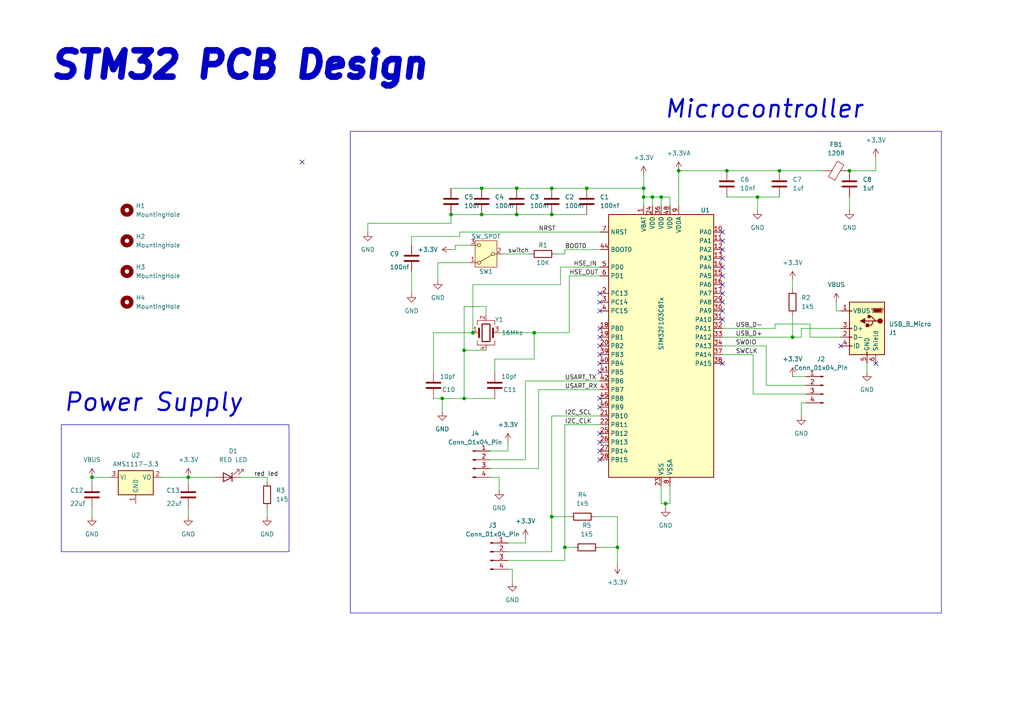
<source format=kicad_sch>
(kicad_sch
	(version 20231120)
	(generator "eeschema")
	(generator_version "8.0")
	(uuid "f8f7006c-74a3-4531-8da1-344826d3132f")
	(paper "A4")
	(title_block
		(title "Stm32 pcb design ")
		(date "2025-03-01")
		(company "Tarek Benbrahim ")
	)
	(lib_symbols
		(symbol "Connector:Conn_01x04_Pin"
			(pin_names
				(offset 1.016) hide)
			(exclude_from_sim no)
			(in_bom yes)
			(on_board yes)
			(property "Reference" "J"
				(at 0 5.08 0)
				(effects
					(font
						(size 1.27 1.27)
					)
				)
			)
			(property "Value" "Conn_01x04_Pin"
				(at 0 -7.62 0)
				(effects
					(font
						(size 1.27 1.27)
					)
				)
			)
			(property "Footprint" ""
				(at 0 0 0)
				(effects
					(font
						(size 1.27 1.27)
					)
					(hide yes)
				)
			)
			(property "Datasheet" "~"
				(at 0 0 0)
				(effects
					(font
						(size 1.27 1.27)
					)
					(hide yes)
				)
			)
			(property "Description" "Generic connector, single row, 01x04, script generated"
				(at 0 0 0)
				(effects
					(font
						(size 1.27 1.27)
					)
					(hide yes)
				)
			)
			(property "ki_locked" ""
				(at 0 0 0)
				(effects
					(font
						(size 1.27 1.27)
					)
				)
			)
			(property "ki_keywords" "connector"
				(at 0 0 0)
				(effects
					(font
						(size 1.27 1.27)
					)
					(hide yes)
				)
			)
			(property "ki_fp_filters" "Connector*:*_1x??_*"
				(at 0 0 0)
				(effects
					(font
						(size 1.27 1.27)
					)
					(hide yes)
				)
			)
			(symbol "Conn_01x04_Pin_1_1"
				(polyline
					(pts
						(xy 1.27 -5.08) (xy 0.8636 -5.08)
					)
					(stroke
						(width 0.1524)
						(type default)
					)
					(fill
						(type none)
					)
				)
				(polyline
					(pts
						(xy 1.27 -2.54) (xy 0.8636 -2.54)
					)
					(stroke
						(width 0.1524)
						(type default)
					)
					(fill
						(type none)
					)
				)
				(polyline
					(pts
						(xy 1.27 0) (xy 0.8636 0)
					)
					(stroke
						(width 0.1524)
						(type default)
					)
					(fill
						(type none)
					)
				)
				(polyline
					(pts
						(xy 1.27 2.54) (xy 0.8636 2.54)
					)
					(stroke
						(width 0.1524)
						(type default)
					)
					(fill
						(type none)
					)
				)
				(rectangle
					(start 0.8636 -4.953)
					(end 0 -5.207)
					(stroke
						(width 0.1524)
						(type default)
					)
					(fill
						(type outline)
					)
				)
				(rectangle
					(start 0.8636 -2.413)
					(end 0 -2.667)
					(stroke
						(width 0.1524)
						(type default)
					)
					(fill
						(type outline)
					)
				)
				(rectangle
					(start 0.8636 0.127)
					(end 0 -0.127)
					(stroke
						(width 0.1524)
						(type default)
					)
					(fill
						(type outline)
					)
				)
				(rectangle
					(start 0.8636 2.667)
					(end 0 2.413)
					(stroke
						(width 0.1524)
						(type default)
					)
					(fill
						(type outline)
					)
				)
				(pin passive line
					(at 5.08 2.54 180)
					(length 3.81)
					(name "Pin_1"
						(effects
							(font
								(size 1.27 1.27)
							)
						)
					)
					(number "1"
						(effects
							(font
								(size 1.27 1.27)
							)
						)
					)
				)
				(pin passive line
					(at 5.08 0 180)
					(length 3.81)
					(name "Pin_2"
						(effects
							(font
								(size 1.27 1.27)
							)
						)
					)
					(number "2"
						(effects
							(font
								(size 1.27 1.27)
							)
						)
					)
				)
				(pin passive line
					(at 5.08 -2.54 180)
					(length 3.81)
					(name "Pin_3"
						(effects
							(font
								(size 1.27 1.27)
							)
						)
					)
					(number "3"
						(effects
							(font
								(size 1.27 1.27)
							)
						)
					)
				)
				(pin passive line
					(at 5.08 -5.08 180)
					(length 3.81)
					(name "Pin_4"
						(effects
							(font
								(size 1.27 1.27)
							)
						)
					)
					(number "4"
						(effects
							(font
								(size 1.27 1.27)
							)
						)
					)
				)
			)
		)
		(symbol "Connector:USB_B_Micro"
			(pin_names
				(offset 1.016)
			)
			(exclude_from_sim no)
			(in_bom yes)
			(on_board yes)
			(property "Reference" "J"
				(at -5.08 11.43 0)
				(effects
					(font
						(size 1.27 1.27)
					)
					(justify left)
				)
			)
			(property "Value" "USB_B_Micro"
				(at -5.08 8.89 0)
				(effects
					(font
						(size 1.27 1.27)
					)
					(justify left)
				)
			)
			(property "Footprint" ""
				(at 3.81 -1.27 0)
				(effects
					(font
						(size 1.27 1.27)
					)
					(hide yes)
				)
			)
			(property "Datasheet" "~"
				(at 3.81 -1.27 0)
				(effects
					(font
						(size 1.27 1.27)
					)
					(hide yes)
				)
			)
			(property "Description" "USB Micro Type B connector"
				(at 0 0 0)
				(effects
					(font
						(size 1.27 1.27)
					)
					(hide yes)
				)
			)
			(property "ki_keywords" "connector USB micro"
				(at 0 0 0)
				(effects
					(font
						(size 1.27 1.27)
					)
					(hide yes)
				)
			)
			(property "ki_fp_filters" "USB*"
				(at 0 0 0)
				(effects
					(font
						(size 1.27 1.27)
					)
					(hide yes)
				)
			)
			(symbol "USB_B_Micro_0_1"
				(rectangle
					(start -5.08 -7.62)
					(end 5.08 7.62)
					(stroke
						(width 0.254)
						(type default)
					)
					(fill
						(type background)
					)
				)
				(circle
					(center -3.81 2.159)
					(radius 0.635)
					(stroke
						(width 0.254)
						(type default)
					)
					(fill
						(type outline)
					)
				)
				(circle
					(center -0.635 3.429)
					(radius 0.381)
					(stroke
						(width 0.254)
						(type default)
					)
					(fill
						(type outline)
					)
				)
				(rectangle
					(start -0.127 -7.62)
					(end 0.127 -6.858)
					(stroke
						(width 0)
						(type default)
					)
					(fill
						(type none)
					)
				)
				(polyline
					(pts
						(xy -1.905 2.159) (xy 0.635 2.159)
					)
					(stroke
						(width 0.254)
						(type default)
					)
					(fill
						(type none)
					)
				)
				(polyline
					(pts
						(xy -3.175 2.159) (xy -2.54 2.159) (xy -1.27 3.429) (xy -0.635 3.429)
					)
					(stroke
						(width 0.254)
						(type default)
					)
					(fill
						(type none)
					)
				)
				(polyline
					(pts
						(xy -2.54 2.159) (xy -1.905 2.159) (xy -1.27 0.889) (xy 0 0.889)
					)
					(stroke
						(width 0.254)
						(type default)
					)
					(fill
						(type none)
					)
				)
				(polyline
					(pts
						(xy 0.635 2.794) (xy 0.635 1.524) (xy 1.905 2.159) (xy 0.635 2.794)
					)
					(stroke
						(width 0.254)
						(type default)
					)
					(fill
						(type outline)
					)
				)
				(polyline
					(pts
						(xy -4.318 5.588) (xy -1.778 5.588) (xy -2.032 4.826) (xy -4.064 4.826) (xy -4.318 5.588)
					)
					(stroke
						(width 0)
						(type default)
					)
					(fill
						(type outline)
					)
				)
				(polyline
					(pts
						(xy -4.699 5.842) (xy -4.699 5.588) (xy -4.445 4.826) (xy -4.445 4.572) (xy -1.651 4.572) (xy -1.651 4.826)
						(xy -1.397 5.588) (xy -1.397 5.842) (xy -4.699 5.842)
					)
					(stroke
						(width 0)
						(type default)
					)
					(fill
						(type none)
					)
				)
				(rectangle
					(start 0.254 1.27)
					(end -0.508 0.508)
					(stroke
						(width 0.254)
						(type default)
					)
					(fill
						(type outline)
					)
				)
				(rectangle
					(start 5.08 -5.207)
					(end 4.318 -4.953)
					(stroke
						(width 0)
						(type default)
					)
					(fill
						(type none)
					)
				)
				(rectangle
					(start 5.08 -2.667)
					(end 4.318 -2.413)
					(stroke
						(width 0)
						(type default)
					)
					(fill
						(type none)
					)
				)
				(rectangle
					(start 5.08 -0.127)
					(end 4.318 0.127)
					(stroke
						(width 0)
						(type default)
					)
					(fill
						(type none)
					)
				)
				(rectangle
					(start 5.08 4.953)
					(end 4.318 5.207)
					(stroke
						(width 0)
						(type default)
					)
					(fill
						(type none)
					)
				)
			)
			(symbol "USB_B_Micro_1_1"
				(pin power_out line
					(at 7.62 5.08 180)
					(length 2.54)
					(name "VBUS"
						(effects
							(font
								(size 1.27 1.27)
							)
						)
					)
					(number "1"
						(effects
							(font
								(size 1.27 1.27)
							)
						)
					)
				)
				(pin bidirectional line
					(at 7.62 -2.54 180)
					(length 2.54)
					(name "D-"
						(effects
							(font
								(size 1.27 1.27)
							)
						)
					)
					(number "2"
						(effects
							(font
								(size 1.27 1.27)
							)
						)
					)
				)
				(pin bidirectional line
					(at 7.62 0 180)
					(length 2.54)
					(name "D+"
						(effects
							(font
								(size 1.27 1.27)
							)
						)
					)
					(number "3"
						(effects
							(font
								(size 1.27 1.27)
							)
						)
					)
				)
				(pin passive line
					(at 7.62 -5.08 180)
					(length 2.54)
					(name "ID"
						(effects
							(font
								(size 1.27 1.27)
							)
						)
					)
					(number "4"
						(effects
							(font
								(size 1.27 1.27)
							)
						)
					)
				)
				(pin power_out line
					(at 0 -10.16 90)
					(length 2.54)
					(name "GND"
						(effects
							(font
								(size 1.27 1.27)
							)
						)
					)
					(number "5"
						(effects
							(font
								(size 1.27 1.27)
							)
						)
					)
				)
				(pin passive line
					(at -2.54 -10.16 90)
					(length 2.54)
					(name "Shield"
						(effects
							(font
								(size 1.27 1.27)
							)
						)
					)
					(number "6"
						(effects
							(font
								(size 1.27 1.27)
							)
						)
					)
				)
			)
		)
		(symbol "Device:C"
			(pin_numbers hide)
			(pin_names
				(offset 0.254)
			)
			(exclude_from_sim no)
			(in_bom yes)
			(on_board yes)
			(property "Reference" "C"
				(at 0.635 2.54 0)
				(effects
					(font
						(size 1.27 1.27)
					)
					(justify left)
				)
			)
			(property "Value" "C"
				(at 0.635 -2.54 0)
				(effects
					(font
						(size 1.27 1.27)
					)
					(justify left)
				)
			)
			(property "Footprint" ""
				(at 0.9652 -3.81 0)
				(effects
					(font
						(size 1.27 1.27)
					)
					(hide yes)
				)
			)
			(property "Datasheet" "~"
				(at 0 0 0)
				(effects
					(font
						(size 1.27 1.27)
					)
					(hide yes)
				)
			)
			(property "Description" "Unpolarized capacitor"
				(at 0 0 0)
				(effects
					(font
						(size 1.27 1.27)
					)
					(hide yes)
				)
			)
			(property "ki_keywords" "cap capacitor"
				(at 0 0 0)
				(effects
					(font
						(size 1.27 1.27)
					)
					(hide yes)
				)
			)
			(property "ki_fp_filters" "C_*"
				(at 0 0 0)
				(effects
					(font
						(size 1.27 1.27)
					)
					(hide yes)
				)
			)
			(symbol "C_0_1"
				(polyline
					(pts
						(xy -2.032 -0.762) (xy 2.032 -0.762)
					)
					(stroke
						(width 0.508)
						(type default)
					)
					(fill
						(type none)
					)
				)
				(polyline
					(pts
						(xy -2.032 0.762) (xy 2.032 0.762)
					)
					(stroke
						(width 0.508)
						(type default)
					)
					(fill
						(type none)
					)
				)
			)
			(symbol "C_1_1"
				(pin passive line
					(at 0 3.81 270)
					(length 2.794)
					(name "~"
						(effects
							(font
								(size 1.27 1.27)
							)
						)
					)
					(number "1"
						(effects
							(font
								(size 1.27 1.27)
							)
						)
					)
				)
				(pin passive line
					(at 0 -3.81 90)
					(length 2.794)
					(name "~"
						(effects
							(font
								(size 1.27 1.27)
							)
						)
					)
					(number "2"
						(effects
							(font
								(size 1.27 1.27)
							)
						)
					)
				)
			)
		)
		(symbol "Device:Crystal_GND24"
			(pin_names
				(offset 1.016) hide)
			(exclude_from_sim no)
			(in_bom yes)
			(on_board yes)
			(property "Reference" "Y"
				(at 3.175 5.08 0)
				(effects
					(font
						(size 1.27 1.27)
					)
					(justify left)
				)
			)
			(property "Value" "Crystal_GND24"
				(at 3.175 3.175 0)
				(effects
					(font
						(size 1.27 1.27)
					)
					(justify left)
				)
			)
			(property "Footprint" ""
				(at 0 0 0)
				(effects
					(font
						(size 1.27 1.27)
					)
					(hide yes)
				)
			)
			(property "Datasheet" "~"
				(at 0 0 0)
				(effects
					(font
						(size 1.27 1.27)
					)
					(hide yes)
				)
			)
			(property "Description" "Four pin crystal, GND on pins 2 and 4"
				(at 0 0 0)
				(effects
					(font
						(size 1.27 1.27)
					)
					(hide yes)
				)
			)
			(property "ki_keywords" "quartz ceramic resonator oscillator"
				(at 0 0 0)
				(effects
					(font
						(size 1.27 1.27)
					)
					(hide yes)
				)
			)
			(property "ki_fp_filters" "Crystal*"
				(at 0 0 0)
				(effects
					(font
						(size 1.27 1.27)
					)
					(hide yes)
				)
			)
			(symbol "Crystal_GND24_0_1"
				(rectangle
					(start -1.143 2.54)
					(end 1.143 -2.54)
					(stroke
						(width 0.3048)
						(type default)
					)
					(fill
						(type none)
					)
				)
				(polyline
					(pts
						(xy -2.54 0) (xy -2.032 0)
					)
					(stroke
						(width 0)
						(type default)
					)
					(fill
						(type none)
					)
				)
				(polyline
					(pts
						(xy -2.032 -1.27) (xy -2.032 1.27)
					)
					(stroke
						(width 0.508)
						(type default)
					)
					(fill
						(type none)
					)
				)
				(polyline
					(pts
						(xy 0 -3.81) (xy 0 -3.556)
					)
					(stroke
						(width 0)
						(type default)
					)
					(fill
						(type none)
					)
				)
				(polyline
					(pts
						(xy 0 3.556) (xy 0 3.81)
					)
					(stroke
						(width 0)
						(type default)
					)
					(fill
						(type none)
					)
				)
				(polyline
					(pts
						(xy 2.032 -1.27) (xy 2.032 1.27)
					)
					(stroke
						(width 0.508)
						(type default)
					)
					(fill
						(type none)
					)
				)
				(polyline
					(pts
						(xy 2.032 0) (xy 2.54 0)
					)
					(stroke
						(width 0)
						(type default)
					)
					(fill
						(type none)
					)
				)
				(polyline
					(pts
						(xy -2.54 -2.286) (xy -2.54 -3.556) (xy 2.54 -3.556) (xy 2.54 -2.286)
					)
					(stroke
						(width 0)
						(type default)
					)
					(fill
						(type none)
					)
				)
				(polyline
					(pts
						(xy -2.54 2.286) (xy -2.54 3.556) (xy 2.54 3.556) (xy 2.54 2.286)
					)
					(stroke
						(width 0)
						(type default)
					)
					(fill
						(type none)
					)
				)
			)
			(symbol "Crystal_GND24_1_1"
				(pin passive line
					(at -3.81 0 0)
					(length 1.27)
					(name "1"
						(effects
							(font
								(size 1.27 1.27)
							)
						)
					)
					(number "1"
						(effects
							(font
								(size 1.27 1.27)
							)
						)
					)
				)
				(pin passive line
					(at 0 5.08 270)
					(length 1.27)
					(name "2"
						(effects
							(font
								(size 1.27 1.27)
							)
						)
					)
					(number "2"
						(effects
							(font
								(size 1.27 1.27)
							)
						)
					)
				)
				(pin passive line
					(at 3.81 0 180)
					(length 1.27)
					(name "3"
						(effects
							(font
								(size 1.27 1.27)
							)
						)
					)
					(number "3"
						(effects
							(font
								(size 1.27 1.27)
							)
						)
					)
				)
				(pin passive line
					(at 0 -5.08 90)
					(length 1.27)
					(name "4"
						(effects
							(font
								(size 1.27 1.27)
							)
						)
					)
					(number "4"
						(effects
							(font
								(size 1.27 1.27)
							)
						)
					)
				)
			)
		)
		(symbol "Device:FerriteBead"
			(pin_numbers hide)
			(pin_names
				(offset 0)
			)
			(exclude_from_sim no)
			(in_bom yes)
			(on_board yes)
			(property "Reference" "FB"
				(at -3.81 0.635 90)
				(effects
					(font
						(size 1.27 1.27)
					)
				)
			)
			(property "Value" "FerriteBead"
				(at 3.81 0 90)
				(effects
					(font
						(size 1.27 1.27)
					)
				)
			)
			(property "Footprint" ""
				(at -1.778 0 90)
				(effects
					(font
						(size 1.27 1.27)
					)
					(hide yes)
				)
			)
			(property "Datasheet" "~"
				(at 0 0 0)
				(effects
					(font
						(size 1.27 1.27)
					)
					(hide yes)
				)
			)
			(property "Description" "Ferrite bead"
				(at 0 0 0)
				(effects
					(font
						(size 1.27 1.27)
					)
					(hide yes)
				)
			)
			(property "ki_keywords" "L ferrite bead inductor filter"
				(at 0 0 0)
				(effects
					(font
						(size 1.27 1.27)
					)
					(hide yes)
				)
			)
			(property "ki_fp_filters" "Inductor_* L_* *Ferrite*"
				(at 0 0 0)
				(effects
					(font
						(size 1.27 1.27)
					)
					(hide yes)
				)
			)
			(symbol "FerriteBead_0_1"
				(polyline
					(pts
						(xy 0 -1.27) (xy 0 -1.2192)
					)
					(stroke
						(width 0)
						(type default)
					)
					(fill
						(type none)
					)
				)
				(polyline
					(pts
						(xy 0 1.27) (xy 0 1.2954)
					)
					(stroke
						(width 0)
						(type default)
					)
					(fill
						(type none)
					)
				)
				(polyline
					(pts
						(xy -2.7686 0.4064) (xy -1.7018 2.2606) (xy 2.7686 -0.3048) (xy 1.6764 -2.159) (xy -2.7686 0.4064)
					)
					(stroke
						(width 0)
						(type default)
					)
					(fill
						(type none)
					)
				)
			)
			(symbol "FerriteBead_1_1"
				(pin passive line
					(at 0 3.81 270)
					(length 2.54)
					(name "~"
						(effects
							(font
								(size 1.27 1.27)
							)
						)
					)
					(number "1"
						(effects
							(font
								(size 1.27 1.27)
							)
						)
					)
				)
				(pin passive line
					(at 0 -3.81 90)
					(length 2.54)
					(name "~"
						(effects
							(font
								(size 1.27 1.27)
							)
						)
					)
					(number "2"
						(effects
							(font
								(size 1.27 1.27)
							)
						)
					)
				)
			)
		)
		(symbol "Device:LED"
			(pin_numbers hide)
			(pin_names
				(offset 1.016) hide)
			(exclude_from_sim no)
			(in_bom yes)
			(on_board yes)
			(property "Reference" "D"
				(at 0 2.54 0)
				(effects
					(font
						(size 1.27 1.27)
					)
				)
			)
			(property "Value" "LED"
				(at 0 -2.54 0)
				(effects
					(font
						(size 1.27 1.27)
					)
				)
			)
			(property "Footprint" ""
				(at 0 0 0)
				(effects
					(font
						(size 1.27 1.27)
					)
					(hide yes)
				)
			)
			(property "Datasheet" "~"
				(at 0 0 0)
				(effects
					(font
						(size 1.27 1.27)
					)
					(hide yes)
				)
			)
			(property "Description" "Light emitting diode"
				(at 0 0 0)
				(effects
					(font
						(size 1.27 1.27)
					)
					(hide yes)
				)
			)
			(property "ki_keywords" "LED diode"
				(at 0 0 0)
				(effects
					(font
						(size 1.27 1.27)
					)
					(hide yes)
				)
			)
			(property "ki_fp_filters" "LED* LED_SMD:* LED_THT:*"
				(at 0 0 0)
				(effects
					(font
						(size 1.27 1.27)
					)
					(hide yes)
				)
			)
			(symbol "LED_0_1"
				(polyline
					(pts
						(xy -1.27 -1.27) (xy -1.27 1.27)
					)
					(stroke
						(width 0.254)
						(type default)
					)
					(fill
						(type none)
					)
				)
				(polyline
					(pts
						(xy -1.27 0) (xy 1.27 0)
					)
					(stroke
						(width 0)
						(type default)
					)
					(fill
						(type none)
					)
				)
				(polyline
					(pts
						(xy 1.27 -1.27) (xy 1.27 1.27) (xy -1.27 0) (xy 1.27 -1.27)
					)
					(stroke
						(width 0.254)
						(type default)
					)
					(fill
						(type none)
					)
				)
				(polyline
					(pts
						(xy -3.048 -0.762) (xy -4.572 -2.286) (xy -3.81 -2.286) (xy -4.572 -2.286) (xy -4.572 -1.524)
					)
					(stroke
						(width 0)
						(type default)
					)
					(fill
						(type none)
					)
				)
				(polyline
					(pts
						(xy -1.778 -0.762) (xy -3.302 -2.286) (xy -2.54 -2.286) (xy -3.302 -2.286) (xy -3.302 -1.524)
					)
					(stroke
						(width 0)
						(type default)
					)
					(fill
						(type none)
					)
				)
			)
			(symbol "LED_1_1"
				(pin passive line
					(at -3.81 0 0)
					(length 2.54)
					(name "K"
						(effects
							(font
								(size 1.27 1.27)
							)
						)
					)
					(number "1"
						(effects
							(font
								(size 1.27 1.27)
							)
						)
					)
				)
				(pin passive line
					(at 3.81 0 180)
					(length 2.54)
					(name "A"
						(effects
							(font
								(size 1.27 1.27)
							)
						)
					)
					(number "2"
						(effects
							(font
								(size 1.27 1.27)
							)
						)
					)
				)
			)
		)
		(symbol "Device:R"
			(pin_numbers hide)
			(pin_names
				(offset 0)
			)
			(exclude_from_sim no)
			(in_bom yes)
			(on_board yes)
			(property "Reference" "R"
				(at 2.032 0 90)
				(effects
					(font
						(size 1.27 1.27)
					)
				)
			)
			(property "Value" "R"
				(at 0 0 90)
				(effects
					(font
						(size 1.27 1.27)
					)
				)
			)
			(property "Footprint" ""
				(at -1.778 0 90)
				(effects
					(font
						(size 1.27 1.27)
					)
					(hide yes)
				)
			)
			(property "Datasheet" "~"
				(at 0 0 0)
				(effects
					(font
						(size 1.27 1.27)
					)
					(hide yes)
				)
			)
			(property "Description" "Resistor"
				(at 0 0 0)
				(effects
					(font
						(size 1.27 1.27)
					)
					(hide yes)
				)
			)
			(property "ki_keywords" "R res resistor"
				(at 0 0 0)
				(effects
					(font
						(size 1.27 1.27)
					)
					(hide yes)
				)
			)
			(property "ki_fp_filters" "R_*"
				(at 0 0 0)
				(effects
					(font
						(size 1.27 1.27)
					)
					(hide yes)
				)
			)
			(symbol "R_0_1"
				(rectangle
					(start -1.016 -2.54)
					(end 1.016 2.54)
					(stroke
						(width 0.254)
						(type default)
					)
					(fill
						(type none)
					)
				)
			)
			(symbol "R_1_1"
				(pin passive line
					(at 0 3.81 270)
					(length 1.27)
					(name "~"
						(effects
							(font
								(size 1.27 1.27)
							)
						)
					)
					(number "1"
						(effects
							(font
								(size 1.27 1.27)
							)
						)
					)
				)
				(pin passive line
					(at 0 -3.81 90)
					(length 1.27)
					(name "~"
						(effects
							(font
								(size 1.27 1.27)
							)
						)
					)
					(number "2"
						(effects
							(font
								(size 1.27 1.27)
							)
						)
					)
				)
			)
		)
		(symbol "MCU_ST_STM32F1:STM32F103C8Tx"
			(exclude_from_sim no)
			(in_bom yes)
			(on_board yes)
			(property "Reference" "U"
				(at -15.24 39.37 0)
				(effects
					(font
						(size 1.27 1.27)
					)
					(justify left)
				)
			)
			(property "Value" "STM32F103C8Tx"
				(at 7.62 39.37 0)
				(effects
					(font
						(size 1.27 1.27)
					)
					(justify left)
				)
			)
			(property "Footprint" "Package_QFP:LQFP-48_7x7mm_P0.5mm"
				(at -15.24 -38.1 0)
				(effects
					(font
						(size 1.27 1.27)
					)
					(justify right)
					(hide yes)
				)
			)
			(property "Datasheet" "https://www.st.com/resource/en/datasheet/stm32f103c8.pdf"
				(at 0 0 0)
				(effects
					(font
						(size 1.27 1.27)
					)
					(hide yes)
				)
			)
			(property "Description" "STMicroelectronics Arm Cortex-M3 MCU, 64KB flash, 20KB RAM, 72 MHz, 2.0-3.6V, 37 GPIO, LQFP48"
				(at 0 0 0)
				(effects
					(font
						(size 1.27 1.27)
					)
					(hide yes)
				)
			)
			(property "ki_keywords" "Arm Cortex-M3 STM32F1 STM32F103"
				(at 0 0 0)
				(effects
					(font
						(size 1.27 1.27)
					)
					(hide yes)
				)
			)
			(property "ki_fp_filters" "LQFP*7x7mm*P0.5mm*"
				(at 0 0 0)
				(effects
					(font
						(size 1.27 1.27)
					)
					(hide yes)
				)
			)
			(symbol "STM32F103C8Tx_0_1"
				(rectangle
					(start -15.24 -38.1)
					(end 15.24 38.1)
					(stroke
						(width 0.254)
						(type default)
					)
					(fill
						(type background)
					)
				)
			)
			(symbol "STM32F103C8Tx_1_1"
				(pin power_in line
					(at -5.08 40.64 270)
					(length 2.54)
					(name "VBAT"
						(effects
							(font
								(size 1.27 1.27)
							)
						)
					)
					(number "1"
						(effects
							(font
								(size 1.27 1.27)
							)
						)
					)
				)
				(pin bidirectional line
					(at 17.78 33.02 180)
					(length 2.54)
					(name "PA0"
						(effects
							(font
								(size 1.27 1.27)
							)
						)
					)
					(number "10"
						(effects
							(font
								(size 1.27 1.27)
							)
						)
					)
					(alternate "ADC1_IN0" bidirectional line)
					(alternate "ADC2_IN0" bidirectional line)
					(alternate "SYS_WKUP" bidirectional line)
					(alternate "TIM2_CH1" bidirectional line)
					(alternate "TIM2_ETR" bidirectional line)
					(alternate "USART2_CTS" bidirectional line)
				)
				(pin bidirectional line
					(at 17.78 30.48 180)
					(length 2.54)
					(name "PA1"
						(effects
							(font
								(size 1.27 1.27)
							)
						)
					)
					(number "11"
						(effects
							(font
								(size 1.27 1.27)
							)
						)
					)
					(alternate "ADC1_IN1" bidirectional line)
					(alternate "ADC2_IN1" bidirectional line)
					(alternate "TIM2_CH2" bidirectional line)
					(alternate "USART2_RTS" bidirectional line)
				)
				(pin bidirectional line
					(at 17.78 27.94 180)
					(length 2.54)
					(name "PA2"
						(effects
							(font
								(size 1.27 1.27)
							)
						)
					)
					(number "12"
						(effects
							(font
								(size 1.27 1.27)
							)
						)
					)
					(alternate "ADC1_IN2" bidirectional line)
					(alternate "ADC2_IN2" bidirectional line)
					(alternate "TIM2_CH3" bidirectional line)
					(alternate "USART2_TX" bidirectional line)
				)
				(pin bidirectional line
					(at 17.78 25.4 180)
					(length 2.54)
					(name "PA3"
						(effects
							(font
								(size 1.27 1.27)
							)
						)
					)
					(number "13"
						(effects
							(font
								(size 1.27 1.27)
							)
						)
					)
					(alternate "ADC1_IN3" bidirectional line)
					(alternate "ADC2_IN3" bidirectional line)
					(alternate "TIM2_CH4" bidirectional line)
					(alternate "USART2_RX" bidirectional line)
				)
				(pin bidirectional line
					(at 17.78 22.86 180)
					(length 2.54)
					(name "PA4"
						(effects
							(font
								(size 1.27 1.27)
							)
						)
					)
					(number "14"
						(effects
							(font
								(size 1.27 1.27)
							)
						)
					)
					(alternate "ADC1_IN4" bidirectional line)
					(alternate "ADC2_IN4" bidirectional line)
					(alternate "SPI1_NSS" bidirectional line)
					(alternate "USART2_CK" bidirectional line)
				)
				(pin bidirectional line
					(at 17.78 20.32 180)
					(length 2.54)
					(name "PA5"
						(effects
							(font
								(size 1.27 1.27)
							)
						)
					)
					(number "15"
						(effects
							(font
								(size 1.27 1.27)
							)
						)
					)
					(alternate "ADC1_IN5" bidirectional line)
					(alternate "ADC2_IN5" bidirectional line)
					(alternate "SPI1_SCK" bidirectional line)
				)
				(pin bidirectional line
					(at 17.78 17.78 180)
					(length 2.54)
					(name "PA6"
						(effects
							(font
								(size 1.27 1.27)
							)
						)
					)
					(number "16"
						(effects
							(font
								(size 1.27 1.27)
							)
						)
					)
					(alternate "ADC1_IN6" bidirectional line)
					(alternate "ADC2_IN6" bidirectional line)
					(alternate "SPI1_MISO" bidirectional line)
					(alternate "TIM1_BKIN" bidirectional line)
					(alternate "TIM3_CH1" bidirectional line)
				)
				(pin bidirectional line
					(at 17.78 15.24 180)
					(length 2.54)
					(name "PA7"
						(effects
							(font
								(size 1.27 1.27)
							)
						)
					)
					(number "17"
						(effects
							(font
								(size 1.27 1.27)
							)
						)
					)
					(alternate "ADC1_IN7" bidirectional line)
					(alternate "ADC2_IN7" bidirectional line)
					(alternate "SPI1_MOSI" bidirectional line)
					(alternate "TIM1_CH1N" bidirectional line)
					(alternate "TIM3_CH2" bidirectional line)
				)
				(pin bidirectional line
					(at -17.78 5.08 0)
					(length 2.54)
					(name "PB0"
						(effects
							(font
								(size 1.27 1.27)
							)
						)
					)
					(number "18"
						(effects
							(font
								(size 1.27 1.27)
							)
						)
					)
					(alternate "ADC1_IN8" bidirectional line)
					(alternate "ADC2_IN8" bidirectional line)
					(alternate "TIM1_CH2N" bidirectional line)
					(alternate "TIM3_CH3" bidirectional line)
				)
				(pin bidirectional line
					(at -17.78 2.54 0)
					(length 2.54)
					(name "PB1"
						(effects
							(font
								(size 1.27 1.27)
							)
						)
					)
					(number "19"
						(effects
							(font
								(size 1.27 1.27)
							)
						)
					)
					(alternate "ADC1_IN9" bidirectional line)
					(alternate "ADC2_IN9" bidirectional line)
					(alternate "TIM1_CH3N" bidirectional line)
					(alternate "TIM3_CH4" bidirectional line)
				)
				(pin bidirectional line
					(at -17.78 15.24 0)
					(length 2.54)
					(name "PC13"
						(effects
							(font
								(size 1.27 1.27)
							)
						)
					)
					(number "2"
						(effects
							(font
								(size 1.27 1.27)
							)
						)
					)
					(alternate "RTC_OUT" bidirectional line)
					(alternate "RTC_TAMPER" bidirectional line)
				)
				(pin bidirectional line
					(at -17.78 0 0)
					(length 2.54)
					(name "PB2"
						(effects
							(font
								(size 1.27 1.27)
							)
						)
					)
					(number "20"
						(effects
							(font
								(size 1.27 1.27)
							)
						)
					)
				)
				(pin bidirectional line
					(at -17.78 -20.32 0)
					(length 2.54)
					(name "PB10"
						(effects
							(font
								(size 1.27 1.27)
							)
						)
					)
					(number "21"
						(effects
							(font
								(size 1.27 1.27)
							)
						)
					)
					(alternate "I2C2_SCL" bidirectional line)
					(alternate "TIM2_CH3" bidirectional line)
					(alternate "USART3_TX" bidirectional line)
				)
				(pin bidirectional line
					(at -17.78 -22.86 0)
					(length 2.54)
					(name "PB11"
						(effects
							(font
								(size 1.27 1.27)
							)
						)
					)
					(number "22"
						(effects
							(font
								(size 1.27 1.27)
							)
						)
					)
					(alternate "ADC1_EXTI11" bidirectional line)
					(alternate "ADC2_EXTI11" bidirectional line)
					(alternate "I2C2_SDA" bidirectional line)
					(alternate "TIM2_CH4" bidirectional line)
					(alternate "USART3_RX" bidirectional line)
				)
				(pin power_in line
					(at 0 -40.64 90)
					(length 2.54)
					(name "VSS"
						(effects
							(font
								(size 1.27 1.27)
							)
						)
					)
					(number "23"
						(effects
							(font
								(size 1.27 1.27)
							)
						)
					)
				)
				(pin power_in line
					(at -2.54 40.64 270)
					(length 2.54)
					(name "VDD"
						(effects
							(font
								(size 1.27 1.27)
							)
						)
					)
					(number "24"
						(effects
							(font
								(size 1.27 1.27)
							)
						)
					)
				)
				(pin bidirectional line
					(at -17.78 -25.4 0)
					(length 2.54)
					(name "PB12"
						(effects
							(font
								(size 1.27 1.27)
							)
						)
					)
					(number "25"
						(effects
							(font
								(size 1.27 1.27)
							)
						)
					)
					(alternate "I2C2_SMBA" bidirectional line)
					(alternate "SPI2_NSS" bidirectional line)
					(alternate "TIM1_BKIN" bidirectional line)
					(alternate "USART3_CK" bidirectional line)
				)
				(pin bidirectional line
					(at -17.78 -27.94 0)
					(length 2.54)
					(name "PB13"
						(effects
							(font
								(size 1.27 1.27)
							)
						)
					)
					(number "26"
						(effects
							(font
								(size 1.27 1.27)
							)
						)
					)
					(alternate "SPI2_SCK" bidirectional line)
					(alternate "TIM1_CH1N" bidirectional line)
					(alternate "USART3_CTS" bidirectional line)
				)
				(pin bidirectional line
					(at -17.78 -30.48 0)
					(length 2.54)
					(name "PB14"
						(effects
							(font
								(size 1.27 1.27)
							)
						)
					)
					(number "27"
						(effects
							(font
								(size 1.27 1.27)
							)
						)
					)
					(alternate "SPI2_MISO" bidirectional line)
					(alternate "TIM1_CH2N" bidirectional line)
					(alternate "USART3_RTS" bidirectional line)
				)
				(pin bidirectional line
					(at -17.78 -33.02 0)
					(length 2.54)
					(name "PB15"
						(effects
							(font
								(size 1.27 1.27)
							)
						)
					)
					(number "28"
						(effects
							(font
								(size 1.27 1.27)
							)
						)
					)
					(alternate "ADC1_EXTI15" bidirectional line)
					(alternate "ADC2_EXTI15" bidirectional line)
					(alternate "SPI2_MOSI" bidirectional line)
					(alternate "TIM1_CH3N" bidirectional line)
				)
				(pin bidirectional line
					(at 17.78 12.7 180)
					(length 2.54)
					(name "PA8"
						(effects
							(font
								(size 1.27 1.27)
							)
						)
					)
					(number "29"
						(effects
							(font
								(size 1.27 1.27)
							)
						)
					)
					(alternate "RCC_MCO" bidirectional line)
					(alternate "TIM1_CH1" bidirectional line)
					(alternate "USART1_CK" bidirectional line)
				)
				(pin bidirectional line
					(at -17.78 12.7 0)
					(length 2.54)
					(name "PC14"
						(effects
							(font
								(size 1.27 1.27)
							)
						)
					)
					(number "3"
						(effects
							(font
								(size 1.27 1.27)
							)
						)
					)
					(alternate "RCC_OSC32_IN" bidirectional line)
				)
				(pin bidirectional line
					(at 17.78 10.16 180)
					(length 2.54)
					(name "PA9"
						(effects
							(font
								(size 1.27 1.27)
							)
						)
					)
					(number "30"
						(effects
							(font
								(size 1.27 1.27)
							)
						)
					)
					(alternate "TIM1_CH2" bidirectional line)
					(alternate "USART1_TX" bidirectional line)
				)
				(pin bidirectional line
					(at 17.78 7.62 180)
					(length 2.54)
					(name "PA10"
						(effects
							(font
								(size 1.27 1.27)
							)
						)
					)
					(number "31"
						(effects
							(font
								(size 1.27 1.27)
							)
						)
					)
					(alternate "TIM1_CH3" bidirectional line)
					(alternate "USART1_RX" bidirectional line)
				)
				(pin bidirectional line
					(at 17.78 5.08 180)
					(length 2.54)
					(name "PA11"
						(effects
							(font
								(size 1.27 1.27)
							)
						)
					)
					(number "32"
						(effects
							(font
								(size 1.27 1.27)
							)
						)
					)
					(alternate "ADC1_EXTI11" bidirectional line)
					(alternate "ADC2_EXTI11" bidirectional line)
					(alternate "CAN_RX" bidirectional line)
					(alternate "TIM1_CH4" bidirectional line)
					(alternate "USART1_CTS" bidirectional line)
					(alternate "USB_DM" bidirectional line)
				)
				(pin bidirectional line
					(at 17.78 2.54 180)
					(length 2.54)
					(name "PA12"
						(effects
							(font
								(size 1.27 1.27)
							)
						)
					)
					(number "33"
						(effects
							(font
								(size 1.27 1.27)
							)
						)
					)
					(alternate "CAN_TX" bidirectional line)
					(alternate "TIM1_ETR" bidirectional line)
					(alternate "USART1_RTS" bidirectional line)
					(alternate "USB_DP" bidirectional line)
				)
				(pin bidirectional line
					(at 17.78 0 180)
					(length 2.54)
					(name "PA13"
						(effects
							(font
								(size 1.27 1.27)
							)
						)
					)
					(number "34"
						(effects
							(font
								(size 1.27 1.27)
							)
						)
					)
					(alternate "SYS_JTMS-SWDIO" bidirectional line)
				)
				(pin passive line
					(at 0 -40.64 90)
					(length 2.54) hide
					(name "VSS"
						(effects
							(font
								(size 1.27 1.27)
							)
						)
					)
					(number "35"
						(effects
							(font
								(size 1.27 1.27)
							)
						)
					)
				)
				(pin power_in line
					(at 0 40.64 270)
					(length 2.54)
					(name "VDD"
						(effects
							(font
								(size 1.27 1.27)
							)
						)
					)
					(number "36"
						(effects
							(font
								(size 1.27 1.27)
							)
						)
					)
				)
				(pin bidirectional line
					(at 17.78 -2.54 180)
					(length 2.54)
					(name "PA14"
						(effects
							(font
								(size 1.27 1.27)
							)
						)
					)
					(number "37"
						(effects
							(font
								(size 1.27 1.27)
							)
						)
					)
					(alternate "SYS_JTCK-SWCLK" bidirectional line)
				)
				(pin bidirectional line
					(at 17.78 -5.08 180)
					(length 2.54)
					(name "PA15"
						(effects
							(font
								(size 1.27 1.27)
							)
						)
					)
					(number "38"
						(effects
							(font
								(size 1.27 1.27)
							)
						)
					)
					(alternate "ADC1_EXTI15" bidirectional line)
					(alternate "ADC2_EXTI15" bidirectional line)
					(alternate "SPI1_NSS" bidirectional line)
					(alternate "SYS_JTDI" bidirectional line)
					(alternate "TIM2_CH1" bidirectional line)
					(alternate "TIM2_ETR" bidirectional line)
				)
				(pin bidirectional line
					(at -17.78 -2.54 0)
					(length 2.54)
					(name "PB3"
						(effects
							(font
								(size 1.27 1.27)
							)
						)
					)
					(number "39"
						(effects
							(font
								(size 1.27 1.27)
							)
						)
					)
					(alternate "SPI1_SCK" bidirectional line)
					(alternate "SYS_JTDO-TRACESWO" bidirectional line)
					(alternate "TIM2_CH2" bidirectional line)
				)
				(pin bidirectional line
					(at -17.78 10.16 0)
					(length 2.54)
					(name "PC15"
						(effects
							(font
								(size 1.27 1.27)
							)
						)
					)
					(number "4"
						(effects
							(font
								(size 1.27 1.27)
							)
						)
					)
					(alternate "ADC1_EXTI15" bidirectional line)
					(alternate "ADC2_EXTI15" bidirectional line)
					(alternate "RCC_OSC32_OUT" bidirectional line)
				)
				(pin bidirectional line
					(at -17.78 -5.08 0)
					(length 2.54)
					(name "PB4"
						(effects
							(font
								(size 1.27 1.27)
							)
						)
					)
					(number "40"
						(effects
							(font
								(size 1.27 1.27)
							)
						)
					)
					(alternate "SPI1_MISO" bidirectional line)
					(alternate "SYS_NJTRST" bidirectional line)
					(alternate "TIM3_CH1" bidirectional line)
				)
				(pin bidirectional line
					(at -17.78 -7.62 0)
					(length 2.54)
					(name "PB5"
						(effects
							(font
								(size 1.27 1.27)
							)
						)
					)
					(number "41"
						(effects
							(font
								(size 1.27 1.27)
							)
						)
					)
					(alternate "I2C1_SMBA" bidirectional line)
					(alternate "SPI1_MOSI" bidirectional line)
					(alternate "TIM3_CH2" bidirectional line)
				)
				(pin bidirectional line
					(at -17.78 -10.16 0)
					(length 2.54)
					(name "PB6"
						(effects
							(font
								(size 1.27 1.27)
							)
						)
					)
					(number "42"
						(effects
							(font
								(size 1.27 1.27)
							)
						)
					)
					(alternate "I2C1_SCL" bidirectional line)
					(alternate "TIM4_CH1" bidirectional line)
					(alternate "USART1_TX" bidirectional line)
				)
				(pin bidirectional line
					(at -17.78 -12.7 0)
					(length 2.54)
					(name "PB7"
						(effects
							(font
								(size 1.27 1.27)
							)
						)
					)
					(number "43"
						(effects
							(font
								(size 1.27 1.27)
							)
						)
					)
					(alternate "I2C1_SDA" bidirectional line)
					(alternate "TIM4_CH2" bidirectional line)
					(alternate "USART1_RX" bidirectional line)
				)
				(pin input line
					(at -17.78 27.94 0)
					(length 2.54)
					(name "BOOT0"
						(effects
							(font
								(size 1.27 1.27)
							)
						)
					)
					(number "44"
						(effects
							(font
								(size 1.27 1.27)
							)
						)
					)
				)
				(pin bidirectional line
					(at -17.78 -15.24 0)
					(length 2.54)
					(name "PB8"
						(effects
							(font
								(size 1.27 1.27)
							)
						)
					)
					(number "45"
						(effects
							(font
								(size 1.27 1.27)
							)
						)
					)
					(alternate "CAN_RX" bidirectional line)
					(alternate "I2C1_SCL" bidirectional line)
					(alternate "TIM4_CH3" bidirectional line)
				)
				(pin bidirectional line
					(at -17.78 -17.78 0)
					(length 2.54)
					(name "PB9"
						(effects
							(font
								(size 1.27 1.27)
							)
						)
					)
					(number "46"
						(effects
							(font
								(size 1.27 1.27)
							)
						)
					)
					(alternate "CAN_TX" bidirectional line)
					(alternate "I2C1_SDA" bidirectional line)
					(alternate "TIM4_CH4" bidirectional line)
				)
				(pin passive line
					(at 0 -40.64 90)
					(length 2.54) hide
					(name "VSS"
						(effects
							(font
								(size 1.27 1.27)
							)
						)
					)
					(number "47"
						(effects
							(font
								(size 1.27 1.27)
							)
						)
					)
				)
				(pin power_in line
					(at 2.54 40.64 270)
					(length 2.54)
					(name "VDD"
						(effects
							(font
								(size 1.27 1.27)
							)
						)
					)
					(number "48"
						(effects
							(font
								(size 1.27 1.27)
							)
						)
					)
				)
				(pin bidirectional line
					(at -17.78 22.86 0)
					(length 2.54)
					(name "PD0"
						(effects
							(font
								(size 1.27 1.27)
							)
						)
					)
					(number "5"
						(effects
							(font
								(size 1.27 1.27)
							)
						)
					)
					(alternate "RCC_OSC_IN" bidirectional line)
				)
				(pin bidirectional line
					(at -17.78 20.32 0)
					(length 2.54)
					(name "PD1"
						(effects
							(font
								(size 1.27 1.27)
							)
						)
					)
					(number "6"
						(effects
							(font
								(size 1.27 1.27)
							)
						)
					)
					(alternate "RCC_OSC_OUT" bidirectional line)
				)
				(pin input line
					(at -17.78 33.02 0)
					(length 2.54)
					(name "NRST"
						(effects
							(font
								(size 1.27 1.27)
							)
						)
					)
					(number "7"
						(effects
							(font
								(size 1.27 1.27)
							)
						)
					)
				)
				(pin power_in line
					(at 2.54 -40.64 90)
					(length 2.54)
					(name "VSSA"
						(effects
							(font
								(size 1.27 1.27)
							)
						)
					)
					(number "8"
						(effects
							(font
								(size 1.27 1.27)
							)
						)
					)
				)
				(pin power_in line
					(at 5.08 40.64 270)
					(length 2.54)
					(name "VDDA"
						(effects
							(font
								(size 1.27 1.27)
							)
						)
					)
					(number "9"
						(effects
							(font
								(size 1.27 1.27)
							)
						)
					)
				)
			)
		)
		(symbol "Mechanical:MountingHole"
			(pin_names
				(offset 1.016)
			)
			(exclude_from_sim yes)
			(in_bom no)
			(on_board yes)
			(property "Reference" "H"
				(at 0 5.08 0)
				(effects
					(font
						(size 1.27 1.27)
					)
				)
			)
			(property "Value" "MountingHole"
				(at 0 3.175 0)
				(effects
					(font
						(size 1.27 1.27)
					)
				)
			)
			(property "Footprint" ""
				(at 0 0 0)
				(effects
					(font
						(size 1.27 1.27)
					)
					(hide yes)
				)
			)
			(property "Datasheet" "~"
				(at 0 0 0)
				(effects
					(font
						(size 1.27 1.27)
					)
					(hide yes)
				)
			)
			(property "Description" "Mounting Hole without connection"
				(at 0 0 0)
				(effects
					(font
						(size 1.27 1.27)
					)
					(hide yes)
				)
			)
			(property "ki_keywords" "mounting hole"
				(at 0 0 0)
				(effects
					(font
						(size 1.27 1.27)
					)
					(hide yes)
				)
			)
			(property "ki_fp_filters" "MountingHole*"
				(at 0 0 0)
				(effects
					(font
						(size 1.27 1.27)
					)
					(hide yes)
				)
			)
			(symbol "MountingHole_0_1"
				(circle
					(center 0 0)
					(radius 1.27)
					(stroke
						(width 1.27)
						(type default)
					)
					(fill
						(type none)
					)
				)
			)
		)
		(symbol "Regulator_Linear:AMS1117-3.3"
			(exclude_from_sim no)
			(in_bom yes)
			(on_board yes)
			(property "Reference" "U"
				(at -3.81 3.175 0)
				(effects
					(font
						(size 1.27 1.27)
					)
				)
			)
			(property "Value" "AMS1117-3.3"
				(at 0 3.175 0)
				(effects
					(font
						(size 1.27 1.27)
					)
					(justify left)
				)
			)
			(property "Footprint" "Package_TO_SOT_SMD:SOT-223-3_TabPin2"
				(at 0 5.08 0)
				(effects
					(font
						(size 1.27 1.27)
					)
					(hide yes)
				)
			)
			(property "Datasheet" "http://www.advanced-monolithic.com/pdf/ds1117.pdf"
				(at 2.54 -6.35 0)
				(effects
					(font
						(size 1.27 1.27)
					)
					(hide yes)
				)
			)
			(property "Description" "1A Low Dropout regulator, positive, 3.3V fixed output, SOT-223"
				(at 0 0 0)
				(effects
					(font
						(size 1.27 1.27)
					)
					(hide yes)
				)
			)
			(property "ki_keywords" "linear regulator ldo fixed positive"
				(at 0 0 0)
				(effects
					(font
						(size 1.27 1.27)
					)
					(hide yes)
				)
			)
			(property "ki_fp_filters" "SOT?223*TabPin2*"
				(at 0 0 0)
				(effects
					(font
						(size 1.27 1.27)
					)
					(hide yes)
				)
			)
			(symbol "AMS1117-3.3_0_1"
				(rectangle
					(start -5.08 -5.08)
					(end 5.08 1.905)
					(stroke
						(width 0.254)
						(type default)
					)
					(fill
						(type background)
					)
				)
			)
			(symbol "AMS1117-3.3_1_1"
				(pin power_in line
					(at 0 -7.62 90)
					(length 2.54)
					(name "GND"
						(effects
							(font
								(size 1.27 1.27)
							)
						)
					)
					(number "1"
						(effects
							(font
								(size 1.27 1.27)
							)
						)
					)
				)
				(pin power_out line
					(at 7.62 0 180)
					(length 2.54)
					(name "VO"
						(effects
							(font
								(size 1.27 1.27)
							)
						)
					)
					(number "2"
						(effects
							(font
								(size 1.27 1.27)
							)
						)
					)
				)
				(pin power_in line
					(at -7.62 0 0)
					(length 2.54)
					(name "VI"
						(effects
							(font
								(size 1.27 1.27)
							)
						)
					)
					(number "3"
						(effects
							(font
								(size 1.27 1.27)
							)
						)
					)
				)
			)
		)
		(symbol "Switch:SW_SPDT"
			(pin_names
				(offset 0) hide)
			(exclude_from_sim no)
			(in_bom yes)
			(on_board yes)
			(property "Reference" "SW"
				(at 0 5.08 0)
				(effects
					(font
						(size 1.27 1.27)
					)
				)
			)
			(property "Value" "SW_SPDT"
				(at 0 -5.08 0)
				(effects
					(font
						(size 1.27 1.27)
					)
				)
			)
			(property "Footprint" ""
				(at 0 0 0)
				(effects
					(font
						(size 1.27 1.27)
					)
					(hide yes)
				)
			)
			(property "Datasheet" "~"
				(at 0 -7.62 0)
				(effects
					(font
						(size 1.27 1.27)
					)
					(hide yes)
				)
			)
			(property "Description" "Switch, single pole double throw"
				(at 0 0 0)
				(effects
					(font
						(size 1.27 1.27)
					)
					(hide yes)
				)
			)
			(property "ki_keywords" "switch single-pole double-throw spdt ON-ON"
				(at 0 0 0)
				(effects
					(font
						(size 1.27 1.27)
					)
					(hide yes)
				)
			)
			(symbol "SW_SPDT_0_1"
				(circle
					(center -2.032 0)
					(radius 0.4572)
					(stroke
						(width 0)
						(type default)
					)
					(fill
						(type none)
					)
				)
				(polyline
					(pts
						(xy -1.651 0.254) (xy 1.651 2.286)
					)
					(stroke
						(width 0)
						(type default)
					)
					(fill
						(type none)
					)
				)
				(circle
					(center 2.032 -2.54)
					(radius 0.4572)
					(stroke
						(width 0)
						(type default)
					)
					(fill
						(type none)
					)
				)
				(circle
					(center 2.032 2.54)
					(radius 0.4572)
					(stroke
						(width 0)
						(type default)
					)
					(fill
						(type none)
					)
				)
			)
			(symbol "SW_SPDT_1_1"
				(rectangle
					(start -3.175 3.81)
					(end 3.175 -3.81)
					(stroke
						(width 0)
						(type default)
					)
					(fill
						(type background)
					)
				)
				(pin passive line
					(at 5.08 2.54 180)
					(length 2.54)
					(name "A"
						(effects
							(font
								(size 1.27 1.27)
							)
						)
					)
					(number "1"
						(effects
							(font
								(size 1.27 1.27)
							)
						)
					)
				)
				(pin passive line
					(at -5.08 0 0)
					(length 2.54)
					(name "B"
						(effects
							(font
								(size 1.27 1.27)
							)
						)
					)
					(number "2"
						(effects
							(font
								(size 1.27 1.27)
							)
						)
					)
				)
				(pin passive line
					(at 5.08 -2.54 180)
					(length 2.54)
					(name "C"
						(effects
							(font
								(size 1.27 1.27)
							)
						)
					)
					(number "3"
						(effects
							(font
								(size 1.27 1.27)
							)
						)
					)
				)
			)
		)
		(symbol "power:+3.3V"
			(power)
			(pin_numbers hide)
			(pin_names
				(offset 0) hide)
			(exclude_from_sim no)
			(in_bom yes)
			(on_board yes)
			(property "Reference" "#PWR"
				(at 0 -3.81 0)
				(effects
					(font
						(size 1.27 1.27)
					)
					(hide yes)
				)
			)
			(property "Value" "+3.3V"
				(at 0 3.556 0)
				(effects
					(font
						(size 1.27 1.27)
					)
				)
			)
			(property "Footprint" ""
				(at 0 0 0)
				(effects
					(font
						(size 1.27 1.27)
					)
					(hide yes)
				)
			)
			(property "Datasheet" ""
				(at 0 0 0)
				(effects
					(font
						(size 1.27 1.27)
					)
					(hide yes)
				)
			)
			(property "Description" "Power symbol creates a global label with name \"+3.3V\""
				(at 0 0 0)
				(effects
					(font
						(size 1.27 1.27)
					)
					(hide yes)
				)
			)
			(property "ki_keywords" "global power"
				(at 0 0 0)
				(effects
					(font
						(size 1.27 1.27)
					)
					(hide yes)
				)
			)
			(symbol "+3.3V_0_1"
				(polyline
					(pts
						(xy -0.762 1.27) (xy 0 2.54)
					)
					(stroke
						(width 0)
						(type default)
					)
					(fill
						(type none)
					)
				)
				(polyline
					(pts
						(xy 0 0) (xy 0 2.54)
					)
					(stroke
						(width 0)
						(type default)
					)
					(fill
						(type none)
					)
				)
				(polyline
					(pts
						(xy 0 2.54) (xy 0.762 1.27)
					)
					(stroke
						(width 0)
						(type default)
					)
					(fill
						(type none)
					)
				)
			)
			(symbol "+3.3V_1_1"
				(pin power_in line
					(at 0 0 90)
					(length 0)
					(name "~"
						(effects
							(font
								(size 1.27 1.27)
							)
						)
					)
					(number "1"
						(effects
							(font
								(size 1.27 1.27)
							)
						)
					)
				)
			)
		)
		(symbol "power:+3.3VA"
			(power)
			(pin_numbers hide)
			(pin_names
				(offset 0) hide)
			(exclude_from_sim no)
			(in_bom yes)
			(on_board yes)
			(property "Reference" "#PWR"
				(at 0 -3.81 0)
				(effects
					(font
						(size 1.27 1.27)
					)
					(hide yes)
				)
			)
			(property "Value" "+3.3VA"
				(at 0 3.556 0)
				(effects
					(font
						(size 1.27 1.27)
					)
				)
			)
			(property "Footprint" ""
				(at 0 0 0)
				(effects
					(font
						(size 1.27 1.27)
					)
					(hide yes)
				)
			)
			(property "Datasheet" ""
				(at 0 0 0)
				(effects
					(font
						(size 1.27 1.27)
					)
					(hide yes)
				)
			)
			(property "Description" "Power symbol creates a global label with name \"+3.3VA\""
				(at 0 0 0)
				(effects
					(font
						(size 1.27 1.27)
					)
					(hide yes)
				)
			)
			(property "ki_keywords" "global power"
				(at 0 0 0)
				(effects
					(font
						(size 1.27 1.27)
					)
					(hide yes)
				)
			)
			(symbol "+3.3VA_0_1"
				(polyline
					(pts
						(xy -0.762 1.27) (xy 0 2.54)
					)
					(stroke
						(width 0)
						(type default)
					)
					(fill
						(type none)
					)
				)
				(polyline
					(pts
						(xy 0 0) (xy 0 2.54)
					)
					(stroke
						(width 0)
						(type default)
					)
					(fill
						(type none)
					)
				)
				(polyline
					(pts
						(xy 0 2.54) (xy 0.762 1.27)
					)
					(stroke
						(width 0)
						(type default)
					)
					(fill
						(type none)
					)
				)
			)
			(symbol "+3.3VA_1_1"
				(pin power_in line
					(at 0 0 90)
					(length 0)
					(name "~"
						(effects
							(font
								(size 1.27 1.27)
							)
						)
					)
					(number "1"
						(effects
							(font
								(size 1.27 1.27)
							)
						)
					)
				)
			)
		)
		(symbol "power:GND"
			(power)
			(pin_numbers hide)
			(pin_names
				(offset 0) hide)
			(exclude_from_sim no)
			(in_bom yes)
			(on_board yes)
			(property "Reference" "#PWR"
				(at 0 -6.35 0)
				(effects
					(font
						(size 1.27 1.27)
					)
					(hide yes)
				)
			)
			(property "Value" "GND"
				(at 0 -3.81 0)
				(effects
					(font
						(size 1.27 1.27)
					)
				)
			)
			(property "Footprint" ""
				(at 0 0 0)
				(effects
					(font
						(size 1.27 1.27)
					)
					(hide yes)
				)
			)
			(property "Datasheet" ""
				(at 0 0 0)
				(effects
					(font
						(size 1.27 1.27)
					)
					(hide yes)
				)
			)
			(property "Description" "Power symbol creates a global label with name \"GND\" , ground"
				(at 0 0 0)
				(effects
					(font
						(size 1.27 1.27)
					)
					(hide yes)
				)
			)
			(property "ki_keywords" "global power"
				(at 0 0 0)
				(effects
					(font
						(size 1.27 1.27)
					)
					(hide yes)
				)
			)
			(symbol "GND_0_1"
				(polyline
					(pts
						(xy 0 0) (xy 0 -1.27) (xy 1.27 -1.27) (xy 0 -2.54) (xy -1.27 -1.27) (xy 0 -1.27)
					)
					(stroke
						(width 0)
						(type default)
					)
					(fill
						(type none)
					)
				)
			)
			(symbol "GND_1_1"
				(pin power_in line
					(at 0 0 270)
					(length 0)
					(name "~"
						(effects
							(font
								(size 1.27 1.27)
							)
						)
					)
					(number "1"
						(effects
							(font
								(size 1.27 1.27)
							)
						)
					)
				)
			)
		)
		(symbol "power:VBUS"
			(power)
			(pin_numbers hide)
			(pin_names
				(offset 0) hide)
			(exclude_from_sim no)
			(in_bom yes)
			(on_board yes)
			(property "Reference" "#PWR"
				(at 0 -3.81 0)
				(effects
					(font
						(size 1.27 1.27)
					)
					(hide yes)
				)
			)
			(property "Value" "VBUS"
				(at 0 3.556 0)
				(effects
					(font
						(size 1.27 1.27)
					)
				)
			)
			(property "Footprint" ""
				(at 0 0 0)
				(effects
					(font
						(size 1.27 1.27)
					)
					(hide yes)
				)
			)
			(property "Datasheet" ""
				(at 0 0 0)
				(effects
					(font
						(size 1.27 1.27)
					)
					(hide yes)
				)
			)
			(property "Description" "Power symbol creates a global label with name \"VBUS\""
				(at 0 0 0)
				(effects
					(font
						(size 1.27 1.27)
					)
					(hide yes)
				)
			)
			(property "ki_keywords" "global power"
				(at 0 0 0)
				(effects
					(font
						(size 1.27 1.27)
					)
					(hide yes)
				)
			)
			(symbol "VBUS_0_1"
				(polyline
					(pts
						(xy -0.762 1.27) (xy 0 2.54)
					)
					(stroke
						(width 0)
						(type default)
					)
					(fill
						(type none)
					)
				)
				(polyline
					(pts
						(xy 0 0) (xy 0 2.54)
					)
					(stroke
						(width 0)
						(type default)
					)
					(fill
						(type none)
					)
				)
				(polyline
					(pts
						(xy 0 2.54) (xy 0.762 1.27)
					)
					(stroke
						(width 0)
						(type default)
					)
					(fill
						(type none)
					)
				)
			)
			(symbol "VBUS_1_1"
				(pin power_in line
					(at 0 0 90)
					(length 0)
					(name "~"
						(effects
							(font
								(size 1.27 1.27)
							)
						)
					)
					(number "1"
						(effects
							(font
								(size 1.27 1.27)
							)
						)
					)
				)
			)
		)
	)
	(junction
		(at 130.81 62.23)
		(diameter 0)
		(color 0 0 0 0)
		(uuid "014d7c30-f79b-4991-bb47-ece196022c15")
	)
	(junction
		(at 26.67 138.43)
		(diameter 0)
		(color 0 0 0 0)
		(uuid "12bb87ef-66ab-4bda-b34d-c6047ab1120f")
	)
	(junction
		(at 210.82 49.53)
		(diameter 0)
		(color 0 0 0 0)
		(uuid "179958e3-892b-44a6-8d92-1704f418f95f")
	)
	(junction
		(at 137.16 96.52)
		(diameter 0)
		(color 0 0 0 0)
		(uuid "279cb8ac-9eac-42a9-9729-ade23ccc62d2")
	)
	(junction
		(at 186.69 54.61)
		(diameter 0)
		(color 0 0 0 0)
		(uuid "2b68c10f-c299-413b-a7a9-42f63bbabdee")
	)
	(junction
		(at 160.02 54.61)
		(diameter 0)
		(color 0 0 0 0)
		(uuid "2d09c63a-9f58-47a8-a144-017c05d77809")
	)
	(junction
		(at 191.77 57.15)
		(diameter 0)
		(color 0 0 0 0)
		(uuid "30b031fd-76e2-4dc4-bd87-a51bfe9f3304")
	)
	(junction
		(at 186.69 57.15)
		(diameter 0)
		(color 0 0 0 0)
		(uuid "465f51a3-bd0a-4417-9606-f6dbf27babaf")
	)
	(junction
		(at 149.86 62.23)
		(diameter 0)
		(color 0 0 0 0)
		(uuid "520c4529-9943-449c-bccb-9a18e214161c")
	)
	(junction
		(at 139.7 62.23)
		(diameter 0)
		(color 0 0 0 0)
		(uuid "5503e227-8881-4afa-b435-162211374745")
	)
	(junction
		(at 219.71 57.15)
		(diameter 0)
		(color 0 0 0 0)
		(uuid "5d5063f9-0f3b-4f7f-a299-01651f81f183")
	)
	(junction
		(at 128.27 115.57)
		(diameter 0)
		(color 0 0 0 0)
		(uuid "62f77487-8aed-4a5c-97e2-5ae7cfe86d4e")
	)
	(junction
		(at 189.23 57.15)
		(diameter 0)
		(color 0 0 0 0)
		(uuid "6a2a9d16-a5c4-45f3-a8b4-c6ccabf00e68")
	)
	(junction
		(at 154.94 96.52)
		(diameter 0)
		(color 0 0 0 0)
		(uuid "6acec710-146a-402d-b66e-16253bc8b89f")
	)
	(junction
		(at 163.83 158.75)
		(diameter 0)
		(color 0 0 0 0)
		(uuid "6f10254c-caf8-4fae-b56b-2c4c7a4b6e8f")
	)
	(junction
		(at 229.87 97.79)
		(diameter 0)
		(color 0 0 0 0)
		(uuid "725bee5f-1523-42cb-a3c2-59b52ae25cfd")
	)
	(junction
		(at 160.02 62.23)
		(diameter 0)
		(color 0 0 0 0)
		(uuid "725fe378-6bbd-489b-8dfb-9c4e210809be")
	)
	(junction
		(at 149.86 54.61)
		(diameter 0)
		(color 0 0 0 0)
		(uuid "8215f9f7-040e-4d9a-b245-914da4df5418")
	)
	(junction
		(at 134.62 115.57)
		(diameter 0)
		(color 0 0 0 0)
		(uuid "9a54b9b8-2939-4bbe-a015-abfca9a2ca2d")
	)
	(junction
		(at 54.61 138.43)
		(diameter 0)
		(color 0 0 0 0)
		(uuid "aee4872f-c206-4e34-abc5-0910e1de839f")
	)
	(junction
		(at 179.07 158.75)
		(diameter 0)
		(color 0 0 0 0)
		(uuid "bbf139e6-e881-412e-a6fe-bf2ad3a60935")
	)
	(junction
		(at 134.62 101.6)
		(diameter 0)
		(color 0 0 0 0)
		(uuid "c11ec33c-518d-4474-9ee5-3a325c22364a")
	)
	(junction
		(at 160.02 149.86)
		(diameter 0)
		(color 0 0 0 0)
		(uuid "c42c754f-d839-406e-a217-42f8af628631")
	)
	(junction
		(at 196.85 49.53)
		(diameter 0)
		(color 0 0 0 0)
		(uuid "cb7a1b12-45dc-4152-90fa-dbe1de047525")
	)
	(junction
		(at 170.18 54.61)
		(diameter 0)
		(color 0 0 0 0)
		(uuid "cc8aac31-e24c-4ff5-98e5-9fea23c8f7e4")
	)
	(junction
		(at 246.38 49.53)
		(diameter 0)
		(color 0 0 0 0)
		(uuid "e8b883e3-6b26-4893-a6e4-328609476112")
	)
	(junction
		(at 139.7 54.61)
		(diameter 0)
		(color 0 0 0 0)
		(uuid "e8be9ec9-ae97-4af0-a3fe-4122dc47e77e")
	)
	(junction
		(at 226.06 49.53)
		(diameter 0)
		(color 0 0 0 0)
		(uuid "efa2e2f2-41b0-4b1b-b00c-9907cf2483a3")
	)
	(junction
		(at 193.04 146.05)
		(diameter 0)
		(color 0 0 0 0)
		(uuid "f889b7e5-fc47-4267-8e4a-94bfffe3cedc")
	)
	(no_connect
		(at 209.55 82.55)
		(uuid "03df90ff-c9fa-4460-91ec-6b2d95d81e26")
	)
	(no_connect
		(at 209.55 69.85)
		(uuid "046a70c4-22d3-40fc-a7ea-2446852b897f")
	)
	(no_connect
		(at 209.55 85.09)
		(uuid "0630c3b1-4c79-4ca9-b8e6-2595ee768d82")
	)
	(no_connect
		(at 173.99 115.57)
		(uuid "098609d5-594c-42f9-a572-6d76d72c63b7")
	)
	(no_connect
		(at 173.99 97.79)
		(uuid "11bcd700-b958-48c0-a0cd-fefd5d296411")
	)
	(no_connect
		(at 209.55 105.41)
		(uuid "166ba486-1024-4cec-83e7-756947095640")
	)
	(no_connect
		(at 209.55 80.01)
		(uuid "17e25c8a-7afa-4dc2-9caa-9233e881a2fc")
	)
	(no_connect
		(at 173.99 125.73)
		(uuid "1835b871-128e-4442-b9d3-b4963569f7e0")
	)
	(no_connect
		(at 243.84 100.33)
		(uuid "190f6f6c-67ca-4c13-a90c-ef0c1a62151f")
	)
	(no_connect
		(at 254 105.41)
		(uuid "29c183f8-04ce-495c-8662-54277a8ef52d")
	)
	(no_connect
		(at 209.55 87.63)
		(uuid "3023d071-8782-4b7f-824d-66361757a4d3")
	)
	(no_connect
		(at 209.55 74.93)
		(uuid "36920877-82b2-4380-9c82-13e4a1bfc883")
	)
	(no_connect
		(at 209.55 77.47)
		(uuid "3e1809d7-6ed2-4c80-b9df-5f8c53c993cb")
	)
	(no_connect
		(at 173.99 100.33)
		(uuid "4af0d57a-6aa8-41a1-941f-d0805a4643e3")
	)
	(no_connect
		(at 173.99 85.09)
		(uuid "5849731d-01c1-42a0-9a8c-b054bc51d0fc")
	)
	(no_connect
		(at 173.99 105.41)
		(uuid "5d882d39-bc5e-4266-a7d3-765f258c1d73")
	)
	(no_connect
		(at 173.99 102.87)
		(uuid "671715dd-6318-4278-96d4-83f27dee7c16")
	)
	(no_connect
		(at 209.55 67.31)
		(uuid "7a4cbe6d-90af-4261-91f2-4b73f1579462")
	)
	(no_connect
		(at 209.55 92.71)
		(uuid "7ca103ce-774f-4e68-bc03-5a210434fa87")
	)
	(no_connect
		(at 173.99 130.81)
		(uuid "ae8a5dff-2b2d-4694-a51d-711e66725b98")
	)
	(no_connect
		(at 87.63 46.99)
		(uuid "c467d429-b082-4029-a6f0-8c2c22dc57aa")
	)
	(no_connect
		(at 173.99 90.17)
		(uuid "c6d02830-ef39-4b54-a6ae-3183a0fbb61a")
	)
	(no_connect
		(at 173.99 95.25)
		(uuid "d3d71853-b8a2-41b2-9803-30cbbb3efe7e")
	)
	(no_connect
		(at 173.99 87.63)
		(uuid "d501de36-2029-4cf7-8815-9b8355e40b71")
	)
	(no_connect
		(at 173.99 128.27)
		(uuid "da32ae0c-bded-4084-a203-b62a88e73c4c")
	)
	(no_connect
		(at 173.99 107.95)
		(uuid "e695476a-40e9-4b97-bf5d-52a41a12fecf")
	)
	(no_connect
		(at 209.55 90.17)
		(uuid "ecffc282-440c-49c7-940f-96755d52e51c")
	)
	(no_connect
		(at 209.55 72.39)
		(uuid "f3cc15a2-0ae1-4862-9014-3847b9c31e5c")
	)
	(no_connect
		(at 173.99 133.35)
		(uuid "fc5a0cf6-0ed8-400b-be35-5ad1caa77f14")
	)
	(no_connect
		(at 173.99 118.11)
		(uuid "fe28d4b7-a571-4406-8cb1-dfe5b782a7e5")
	)
	(wire
		(pts
			(xy 165.1 80.01) (xy 173.99 80.01)
		)
		(stroke
			(width 0)
			(type default)
		)
		(uuid "02633289-5c9f-4690-921d-26feab8b67fa")
	)
	(wire
		(pts
			(xy 194.31 57.15) (xy 191.77 57.15)
		)
		(stroke
			(width 0)
			(type default)
		)
		(uuid "06ab30e0-7bff-4dfc-9b6f-58403bdf1e59")
	)
	(wire
		(pts
			(xy 160.02 62.23) (xy 170.18 62.23)
		)
		(stroke
			(width 0)
			(type default)
		)
		(uuid "074b52e2-f30a-4d30-ad80-f832b008cbe7")
	)
	(wire
		(pts
			(xy 193.04 147.32) (xy 193.04 146.05)
		)
		(stroke
			(width 0)
			(type default)
		)
		(uuid "096829f6-af90-4416-80f4-6c2f8fec149e")
	)
	(wire
		(pts
			(xy 194.31 140.97) (xy 194.31 146.05)
		)
		(stroke
			(width 0)
			(type default)
		)
		(uuid "0d2ae853-fd02-450b-9f2a-b9564395c8e0")
	)
	(wire
		(pts
			(xy 210.82 57.15) (xy 219.71 57.15)
		)
		(stroke
			(width 0)
			(type default)
		)
		(uuid "0e2da1d0-6ee4-4295-8b92-cfb9129e1f99")
	)
	(wire
		(pts
			(xy 156.21 113.03) (xy 173.99 113.03)
		)
		(stroke
			(width 0)
			(type default)
		)
		(uuid "0e78d7cb-ff89-43a5-9675-681eed74111a")
	)
	(wire
		(pts
			(xy 234.95 93.98) (xy 224.79 93.98)
		)
		(stroke
			(width 0)
			(type default)
		)
		(uuid "0eabd470-2b28-4c47-b32f-31139bd33007")
	)
	(wire
		(pts
			(xy 234.95 97.79) (xy 234.95 93.98)
		)
		(stroke
			(width 0)
			(type default)
		)
		(uuid "0eaf93fe-50ba-40ad-b207-8e49b4c97ef6")
	)
	(wire
		(pts
			(xy 54.61 138.43) (xy 62.23 138.43)
		)
		(stroke
			(width 0)
			(type default)
		)
		(uuid "0fb498d2-9bf1-4c0b-a72f-75c4ca7035f8")
	)
	(wire
		(pts
			(xy 140.97 101.6) (xy 134.62 101.6)
		)
		(stroke
			(width 0)
			(type default)
		)
		(uuid "115ae0d4-2b9e-4617-a2ee-cdefdf45ff3d")
	)
	(wire
		(pts
			(xy 219.71 57.15) (xy 219.71 60.96)
		)
		(stroke
			(width 0)
			(type default)
		)
		(uuid "115c1af4-d01e-456c-a27e-5535f14b6fc3")
	)
	(wire
		(pts
			(xy 189.23 59.69) (xy 189.23 57.15)
		)
		(stroke
			(width 0)
			(type default)
		)
		(uuid "135b730e-1536-46a2-9793-4801787a2543")
	)
	(wire
		(pts
			(xy 142.24 135.89) (xy 156.21 135.89)
		)
		(stroke
			(width 0)
			(type default)
		)
		(uuid "171a53fc-ff47-497d-b609-08fa290c1aca")
	)
	(wire
		(pts
			(xy 125.73 96.52) (xy 125.73 107.95)
		)
		(stroke
			(width 0)
			(type default)
		)
		(uuid "175ad4b8-eb62-4575-9420-4ee743b7e231")
	)
	(wire
		(pts
			(xy 77.47 138.43) (xy 77.47 139.7)
		)
		(stroke
			(width 0)
			(type default)
		)
		(uuid "18545390-a23e-4a49-9947-6adbd9760cd4")
	)
	(wire
		(pts
			(xy 133.35 68.58) (xy 133.35 67.31)
		)
		(stroke
			(width 0)
			(type default)
		)
		(uuid "1ddb245d-7af5-49a9-a5d3-3394ce90aca4")
	)
	(wire
		(pts
			(xy 189.23 57.15) (xy 186.69 57.15)
		)
		(stroke
			(width 0)
			(type default)
		)
		(uuid "20640cf6-1779-491a-acb7-1b24d64bacd3")
	)
	(wire
		(pts
			(xy 246.38 57.15) (xy 246.38 60.96)
		)
		(stroke
			(width 0)
			(type default)
		)
		(uuid "20910bff-33b2-4ca2-a01e-911a4efbe17b")
	)
	(wire
		(pts
			(xy 234.95 97.79) (xy 243.84 97.79)
		)
		(stroke
			(width 0)
			(type default)
		)
		(uuid "20d6a958-c57d-42fd-b752-c06ae7a25e41")
	)
	(wire
		(pts
			(xy 196.85 49.53) (xy 196.85 59.69)
		)
		(stroke
			(width 0)
			(type default)
		)
		(uuid "21c5559a-484f-4f1f-bbc3-db7b07a3eaab")
	)
	(wire
		(pts
			(xy 163.83 123.19) (xy 173.99 123.19)
		)
		(stroke
			(width 0)
			(type default)
		)
		(uuid "23381048-8045-4b56-b227-d609fbf15750")
	)
	(wire
		(pts
			(xy 170.18 54.61) (xy 186.69 54.61)
		)
		(stroke
			(width 0)
			(type default)
		)
		(uuid "233f55a8-d448-4247-9c1a-10e9d17301fc")
	)
	(wire
		(pts
			(xy 128.27 115.57) (xy 128.27 119.38)
		)
		(stroke
			(width 0)
			(type default)
		)
		(uuid "27471a0e-188d-4786-aa89-d8ab741bd8fa")
	)
	(wire
		(pts
			(xy 132.08 72.39) (xy 130.81 72.39)
		)
		(stroke
			(width 0)
			(type default)
		)
		(uuid "281fc7c9-95ab-4eab-9c2f-6fd4fb5ca07e")
	)
	(wire
		(pts
			(xy 179.07 158.75) (xy 179.07 163.83)
		)
		(stroke
			(width 0)
			(type default)
		)
		(uuid "2c24875d-2bff-42dd-adee-aa407941e0d2")
	)
	(wire
		(pts
			(xy 147.32 160.02) (xy 160.02 160.02)
		)
		(stroke
			(width 0)
			(type default)
		)
		(uuid "2c951555-345c-4d43-b5b3-25f5d88bb74f")
	)
	(wire
		(pts
			(xy 229.87 97.79) (xy 232.41 97.79)
		)
		(stroke
			(width 0)
			(type default)
		)
		(uuid "2cd98322-3664-414d-9bd5-359b972cde60")
	)
	(wire
		(pts
			(xy 173.99 158.75) (xy 179.07 158.75)
		)
		(stroke
			(width 0)
			(type default)
		)
		(uuid "2e4f9601-e08b-4c9b-9698-c3f326434200")
	)
	(wire
		(pts
			(xy 186.69 54.61) (xy 186.69 57.15)
		)
		(stroke
			(width 0)
			(type default)
		)
		(uuid "31021ec7-d095-4c47-8c6e-f422a18a29d4")
	)
	(wire
		(pts
			(xy 46.99 138.43) (xy 54.61 138.43)
		)
		(stroke
			(width 0)
			(type default)
		)
		(uuid "313348c0-8f3f-4d61-968d-f0e1ab315738")
	)
	(wire
		(pts
			(xy 210.82 49.53) (xy 226.06 49.53)
		)
		(stroke
			(width 0)
			(type default)
		)
		(uuid "33132d04-68a0-42dc-9a11-5e6d2e7135aa")
	)
	(wire
		(pts
			(xy 209.55 100.33) (xy 222.25 100.33)
		)
		(stroke
			(width 0)
			(type default)
		)
		(uuid "3a40ef08-082c-4868-b9cb-1e2d6c19805c")
	)
	(wire
		(pts
			(xy 160.02 149.86) (xy 165.1 149.86)
		)
		(stroke
			(width 0)
			(type default)
		)
		(uuid "3b3d1f00-9712-43cf-b0f7-0a5c26965adb")
	)
	(wire
		(pts
			(xy 154.94 104.14) (xy 154.94 96.52)
		)
		(stroke
			(width 0)
			(type default)
		)
		(uuid "445dda9e-c630-48ac-919b-14994c6fbb7a")
	)
	(wire
		(pts
			(xy 54.61 147.32) (xy 54.61 149.86)
		)
		(stroke
			(width 0)
			(type default)
		)
		(uuid "49a2d1b7-bc7d-462e-b0a4-9408aee612f1")
	)
	(wire
		(pts
			(xy 209.55 95.25) (xy 224.79 95.25)
		)
		(stroke
			(width 0)
			(type default)
		)
		(uuid "4b28b3ec-634c-42fc-a77c-132350e5e9d0")
	)
	(wire
		(pts
			(xy 149.86 54.61) (xy 160.02 54.61)
		)
		(stroke
			(width 0)
			(type default)
		)
		(uuid "4c7c9b8d-8c46-41df-ab49-a8c224fd62ec")
	)
	(wire
		(pts
			(xy 26.67 139.7) (xy 26.67 138.43)
		)
		(stroke
			(width 0)
			(type default)
		)
		(uuid "4dac6d7b-5181-4b0a-b4ba-d51c00dd30f5")
	)
	(wire
		(pts
			(xy 134.62 88.9) (xy 134.62 101.6)
		)
		(stroke
			(width 0)
			(type default)
		)
		(uuid "4ebbf1a4-fd11-4f64-a9d1-567ddbf83786")
	)
	(wire
		(pts
			(xy 139.7 62.23) (xy 149.86 62.23)
		)
		(stroke
			(width 0)
			(type default)
		)
		(uuid "50502ea9-10d5-48c2-bdc6-71d42f93040b")
	)
	(wire
		(pts
			(xy 147.32 157.48) (xy 152.4 157.48)
		)
		(stroke
			(width 0)
			(type default)
		)
		(uuid "522d5f6d-88da-4499-a7c5-495d4fb14adc")
	)
	(wire
		(pts
			(xy 144.78 138.43) (xy 142.24 138.43)
		)
		(stroke
			(width 0)
			(type default)
		)
		(uuid "54b70fae-8cc0-4923-8072-32aa1ad70277")
	)
	(wire
		(pts
			(xy 149.86 62.23) (xy 160.02 62.23)
		)
		(stroke
			(width 0)
			(type default)
		)
		(uuid "5769d3b3-1b24-4d03-8c29-8aff0f304c78")
	)
	(wire
		(pts
			(xy 156.21 135.89) (xy 156.21 113.03)
		)
		(stroke
			(width 0)
			(type default)
		)
		(uuid "5b93cd49-d5ea-46cb-bdd0-45946b27d249")
	)
	(wire
		(pts
			(xy 233.68 114.3) (xy 218.44 114.3)
		)
		(stroke
			(width 0)
			(type default)
		)
		(uuid "5ba79856-6820-45eb-9da8-fe7dc8282b0a")
	)
	(wire
		(pts
			(xy 179.07 149.86) (xy 179.07 158.75)
		)
		(stroke
			(width 0)
			(type default)
		)
		(uuid "5c096eea-07d3-4ecb-9297-695528b6ca1d")
	)
	(wire
		(pts
			(xy 194.31 59.69) (xy 194.31 57.15)
		)
		(stroke
			(width 0)
			(type default)
		)
		(uuid "5da2d784-718f-489a-8e06-8235b45becff")
	)
	(wire
		(pts
			(xy 142.24 133.35) (xy 152.4 133.35)
		)
		(stroke
			(width 0)
			(type default)
		)
		(uuid "600deefc-8ef5-4ecd-9a41-79836587a1c7")
	)
	(wire
		(pts
			(xy 232.41 116.84) (xy 232.41 120.65)
		)
		(stroke
			(width 0)
			(type default)
		)
		(uuid "61329cf0-9d5f-4609-9268-c54bba9c0655")
	)
	(wire
		(pts
			(xy 254 45.72) (xy 254 49.53)
		)
		(stroke
			(width 0)
			(type default)
		)
		(uuid "614caba1-65e1-4b96-8315-19271c47a232")
	)
	(wire
		(pts
			(xy 139.7 54.61) (xy 149.86 54.61)
		)
		(stroke
			(width 0)
			(type default)
		)
		(uuid "65b3dc56-801c-4d2a-b806-6adf15b830af")
	)
	(wire
		(pts
			(xy 140.97 88.9) (xy 140.97 91.44)
		)
		(stroke
			(width 0)
			(type default)
		)
		(uuid "671cb8f6-2c07-434b-951a-8d4d62b5156e")
	)
	(wire
		(pts
			(xy 143.51 104.14) (xy 154.94 104.14)
		)
		(stroke
			(width 0)
			(type default)
		)
		(uuid "6852ee7e-1cf3-465b-aa2f-e7d040598f71")
	)
	(wire
		(pts
			(xy 219.71 57.15) (xy 226.06 57.15)
		)
		(stroke
			(width 0)
			(type default)
		)
		(uuid "6c06fe1e-8c18-4715-994f-cfadbb6b307c")
	)
	(wire
		(pts
			(xy 147.32 162.56) (xy 163.83 162.56)
		)
		(stroke
			(width 0)
			(type default)
		)
		(uuid "6d87669c-35db-4f34-a72a-636c602742f2")
	)
	(wire
		(pts
			(xy 144.78 96.52) (xy 154.94 96.52)
		)
		(stroke
			(width 0)
			(type default)
		)
		(uuid "6e9a2e41-58dc-4b3b-8c39-eb6a2b406ec8")
	)
	(wire
		(pts
			(xy 172.72 149.86) (xy 179.07 149.86)
		)
		(stroke
			(width 0)
			(type default)
		)
		(uuid "6ec24b10-6aaf-4b5f-ac89-1fa76ab0e164")
	)
	(wire
		(pts
			(xy 229.87 81.28) (xy 229.87 83.82)
		)
		(stroke
			(width 0)
			(type default)
		)
		(uuid "70259458-919a-4bf5-970c-cb8c7c72f9ea")
	)
	(wire
		(pts
			(xy 69.85 138.43) (xy 77.47 138.43)
		)
		(stroke
			(width 0)
			(type default)
		)
		(uuid "71262150-46e1-432d-b1e1-714219ffaa3e")
	)
	(wire
		(pts
			(xy 222.25 111.76) (xy 222.25 100.33)
		)
		(stroke
			(width 0)
			(type default)
		)
		(uuid "71d45254-963f-42b0-bed4-185574eadb92")
	)
	(wire
		(pts
			(xy 162.56 82.55) (xy 162.56 77.47)
		)
		(stroke
			(width 0)
			(type default)
		)
		(uuid "72fdb96c-d35f-437f-a450-ee0c1fa2a601")
	)
	(wire
		(pts
			(xy 146.05 73.66) (xy 153.67 73.66)
		)
		(stroke
			(width 0)
			(type default)
		)
		(uuid "74691eb9-c5cf-4089-930c-72b64d98e8fb")
	)
	(wire
		(pts
			(xy 144.78 138.43) (xy 144.78 142.24)
		)
		(stroke
			(width 0)
			(type default)
		)
		(uuid "772b675f-cd50-4711-b8d9-ad526f2925ce")
	)
	(wire
		(pts
			(xy 165.1 96.52) (xy 165.1 80.01)
		)
		(stroke
			(width 0)
			(type default)
		)
		(uuid "785efc47-4468-4dce-9a1e-411e1339e637")
	)
	(wire
		(pts
			(xy 134.62 101.6) (xy 134.62 115.57)
		)
		(stroke
			(width 0)
			(type default)
		)
		(uuid "7909913c-7f9a-4791-8f57-dcb65964034c")
	)
	(wire
		(pts
			(xy 218.44 114.3) (xy 218.44 102.87)
		)
		(stroke
			(width 0)
			(type default)
		)
		(uuid "7a18a26d-6ee3-4ab9-9516-440107137512")
	)
	(wire
		(pts
			(xy 191.77 57.15) (xy 189.23 57.15)
		)
		(stroke
			(width 0)
			(type default)
		)
		(uuid "7deb5549-d980-491d-a092-c2944c898635")
	)
	(wire
		(pts
			(xy 229.87 109.22) (xy 233.68 109.22)
		)
		(stroke
			(width 0)
			(type default)
		)
		(uuid "7dff5054-8b02-4e08-be15-054d96b22404")
	)
	(wire
		(pts
			(xy 226.06 49.53) (xy 238.76 49.53)
		)
		(stroke
			(width 0)
			(type default)
		)
		(uuid "7e6361ee-8243-423a-a22d-a513a273ca22")
	)
	(wire
		(pts
			(xy 254 49.53) (xy 246.38 49.53)
		)
		(stroke
			(width 0)
			(type default)
		)
		(uuid "850d02e0-eede-4833-bce5-10ef00014316")
	)
	(wire
		(pts
			(xy 130.81 62.23) (xy 139.7 62.23)
		)
		(stroke
			(width 0)
			(type default)
		)
		(uuid "86b48b49-23dd-4dfa-95ac-28fa8e33cb80")
	)
	(wire
		(pts
			(xy 143.51 107.95) (xy 143.51 104.14)
		)
		(stroke
			(width 0)
			(type default)
		)
		(uuid "88b3644b-056b-475c-97c9-2440e1fd152d")
	)
	(wire
		(pts
			(xy 106.68 64.77) (xy 106.68 67.31)
		)
		(stroke
			(width 0)
			(type default)
		)
		(uuid "8a964086-547d-4d6f-9432-5037f7836856")
	)
	(wire
		(pts
			(xy 77.47 147.32) (xy 77.47 149.86)
		)
		(stroke
			(width 0)
			(type default)
		)
		(uuid "8d3d13f8-fb1d-48f8-8a6b-9fe1cf3ac692")
	)
	(wire
		(pts
			(xy 163.83 158.75) (xy 166.37 158.75)
		)
		(stroke
			(width 0)
			(type default)
		)
		(uuid "8f9770a5-1833-4382-945a-98610c59736c")
	)
	(wire
		(pts
			(xy 160.02 149.86) (xy 160.02 160.02)
		)
		(stroke
			(width 0)
			(type default)
		)
		(uuid "90606c5c-0538-403d-a4de-39230a32c3dd")
	)
	(wire
		(pts
			(xy 142.24 130.81) (xy 147.32 130.81)
		)
		(stroke
			(width 0)
			(type default)
		)
		(uuid "9239c629-dcc0-43a7-8a4b-1cd67fa9a0fe")
	)
	(wire
		(pts
			(xy 148.59 165.1) (xy 148.59 168.91)
		)
		(stroke
			(width 0)
			(type default)
		)
		(uuid "9801a94c-b232-452c-a4c4-cec2746ebd3c")
	)
	(wire
		(pts
			(xy 161.29 73.66) (xy 163.83 73.66)
		)
		(stroke
			(width 0)
			(type default)
		)
		(uuid "98e9e93f-39c6-49f9-b15a-88aed296d867")
	)
	(wire
		(pts
			(xy 128.27 115.57) (xy 134.62 115.57)
		)
		(stroke
			(width 0)
			(type default)
		)
		(uuid "9bb83ae1-2b6f-4306-8483-6ca51107d227")
	)
	(wire
		(pts
			(xy 196.85 49.53) (xy 210.82 49.53)
		)
		(stroke
			(width 0)
			(type default)
		)
		(uuid "9ce3036a-c02f-46de-b8ad-cddf8fbaf8d8")
	)
	(wire
		(pts
			(xy 242.57 90.17) (xy 242.57 87.63)
		)
		(stroke
			(width 0)
			(type default)
		)
		(uuid "9f099f83-3f62-419a-b3f9-8e0e31006ab9")
	)
	(wire
		(pts
			(xy 106.68 64.77) (xy 130.81 64.77)
		)
		(stroke
			(width 0)
			(type default)
		)
		(uuid "a1071ceb-8b27-4911-92b1-cd311af2e656")
	)
	(wire
		(pts
			(xy 154.94 96.52) (xy 165.1 96.52)
		)
		(stroke
			(width 0)
			(type default)
		)
		(uuid "a11cabd2-1934-47b6-bcee-9f0c4bf3ed45")
	)
	(wire
		(pts
			(xy 243.84 95.25) (xy 232.41 95.25)
		)
		(stroke
			(width 0)
			(type default)
		)
		(uuid "a515d450-953a-4ecc-9214-e067d0658e60")
	)
	(wire
		(pts
			(xy 229.87 91.44) (xy 229.87 97.79)
		)
		(stroke
			(width 0)
			(type default)
		)
		(uuid "aa684d25-72cd-4b66-9f26-1097216f9552")
	)
	(wire
		(pts
			(xy 209.55 97.79) (xy 229.87 97.79)
		)
		(stroke
			(width 0)
			(type default)
		)
		(uuid "ac238e81-0315-4c04-9c53-ce3cc2936352")
	)
	(wire
		(pts
			(xy 243.84 90.17) (xy 242.57 90.17)
		)
		(stroke
			(width 0)
			(type default)
		)
		(uuid "ac72a1a7-bd0c-40a6-8032-6f29a260b4ac")
	)
	(wire
		(pts
			(xy 133.35 67.31) (xy 173.99 67.31)
		)
		(stroke
			(width 0)
			(type default)
		)
		(uuid "b0e0d612-53e6-481b-b2b3-9032c8ad33c8")
	)
	(wire
		(pts
			(xy 54.61 138.43) (xy 54.61 139.7)
		)
		(stroke
			(width 0)
			(type default)
		)
		(uuid "b19426b7-5afe-42ec-9c93-f77b4a6734c6")
	)
	(wire
		(pts
			(xy 160.02 149.86) (xy 160.02 120.65)
		)
		(stroke
			(width 0)
			(type default)
		)
		(uuid "baaad5b3-b3a2-4cc3-9649-c7daf3e1a594")
	)
	(wire
		(pts
			(xy 191.77 140.97) (xy 191.77 146.05)
		)
		(stroke
			(width 0)
			(type default)
		)
		(uuid "be230b9e-4073-430a-865e-baeb15070ab9")
	)
	(wire
		(pts
			(xy 132.08 71.12) (xy 132.08 72.39)
		)
		(stroke
			(width 0)
			(type default)
		)
		(uuid "bec12f96-4813-477c-9611-e1c1d71b04c3")
	)
	(wire
		(pts
			(xy 232.41 95.25) (xy 232.41 97.79)
		)
		(stroke
			(width 0)
			(type default)
		)
		(uuid "bfbc9cca-25cc-4171-ac30-67892dab05c4")
	)
	(wire
		(pts
			(xy 160.02 120.65) (xy 173.99 120.65)
		)
		(stroke
			(width 0)
			(type default)
		)
		(uuid "c0903cca-a651-4f46-b7a1-eafb70d7b580")
	)
	(wire
		(pts
			(xy 147.32 130.81) (xy 147.32 128.27)
		)
		(stroke
			(width 0)
			(type default)
		)
		(uuid "c149eb56-c1f7-4ba2-9abc-69d6bf4ed153")
	)
	(wire
		(pts
			(xy 26.67 147.32) (xy 26.67 149.86)
		)
		(stroke
			(width 0)
			(type default)
		)
		(uuid "c53aec08-ef94-4333-b53e-607a5c7dee1b")
	)
	(wire
		(pts
			(xy 119.38 85.09) (xy 119.38 78.74)
		)
		(stroke
			(width 0)
			(type default)
		)
		(uuid "c6568b85-184b-4c99-9629-154e32000342")
	)
	(wire
		(pts
			(xy 127 76.2) (xy 135.89 76.2)
		)
		(stroke
			(width 0)
			(type default)
		)
		(uuid "c6800cc3-1b9a-419f-ab2e-13b55c589b26")
	)
	(wire
		(pts
			(xy 251.46 105.41) (xy 251.46 107.95)
		)
		(stroke
			(width 0)
			(type default)
		)
		(uuid "c909fa3f-07c1-4acc-b32c-a85d55f11af0")
	)
	(wire
		(pts
			(xy 162.56 77.47) (xy 173.99 77.47)
		)
		(stroke
			(width 0)
			(type default)
		)
		(uuid "ca158596-6ef9-4198-ae64-b1c772c614c5")
	)
	(wire
		(pts
			(xy 194.31 146.05) (xy 193.04 146.05)
		)
		(stroke
			(width 0)
			(type default)
		)
		(uuid "cbca7ba2-edc4-45e0-9a41-86dcc0a3b323")
	)
	(wire
		(pts
			(xy 163.83 158.75) (xy 163.83 123.19)
		)
		(stroke
			(width 0)
			(type default)
		)
		(uuid "cbf2dcb8-f7cc-4aad-b294-d56b13abd361")
	)
	(wire
		(pts
			(xy 125.73 115.57) (xy 128.27 115.57)
		)
		(stroke
			(width 0)
			(type default)
		)
		(uuid "ce820872-98a3-4a7d-8a1d-bbe704f5864f")
	)
	(wire
		(pts
			(xy 130.81 64.77) (xy 130.81 62.23)
		)
		(stroke
			(width 0)
			(type default)
		)
		(uuid "cff71eb8-990e-459e-932c-1d5c8811b9de")
	)
	(wire
		(pts
			(xy 132.08 71.12) (xy 135.89 71.12)
		)
		(stroke
			(width 0)
			(type default)
		)
		(uuid "d10a6601-10d5-49be-a15d-9fa8db35d28d")
	)
	(wire
		(pts
			(xy 125.73 96.52) (xy 137.16 96.52)
		)
		(stroke
			(width 0)
			(type default)
		)
		(uuid "d1f22268-2ee0-4db9-86c9-a6b88a3d3b66")
	)
	(wire
		(pts
			(xy 233.68 116.84) (xy 232.41 116.84)
		)
		(stroke
			(width 0)
			(type default)
		)
		(uuid "d2619668-aef7-4af7-8704-d2a24f1b861a")
	)
	(wire
		(pts
			(xy 130.81 54.61) (xy 139.7 54.61)
		)
		(stroke
			(width 0)
			(type default)
		)
		(uuid "d324bac5-0476-4b36-be39-22cd30ca7383")
	)
	(wire
		(pts
			(xy 119.38 68.58) (xy 119.38 71.12)
		)
		(stroke
			(width 0)
			(type default)
		)
		(uuid "d44785f0-77c9-4cff-ad0f-6869958ca6c1")
	)
	(wire
		(pts
			(xy 137.16 82.55) (xy 162.56 82.55)
		)
		(stroke
			(width 0)
			(type default)
		)
		(uuid "d928b088-950c-40fb-b812-692f8850b8ac")
	)
	(wire
		(pts
			(xy 147.32 165.1) (xy 148.59 165.1)
		)
		(stroke
			(width 0)
			(type default)
		)
		(uuid "d9d200f9-9884-4925-9b5c-e3fc88d2603e")
	)
	(wire
		(pts
			(xy 191.77 146.05) (xy 193.04 146.05)
		)
		(stroke
			(width 0)
			(type default)
		)
		(uuid "db5b1bdf-96b8-4cc1-91a3-442396d97423")
	)
	(wire
		(pts
			(xy 26.67 138.43) (xy 31.75 138.43)
		)
		(stroke
			(width 0)
			(type default)
		)
		(uuid "deaeb3ff-e612-4e2f-b85d-3851207dbfcd")
	)
	(wire
		(pts
			(xy 134.62 88.9) (xy 140.97 88.9)
		)
		(stroke
			(width 0)
			(type default)
		)
		(uuid "e387ef3d-5178-4427-8e2b-0a10bd801fee")
	)
	(wire
		(pts
			(xy 233.68 111.76) (xy 222.25 111.76)
		)
		(stroke
			(width 0)
			(type default)
		)
		(uuid "e38902ec-fe99-4cbe-bde6-c90832051cc7")
	)
	(wire
		(pts
			(xy 224.79 93.98) (xy 224.79 95.25)
		)
		(stroke
			(width 0)
			(type default)
		)
		(uuid "e3d40a26-2a37-441d-a0b9-761d6dd2206d")
	)
	(wire
		(pts
			(xy 186.69 57.15) (xy 186.69 59.69)
		)
		(stroke
			(width 0)
			(type default)
		)
		(uuid "e85884ab-b4ea-4ee1-8d16-07183344636c")
	)
	(wire
		(pts
			(xy 119.38 68.58) (xy 133.35 68.58)
		)
		(stroke
			(width 0)
			(type default)
		)
		(uuid "e9b502cd-76b6-43cd-a2c5-d8f5aee26b63")
	)
	(wire
		(pts
			(xy 163.83 72.39) (xy 173.99 72.39)
		)
		(stroke
			(width 0)
			(type default)
		)
		(uuid "ec9f45a6-b53b-4e98-b3d2-0fdc6bc2956c")
	)
	(wire
		(pts
			(xy 137.16 96.52) (xy 137.16 82.55)
		)
		(stroke
			(width 0)
			(type default)
		)
		(uuid "ed44f7bb-21cd-44ee-b94f-de9a613c8bec")
	)
	(wire
		(pts
			(xy 127 76.2) (xy 127 81.28)
		)
		(stroke
			(width 0)
			(type default)
		)
		(uuid "f17b9ef8-0d17-42c4-b855-c84990c54484")
	)
	(wire
		(pts
			(xy 163.83 73.66) (xy 163.83 72.39)
		)
		(stroke
			(width 0)
			(type default)
		)
		(uuid "f1ca8b73-3044-493a-8fdb-b3af5d18a21d")
	)
	(wire
		(pts
			(xy 160.02 54.61) (xy 170.18 54.61)
		)
		(stroke
			(width 0)
			(type default)
		)
		(uuid "f1d9ef58-5ee3-43b1-9813-a172aeb01680")
	)
	(wire
		(pts
			(xy 152.4 157.48) (xy 152.4 156.21)
		)
		(stroke
			(width 0)
			(type default)
		)
		(uuid "f3cccb13-6f75-426b-bd46-22207be415f3")
	)
	(wire
		(pts
			(xy 152.4 133.35) (xy 152.4 110.49)
		)
		(stroke
			(width 0)
			(type default)
		)
		(uuid "f53681e6-d445-4c7f-af55-9224bcf760ea")
	)
	(wire
		(pts
			(xy 134.62 115.57) (xy 143.51 115.57)
		)
		(stroke
			(width 0)
			(type default)
		)
		(uuid "f67dd91a-e2b8-4cc8-88d8-58e18f280140")
	)
	(wire
		(pts
			(xy 186.69 50.8) (xy 186.69 54.61)
		)
		(stroke
			(width 0)
			(type default)
		)
		(uuid "f6e504d9-189d-4707-bb1a-8c9155143d1f")
	)
	(wire
		(pts
			(xy 163.83 162.56) (xy 163.83 158.75)
		)
		(stroke
			(width 0)
			(type default)
		)
		(uuid "f72ca72a-5dce-4eda-915f-bedbf42c865e")
	)
	(wire
		(pts
			(xy 191.77 59.69) (xy 191.77 57.15)
		)
		(stroke
			(width 0)
			(type default)
		)
		(uuid "f7c0cb8f-35f3-41c3-9459-f87afe4e5896")
	)
	(wire
		(pts
			(xy 152.4 110.49) (xy 173.99 110.49)
		)
		(stroke
			(width 0)
			(type default)
		)
		(uuid "fdbe8b9c-0ca1-4738-8436-70e12b343094")
	)
	(wire
		(pts
			(xy 209.55 102.87) (xy 218.44 102.87)
		)
		(stroke
			(width 0)
			(type default)
		)
		(uuid "fe75beb4-edd5-4b1e-a662-eafb3e441de3")
	)
	(rectangle
		(start 101.6 38.1)
		(end 273.05 177.8)
		(stroke
			(width 0)
			(type default)
		)
		(fill
			(type none)
		)
		(uuid 0c3c150c-af42-4615-9190-f8ac8b299f23)
	)
	(rectangle
		(start 17.78 123.19)
		(end 83.82 160.02)
		(stroke
			(width 0)
			(type default)
		)
		(fill
			(type none)
		)
		(uuid 3d3811eb-cb94-4a79-975c-db1901b46771)
	)
	(text "STM32 PCB Design "
		(exclude_from_sim no)
		(at 72.39 19.05 0)
		(effects
			(font
				(size 7.62 7.62)
				(thickness 2.54)
				(bold yes)
				(italic yes)
			)
		)
		(uuid "2e586ced-03a4-45fe-8ed3-c474f0e4b0d9")
	)
	(text "Power Supply\n"
		(exclude_from_sim no)
		(at 44.45 116.84 0)
		(effects
			(font
				(size 5.08 5.08)
				(thickness 0.635)
				(italic yes)
			)
		)
		(uuid "681192ca-84ca-4885-9f75-d67c1d11e4f4")
	)
	(text "Microcontroller "
		(exclude_from_sim no)
		(at 223.52 31.75 0)
		(effects
			(font
				(size 5.08 5.08)
				(thickness 0.635)
				(italic yes)
			)
		)
		(uuid "f1ae58f9-c317-445b-ac02-59ddf95e5e27")
	)
	(label "I2C_CLK"
		(at 163.83 123.19 0)
		(fields_autoplaced yes)
		(effects
			(font
				(size 1.27 1.27)
			)
			(justify left bottom)
		)
		(uuid "2486802c-8825-4f37-9dbd-5edff6ee4be2")
	)
	(label "NRST"
		(at 156.21 67.31 0)
		(fields_autoplaced yes)
		(effects
			(font
				(size 1.27 1.27)
			)
			(justify left bottom)
		)
		(uuid "39ae2486-bd4f-4673-ab8c-9b00342c17c0")
	)
	(label "BOOT0"
		(at 163.83 72.39 0)
		(fields_autoplaced yes)
		(effects
			(font
				(size 1.27 1.27)
			)
			(justify left bottom)
		)
		(uuid "57dcbf8c-181f-4a62-a696-ff7dd9ce3896")
	)
	(label "red led"
		(at 73.66 138.43 0)
		(fields_autoplaced yes)
		(effects
			(font
				(size 1.27 1.27)
			)
			(justify left bottom)
		)
		(uuid "5916a477-6879-4938-8c4f-772839422e8b")
	)
	(label "I2C_SCL"
		(at 163.83 120.65 0)
		(fields_autoplaced yes)
		(effects
			(font
				(size 1.27 1.27)
			)
			(justify left bottom)
		)
		(uuid "66e32515-7b25-41c8-a8c4-3f7504ccd3af")
	)
	(label "USART_TX"
		(at 163.83 110.49 0)
		(fields_autoplaced yes)
		(effects
			(font
				(size 1.27 1.27)
			)
			(justify left bottom)
		)
		(uuid "73623ee8-c385-4182-b9dc-00d03ffb7783")
	)
	(label "USART_RX"
		(at 163.83 113.03 0)
		(fields_autoplaced yes)
		(effects
			(font
				(size 1.27 1.27)
			)
			(justify left bottom)
		)
		(uuid "75e06e14-f6e4-47e3-9178-989d03902f9b")
	)
	(label "SWCLK"
		(at 213.36 102.87 0)
		(fields_autoplaced yes)
		(effects
			(font
				(size 1.27 1.27)
			)
			(justify left bottom)
		)
		(uuid "9e57cf6e-8812-4cf9-9584-d07ab2fffe00")
	)
	(label "SWDIO"
		(at 213.36 100.33 0)
		(fields_autoplaced yes)
		(effects
			(font
				(size 1.27 1.27)
			)
			(justify left bottom)
		)
		(uuid "a1f12462-9171-45e2-912a-4750b7e68435")
	)
	(label "switch"
		(at 147.32 73.66 0)
		(fields_autoplaced yes)
		(effects
			(font
				(size 1.27 1.27)
			)
			(justify left bottom)
		)
		(uuid "ab4e638a-e039-4cfb-b5cb-50ed878a601d")
	)
	(label "USB_D-"
		(at 213.36 95.25 0)
		(fields_autoplaced yes)
		(effects
			(font
				(size 1.27 1.27)
			)
			(justify left bottom)
		)
		(uuid "afa2c750-cf8b-46a9-b025-f4dbfdb2b248")
	)
	(label "HSE_OUT"
		(at 165.1 80.01 0)
		(fields_autoplaced yes)
		(effects
			(font
				(size 1.27 1.27)
			)
			(justify left bottom)
		)
		(uuid "b6d4ab54-f863-4f97-a8fc-c67f5a097889")
	)
	(label "HSE_IN"
		(at 166.37 77.47 0)
		(fields_autoplaced yes)
		(effects
			(font
				(size 1.27 1.27)
			)
			(justify left bottom)
		)
		(uuid "c2b4d898-d73d-46a9-929a-031cdfdb0988")
	)
	(label "USB_D+"
		(at 213.36 97.79 0)
		(fields_autoplaced yes)
		(effects
			(font
				(size 1.27 1.27)
			)
			(justify left bottom)
		)
		(uuid "db05c541-2d4c-45cd-95a9-9bd163944f1a")
	)
	(symbol
		(lib_id "power:GND")
		(at 246.38 60.96 0)
		(unit 1)
		(exclude_from_sim no)
		(in_bom yes)
		(on_board yes)
		(dnp no)
		(fields_autoplaced yes)
		(uuid "058e0717-7cbf-4422-ab69-765ed6368c01")
		(property "Reference" "#PWR06"
			(at 246.38 67.31 0)
			(effects
				(font
					(size 1.27 1.27)
				)
				(hide yes)
			)
		)
		(property "Value" "GND"
			(at 246.38 66.04 0)
			(effects
				(font
					(size 1.27 1.27)
				)
			)
		)
		(property "Footprint" ""
			(at 246.38 60.96 0)
			(effects
				(font
					(size 1.27 1.27)
				)
				(hide yes)
			)
		)
		(property "Datasheet" ""
			(at 246.38 60.96 0)
			(effects
				(font
					(size 1.27 1.27)
				)
				(hide yes)
			)
		)
		(property "Description" "Power symbol creates a global label with name \"GND\" , ground"
			(at 246.38 60.96 0)
			(effects
				(font
					(size 1.27 1.27)
				)
				(hide yes)
			)
		)
		(pin "1"
			(uuid "7b455d6b-81a3-4d1c-89f3-0c00e33b0255")
		)
		(instances
			(project "stm32"
				(path "/f8f7006c-74a3-4531-8da1-344826d3132f"
					(reference "#PWR06")
					(unit 1)
				)
			)
		)
	)
	(symbol
		(lib_id "Device:C")
		(at 54.61 143.51 0)
		(unit 1)
		(exclude_from_sim no)
		(in_bom yes)
		(on_board yes)
		(dnp no)
		(uuid "05c112e0-b112-4d1d-a81f-e5904bcf6964")
		(property "Reference" "C13"
			(at 48.26 142.24 0)
			(effects
				(font
					(size 1.27 1.27)
				)
				(justify left)
			)
		)
		(property "Value" "22uf"
			(at 48.26 146.05 0)
			(effects
				(font
					(size 1.27 1.27)
				)
				(justify left)
			)
		)
		(property "Footprint" "Capacitor_SMD:C_0805_2012Metric"
			(at 55.5752 147.32 0)
			(effects
				(font
					(size 1.27 1.27)
				)
				(hide yes)
			)
		)
		(property "Datasheet" "~"
			(at 54.61 143.51 0)
			(effects
				(font
					(size 1.27 1.27)
				)
				(hide yes)
			)
		)
		(property "Description" "Unpolarized capacitor"
			(at 54.61 143.51 0)
			(effects
				(font
					(size 1.27 1.27)
				)
				(hide yes)
			)
		)
		(pin "1"
			(uuid "018a575d-c7ee-448a-a36c-1d426bdfeb8e")
		)
		(pin "2"
			(uuid "712bdec1-8a62-4889-9496-8954a0b4aa9a")
		)
		(instances
			(project "stm32"
				(path "/f8f7006c-74a3-4531-8da1-344826d3132f"
					(reference "C13")
					(unit 1)
				)
			)
		)
	)
	(symbol
		(lib_id "power:GND")
		(at 54.61 149.86 0)
		(unit 1)
		(exclude_from_sim no)
		(in_bom yes)
		(on_board yes)
		(dnp no)
		(fields_autoplaced yes)
		(uuid "06b67b55-56d5-4bde-bee3-7333506623e9")
		(property "Reference" "#PWR018"
			(at 54.61 156.21 0)
			(effects
				(font
					(size 1.27 1.27)
				)
				(hide yes)
			)
		)
		(property "Value" "GND"
			(at 54.61 154.94 0)
			(effects
				(font
					(size 1.27 1.27)
				)
			)
		)
		(property "Footprint" ""
			(at 54.61 149.86 0)
			(effects
				(font
					(size 1.27 1.27)
				)
				(hide yes)
			)
		)
		(property "Datasheet" ""
			(at 54.61 149.86 0)
			(effects
				(font
					(size 1.27 1.27)
				)
				(hide yes)
			)
		)
		(property "Description" "Power symbol creates a global label with name \"GND\" , ground"
			(at 54.61 149.86 0)
			(effects
				(font
					(size 1.27 1.27)
				)
				(hide yes)
			)
		)
		(pin "1"
			(uuid "ab8bfb74-ec2e-4637-b00a-49f58e2dbe09")
		)
		(instances
			(project "stm32"
				(path "/f8f7006c-74a3-4531-8da1-344826d3132f"
					(reference "#PWR018")
					(unit 1)
				)
			)
		)
	)
	(symbol
		(lib_id "Device:C")
		(at 170.18 58.42 0)
		(unit 1)
		(exclude_from_sim no)
		(in_bom yes)
		(on_board yes)
		(dnp no)
		(fields_autoplaced yes)
		(uuid "143f3f05-c446-455e-9de8-9cc473d00c3d")
		(property "Reference" "C1"
			(at 173.99 57.1499 0)
			(effects
				(font
					(size 1.27 1.27)
				)
				(justify left)
			)
		)
		(property "Value" "100nf"
			(at 173.99 59.6899 0)
			(effects
				(font
					(size 1.27 1.27)
				)
				(justify left)
			)
		)
		(property "Footprint" "Capacitor_SMD:C_0402_1005Metric"
			(at 171.1452 62.23 0)
			(effects
				(font
					(size 1.27 1.27)
				)
				(hide yes)
			)
		)
		(property "Datasheet" "~"
			(at 170.18 58.42 0)
			(effects
				(font
					(size 1.27 1.27)
				)
				(hide yes)
			)
		)
		(property "Description" "Unpolarized capacitor"
			(at 170.18 58.42 0)
			(effects
				(font
					(size 1.27 1.27)
				)
				(hide yes)
			)
		)
		(pin "1"
			(uuid "db3b7702-622f-4055-9804-a10efd2b398a")
		)
		(pin "2"
			(uuid "43508df8-c241-4c18-b52c-37057a7b0544")
		)
		(instances
			(project ""
				(path "/f8f7006c-74a3-4531-8da1-344826d3132f"
					(reference "C1")
					(unit 1)
				)
			)
		)
	)
	(symbol
		(lib_id "power:GND")
		(at 128.27 119.38 0)
		(unit 1)
		(exclude_from_sim no)
		(in_bom yes)
		(on_board yes)
		(dnp no)
		(fields_autoplaced yes)
		(uuid "1575412e-f1e0-440e-95e5-08fad34fb3b6")
		(property "Reference" "#PWR011"
			(at 128.27 125.73 0)
			(effects
				(font
					(size 1.27 1.27)
				)
				(hide yes)
			)
		)
		(property "Value" "GND"
			(at 128.27 124.46 0)
			(effects
				(font
					(size 1.27 1.27)
				)
			)
		)
		(property "Footprint" ""
			(at 128.27 119.38 0)
			(effects
				(font
					(size 1.27 1.27)
				)
				(hide yes)
			)
		)
		(property "Datasheet" ""
			(at 128.27 119.38 0)
			(effects
				(font
					(size 1.27 1.27)
				)
				(hide yes)
			)
		)
		(property "Description" "Power symbol creates a global label with name \"GND\" , ground"
			(at 128.27 119.38 0)
			(effects
				(font
					(size 1.27 1.27)
				)
				(hide yes)
			)
		)
		(pin "1"
			(uuid "7b68b894-fb30-42ca-a0d1-98467c8664f9")
		)
		(instances
			(project "stm32"
				(path "/f8f7006c-74a3-4531-8da1-344826d3132f"
					(reference "#PWR011")
					(unit 1)
				)
			)
		)
	)
	(symbol
		(lib_id "Connector:Conn_01x04_Pin")
		(at 238.76 111.76 0)
		(mirror y)
		(unit 1)
		(exclude_from_sim no)
		(in_bom yes)
		(on_board yes)
		(dnp no)
		(uuid "1e7f9e92-d71b-485b-bc62-59d72270ce67")
		(property "Reference" "J2"
			(at 238.125 104.14 0)
			(effects
				(font
					(size 1.27 1.27)
				)
			)
		)
		(property "Value" "Conn_01x04_Pin"
			(at 238.125 106.68 0)
			(effects
				(font
					(size 1.27 1.27)
				)
			)
		)
		(property "Footprint" "Connector_PinSocket_2.54mm:PinSocket_1x04_P2.54mm_Vertical"
			(at 238.76 111.76 0)
			(effects
				(font
					(size 1.27 1.27)
				)
				(hide yes)
			)
		)
		(property "Datasheet" "~"
			(at 238.76 111.76 0)
			(effects
				(font
					(size 1.27 1.27)
				)
				(hide yes)
			)
		)
		(property "Description" "Generic connector, single row, 01x04, script generated"
			(at 238.76 111.76 0)
			(effects
				(font
					(size 1.27 1.27)
				)
				(hide yes)
			)
		)
		(pin "1"
			(uuid "0e314fc0-a59e-444f-9eb4-47163f00c8cf")
		)
		(pin "2"
			(uuid "93474cae-aad6-42dc-961a-607b16fdf814")
		)
		(pin "4"
			(uuid "4425db54-5208-44c7-ae14-0292e8e2b402")
		)
		(pin "3"
			(uuid "c784d12d-e4da-4587-90c5-08283d5b4617")
		)
		(instances
			(project ""
				(path "/f8f7006c-74a3-4531-8da1-344826d3132f"
					(reference "J2")
					(unit 1)
				)
			)
		)
	)
	(symbol
		(lib_id "power:+3.3V")
		(at 130.81 72.39 90)
		(unit 1)
		(exclude_from_sim no)
		(in_bom yes)
		(on_board yes)
		(dnp no)
		(fields_autoplaced yes)
		(uuid "26ade920-d415-4e59-a24f-293b0155a418")
		(property "Reference" "#PWR010"
			(at 134.62 72.39 0)
			(effects
				(font
					(size 1.27 1.27)
				)
				(hide yes)
			)
		)
		(property "Value" "+3.3V"
			(at 127 72.3899 90)
			(effects
				(font
					(size 1.27 1.27)
				)
				(justify left)
			)
		)
		(property "Footprint" ""
			(at 130.81 72.39 0)
			(effects
				(font
					(size 1.27 1.27)
				)
				(hide yes)
			)
		)
		(property "Datasheet" ""
			(at 130.81 72.39 0)
			(effects
				(font
					(size 1.27 1.27)
				)
				(hide yes)
			)
		)
		(property "Description" "Power symbol creates a global label with name \"+3.3V\""
			(at 130.81 72.39 0)
			(effects
				(font
					(size 1.27 1.27)
				)
				(hide yes)
			)
		)
		(pin "1"
			(uuid "af42e472-8837-45ff-b411-e93ce4e3e91a")
		)
		(instances
			(project "stm32"
				(path "/f8f7006c-74a3-4531-8da1-344826d3132f"
					(reference "#PWR010")
					(unit 1)
				)
			)
		)
	)
	(symbol
		(lib_id "power:GND")
		(at 106.68 67.31 0)
		(unit 1)
		(exclude_from_sim no)
		(in_bom yes)
		(on_board yes)
		(dnp no)
		(fields_autoplaced yes)
		(uuid "272f3193-025a-43be-a1c8-64f82ebab4cc")
		(property "Reference" "#PWR03"
			(at 106.68 73.66 0)
			(effects
				(font
					(size 1.27 1.27)
				)
				(hide yes)
			)
		)
		(property "Value" "GND"
			(at 106.68 72.39 0)
			(effects
				(font
					(size 1.27 1.27)
				)
			)
		)
		(property "Footprint" ""
			(at 106.68 67.31 0)
			(effects
				(font
					(size 1.27 1.27)
				)
				(hide yes)
			)
		)
		(property "Datasheet" ""
			(at 106.68 67.31 0)
			(effects
				(font
					(size 1.27 1.27)
				)
				(hide yes)
			)
		)
		(property "Description" "Power symbol creates a global label with name \"GND\" , ground"
			(at 106.68 67.31 0)
			(effects
				(font
					(size 1.27 1.27)
				)
				(hide yes)
			)
		)
		(pin "1"
			(uuid "d565268c-ed41-44eb-9c10-f6d4b46b4c2b")
		)
		(instances
			(project "stm32"
				(path "/f8f7006c-74a3-4531-8da1-344826d3132f"
					(reference "#PWR03")
					(unit 1)
				)
			)
		)
	)
	(symbol
		(lib_id "Device:C")
		(at 139.7 58.42 0)
		(unit 1)
		(exclude_from_sim no)
		(in_bom yes)
		(on_board yes)
		(dnp no)
		(fields_autoplaced yes)
		(uuid "28dfb88a-b856-41dc-979b-cbcc0cc5bc0c")
		(property "Reference" "C4"
			(at 143.51 57.1499 0)
			(effects
				(font
					(size 1.27 1.27)
				)
				(justify left)
			)
		)
		(property "Value" "100nf"
			(at 143.51 59.6899 0)
			(effects
				(font
					(size 1.27 1.27)
				)
				(justify left)
			)
		)
		(property "Footprint" "Capacitor_SMD:C_0402_1005Metric"
			(at 140.6652 62.23 0)
			(effects
				(font
					(size 1.27 1.27)
				)
				(hide yes)
			)
		)
		(property "Datasheet" "~"
			(at 139.7 58.42 0)
			(effects
				(font
					(size 1.27 1.27)
				)
				(hide yes)
			)
		)
		(property "Description" "Unpolarized capacitor"
			(at 139.7 58.42 0)
			(effects
				(font
					(size 1.27 1.27)
				)
				(hide yes)
			)
		)
		(pin "1"
			(uuid "63d3fa31-9290-48e2-a0b8-7d1a5f843c2b")
		)
		(pin "2"
			(uuid "a9f4c598-5b08-4e5b-86a0-d06cb73b4582")
		)
		(instances
			(project "stm32"
				(path "/f8f7006c-74a3-4531-8da1-344826d3132f"
					(reference "C4")
					(unit 1)
				)
			)
		)
	)
	(symbol
		(lib_id "power:+3.3V")
		(at 254 45.72 0)
		(unit 1)
		(exclude_from_sim no)
		(in_bom yes)
		(on_board yes)
		(dnp no)
		(fields_autoplaced yes)
		(uuid "29d55f0a-f439-49b6-8fcd-599df3f7eda1")
		(property "Reference" "#PWR05"
			(at 254 49.53 0)
			(effects
				(font
					(size 1.27 1.27)
				)
				(hide yes)
			)
		)
		(property "Value" "+3.3V"
			(at 254 40.64 0)
			(effects
				(font
					(size 1.27 1.27)
				)
			)
		)
		(property "Footprint" ""
			(at 254 45.72 0)
			(effects
				(font
					(size 1.27 1.27)
				)
				(hide yes)
			)
		)
		(property "Datasheet" ""
			(at 254 45.72 0)
			(effects
				(font
					(size 1.27 1.27)
				)
				(hide yes)
			)
		)
		(property "Description" "Power symbol creates a global label with name \"+3.3V\""
			(at 254 45.72 0)
			(effects
				(font
					(size 1.27 1.27)
				)
				(hide yes)
			)
		)
		(pin "1"
			(uuid "27e00d1e-1e20-4b76-b838-97633e29697f")
		)
		(instances
			(project "stm32"
				(path "/f8f7006c-74a3-4531-8da1-344826d3132f"
					(reference "#PWR05")
					(unit 1)
				)
			)
		)
	)
	(symbol
		(lib_id "Device:LED")
		(at 66.04 138.43 180)
		(unit 1)
		(exclude_from_sim no)
		(in_bom yes)
		(on_board yes)
		(dnp no)
		(fields_autoplaced yes)
		(uuid "32dda375-119c-4ed9-b196-063b9f841913")
		(property "Reference" "D1"
			(at 67.6275 130.81 0)
			(effects
				(font
					(size 1.27 1.27)
				)
			)
		)
		(property "Value" "RED LED"
			(at 67.6275 133.35 0)
			(effects
				(font
					(size 1.27 1.27)
				)
			)
		)
		(property "Footprint" "LED_SMD:LED_0201_0603Metric"
			(at 66.04 138.43 0)
			(effects
				(font
					(size 1.27 1.27)
				)
				(hide yes)
			)
		)
		(property "Datasheet" "~"
			(at 66.04 138.43 0)
			(effects
				(font
					(size 1.27 1.27)
				)
				(hide yes)
			)
		)
		(property "Description" "Light emitting diode"
			(at 66.04 138.43 0)
			(effects
				(font
					(size 1.27 1.27)
				)
				(hide yes)
			)
		)
		(pin "1"
			(uuid "d5ba6180-7a25-46eb-88e1-3df438bcc342")
		)
		(pin "2"
			(uuid "752d61de-bb7b-4dc1-a554-a84f934c9d13")
		)
		(instances
			(project ""
				(path "/f8f7006c-74a3-4531-8da1-344826d3132f"
					(reference "D1")
					(unit 1)
				)
			)
		)
	)
	(symbol
		(lib_id "Device:C")
		(at 246.38 53.34 180)
		(unit 1)
		(exclude_from_sim no)
		(in_bom yes)
		(on_board yes)
		(dnp no)
		(fields_autoplaced yes)
		(uuid "3587da80-da69-4327-9847-029c60b5d97f")
		(property "Reference" "C8"
			(at 250.19 52.0699 0)
			(effects
				(font
					(size 1.27 1.27)
				)
				(justify right)
			)
		)
		(property "Value" "1uf"
			(at 250.19 54.6099 0)
			(effects
				(font
					(size 1.27 1.27)
				)
				(justify right)
			)
		)
		(property "Footprint" "Capacitor_SMD:C_0201_0603Metric"
			(at 245.4148 49.53 0)
			(effects
				(font
					(size 1.27 1.27)
				)
				(hide yes)
			)
		)
		(property "Datasheet" "~"
			(at 246.38 53.34 0)
			(effects
				(font
					(size 1.27 1.27)
				)
				(hide yes)
			)
		)
		(property "Description" "Unpolarized capacitor"
			(at 246.38 53.34 0)
			(effects
				(font
					(size 1.27 1.27)
				)
				(hide yes)
			)
		)
		(pin "1"
			(uuid "2ab2303c-2e98-4158-9253-173478182e25")
		)
		(pin "2"
			(uuid "08189226-cb1a-404f-b462-244e10a9ecda")
		)
		(instances
			(project "stm32"
				(path "/f8f7006c-74a3-4531-8da1-344826d3132f"
					(reference "C8")
					(unit 1)
				)
			)
		)
	)
	(symbol
		(lib_id "Device:Crystal_GND24")
		(at 140.97 96.52 0)
		(unit 1)
		(exclude_from_sim no)
		(in_bom yes)
		(on_board yes)
		(dnp no)
		(uuid "36a3e176-99e4-44a7-b20f-f5ce643efb07")
		(property "Reference" "Y1"
			(at 144.78 92.71 0)
			(effects
				(font
					(size 1.27 1.27)
				)
			)
		)
		(property "Value" "16Mhz"
			(at 148.59 96.52 0)
			(effects
				(font
					(size 1.27 1.27)
				)
			)
		)
		(property "Footprint" "Crystal:Crystal_SMD_3225-4Pin_3.2x2.5mm"
			(at 140.97 96.52 0)
			(effects
				(font
					(size 1.27 1.27)
				)
				(hide yes)
			)
		)
		(property "Datasheet" "~"
			(at 140.97 96.52 0)
			(effects
				(font
					(size 1.27 1.27)
				)
				(hide yes)
			)
		)
		(property "Description" "Four pin crystal, GND on pins 2 and 4"
			(at 140.97 96.52 0)
			(effects
				(font
					(size 1.27 1.27)
				)
				(hide yes)
			)
		)
		(pin "2"
			(uuid "ad26fbb4-91a4-4e86-aea8-928a40fe919b")
		)
		(pin "4"
			(uuid "18f0ef51-0e9e-4ec6-9132-e8408849f1e6")
		)
		(pin "3"
			(uuid "f795acc0-e61f-4a87-bc44-416aa483e6b3")
		)
		(pin "1"
			(uuid "4e78363d-5462-45a6-8ae3-6b1cb1a79622")
		)
		(instances
			(project ""
				(path "/f8f7006c-74a3-4531-8da1-344826d3132f"
					(reference "Y1")
					(unit 1)
				)
			)
		)
	)
	(symbol
		(lib_id "power:+3.3V")
		(at 179.07 163.83 180)
		(unit 1)
		(exclude_from_sim no)
		(in_bom yes)
		(on_board yes)
		(dnp no)
		(fields_autoplaced yes)
		(uuid "3e18dd0d-ccb8-4bbd-a1a2-a9bfdb366f2f")
		(property "Reference" "#PWR026"
			(at 179.07 160.02 0)
			(effects
				(font
					(size 1.27 1.27)
				)
				(hide yes)
			)
		)
		(property "Value" "+3.3V"
			(at 179.07 168.91 0)
			(effects
				(font
					(size 1.27 1.27)
				)
			)
		)
		(property "Footprint" ""
			(at 179.07 163.83 0)
			(effects
				(font
					(size 1.27 1.27)
				)
				(hide yes)
			)
		)
		(property "Datasheet" ""
			(at 179.07 163.83 0)
			(effects
				(font
					(size 1.27 1.27)
				)
				(hide yes)
			)
		)
		(property "Description" "Power symbol creates a global label with name \"+3.3V\""
			(at 179.07 163.83 0)
			(effects
				(font
					(size 1.27 1.27)
				)
				(hide yes)
			)
		)
		(pin "1"
			(uuid "39b82d8a-987d-450c-a3c1-86b90ca58c0c")
		)
		(instances
			(project "stm32"
				(path "/f8f7006c-74a3-4531-8da1-344826d3132f"
					(reference "#PWR026")
					(unit 1)
				)
			)
		)
	)
	(symbol
		(lib_id "power:GND")
		(at 148.59 168.91 0)
		(unit 1)
		(exclude_from_sim no)
		(in_bom yes)
		(on_board yes)
		(dnp no)
		(fields_autoplaced yes)
		(uuid "41faecda-4c42-45c6-89a1-25a0b554acff")
		(property "Reference" "#PWR024"
			(at 148.59 175.26 0)
			(effects
				(font
					(size 1.27 1.27)
				)
				(hide yes)
			)
		)
		(property "Value" "GND"
			(at 148.59 173.99 0)
			(effects
				(font
					(size 1.27 1.27)
				)
			)
		)
		(property "Footprint" ""
			(at 148.59 168.91 0)
			(effects
				(font
					(size 1.27 1.27)
				)
				(hide yes)
			)
		)
		(property "Datasheet" ""
			(at 148.59 168.91 0)
			(effects
				(font
					(size 1.27 1.27)
				)
				(hide yes)
			)
		)
		(property "Description" "Power symbol creates a global label with name \"GND\" , ground"
			(at 148.59 168.91 0)
			(effects
				(font
					(size 1.27 1.27)
				)
				(hide yes)
			)
		)
		(pin "1"
			(uuid "4bcf601f-7291-4c37-9a81-ca80a8de344a")
		)
		(instances
			(project "stm32"
				(path "/f8f7006c-74a3-4531-8da1-344826d3132f"
					(reference "#PWR024")
					(unit 1)
				)
			)
		)
	)
	(symbol
		(lib_id "power:GND")
		(at 127 81.28 0)
		(unit 1)
		(exclude_from_sim no)
		(in_bom yes)
		(on_board yes)
		(dnp no)
		(fields_autoplaced yes)
		(uuid "4351556b-a3e6-45ca-a339-afdc41f40970")
		(property "Reference" "#PWR09"
			(at 127 87.63 0)
			(effects
				(font
					(size 1.27 1.27)
				)
				(hide yes)
			)
		)
		(property "Value" "GND"
			(at 127 86.36 0)
			(effects
				(font
					(size 1.27 1.27)
				)
			)
		)
		(property "Footprint" ""
			(at 127 81.28 0)
			(effects
				(font
					(size 1.27 1.27)
				)
				(hide yes)
			)
		)
		(property "Datasheet" ""
			(at 127 81.28 0)
			(effects
				(font
					(size 1.27 1.27)
				)
				(hide yes)
			)
		)
		(property "Description" "Power symbol creates a global label with name \"GND\" , ground"
			(at 127 81.28 0)
			(effects
				(font
					(size 1.27 1.27)
				)
				(hide yes)
			)
		)
		(pin "1"
			(uuid "c60358d8-3c0b-479c-bb66-b352e9ef38d6")
		)
		(instances
			(project "stm32"
				(path "/f8f7006c-74a3-4531-8da1-344826d3132f"
					(reference "#PWR09")
					(unit 1)
				)
			)
		)
	)
	(symbol
		(lib_id "Device:R")
		(at 229.87 87.63 0)
		(unit 1)
		(exclude_from_sim no)
		(in_bom yes)
		(on_board yes)
		(dnp no)
		(fields_autoplaced yes)
		(uuid "46868ab7-c8f7-4a70-82e5-0e6995aa5f5c")
		(property "Reference" "R2"
			(at 232.41 86.3599 0)
			(effects
				(font
					(size 1.27 1.27)
				)
				(justify left)
			)
		)
		(property "Value" "1k5"
			(at 232.41 88.8999 0)
			(effects
				(font
					(size 1.27 1.27)
				)
				(justify left)
			)
		)
		(property "Footprint" "Resistor_SMD:R_0805_2012Metric"
			(at 228.092 87.63 90)
			(effects
				(font
					(size 1.27 1.27)
				)
				(hide yes)
			)
		)
		(property "Datasheet" "~"
			(at 229.87 87.63 0)
			(effects
				(font
					(size 1.27 1.27)
				)
				(hide yes)
			)
		)
		(property "Description" "Resistor"
			(at 229.87 87.63 0)
			(effects
				(font
					(size 1.27 1.27)
				)
				(hide yes)
			)
		)
		(pin "1"
			(uuid "7d92064b-a928-43e4-bc4d-95e8904f8550")
		)
		(pin "2"
			(uuid "4345ddd3-32af-4290-9f63-bdd12b0c5cfe")
		)
		(instances
			(project ""
				(path "/f8f7006c-74a3-4531-8da1-344826d3132f"
					(reference "R2")
					(unit 1)
				)
			)
		)
	)
	(symbol
		(lib_id "Device:C")
		(at 119.38 74.93 0)
		(unit 1)
		(exclude_from_sim no)
		(in_bom yes)
		(on_board yes)
		(dnp no)
		(uuid "47ce8011-ca75-42d3-a526-7ce98e62e83e")
		(property "Reference" "C9"
			(at 113.03 73.66 0)
			(effects
				(font
					(size 1.27 1.27)
				)
				(justify left)
			)
		)
		(property "Value" "100nf"
			(at 113.03 77.47 0)
			(effects
				(font
					(size 1.27 1.27)
				)
				(justify left)
			)
		)
		(property "Footprint" "Capacitor_SMD:C_0603_1608Metric"
			(at 120.3452 78.74 0)
			(effects
				(font
					(size 1.27 1.27)
				)
				(hide yes)
			)
		)
		(property "Datasheet" "~"
			(at 119.38 74.93 0)
			(effects
				(font
					(size 1.27 1.27)
				)
				(hide yes)
			)
		)
		(property "Description" "Unpolarized capacitor"
			(at 119.38 74.93 0)
			(effects
				(font
					(size 1.27 1.27)
				)
				(hide yes)
			)
		)
		(pin "1"
			(uuid "78bd2613-3ef3-4043-a087-92f1415a9328")
		)
		(pin "2"
			(uuid "af168c4f-f498-49bd-830a-659aa79e850e")
		)
		(instances
			(project "stm32"
				(path "/f8f7006c-74a3-4531-8da1-344826d3132f"
					(reference "C9")
					(unit 1)
				)
			)
		)
	)
	(symbol
		(lib_id "power:+3.3V")
		(at 152.4 156.21 0)
		(unit 1)
		(exclude_from_sim no)
		(in_bom yes)
		(on_board yes)
		(dnp no)
		(fields_autoplaced yes)
		(uuid "48363eb9-7c2f-4bd3-bff2-6b24e3d29984")
		(property "Reference" "#PWR023"
			(at 152.4 160.02 0)
			(effects
				(font
					(size 1.27 1.27)
				)
				(hide yes)
			)
		)
		(property "Value" "+3.3V"
			(at 152.4 151.13 0)
			(effects
				(font
					(size 1.27 1.27)
				)
			)
		)
		(property "Footprint" ""
			(at 152.4 156.21 0)
			(effects
				(font
					(size 1.27 1.27)
				)
				(hide yes)
			)
		)
		(property "Datasheet" ""
			(at 152.4 156.21 0)
			(effects
				(font
					(size 1.27 1.27)
				)
				(hide yes)
			)
		)
		(property "Description" "Power symbol creates a global label with name \"+3.3V\""
			(at 152.4 156.21 0)
			(effects
				(font
					(size 1.27 1.27)
				)
				(hide yes)
			)
		)
		(pin "1"
			(uuid "dd5d2744-ad96-4d1d-8203-7c037c3ae484")
		)
		(instances
			(project "stm32"
				(path "/f8f7006c-74a3-4531-8da1-344826d3132f"
					(reference "#PWR023")
					(unit 1)
				)
			)
		)
	)
	(symbol
		(lib_id "Device:C")
		(at 143.51 111.76 180)
		(unit 1)
		(exclude_from_sim no)
		(in_bom yes)
		(on_board yes)
		(dnp no)
		(uuid "49059236-241c-4fc0-949c-b09dc01a4f48")
		(property "Reference" "C11"
			(at 149.86 113.03 0)
			(effects
				(font
					(size 1.27 1.27)
				)
				(justify left)
			)
		)
		(property "Value" "10pf"
			(at 149.86 109.22 0)
			(effects
				(font
					(size 1.27 1.27)
				)
				(justify left)
			)
		)
		(property "Footprint" "Capacitor_SMD:C_0805_2012Metric"
			(at 142.5448 107.95 0)
			(effects
				(font
					(size 1.27 1.27)
				)
				(hide yes)
			)
		)
		(property "Datasheet" "~"
			(at 143.51 111.76 0)
			(effects
				(font
					(size 1.27 1.27)
				)
				(hide yes)
			)
		)
		(property "Description" "Unpolarized capacitor"
			(at 143.51 111.76 0)
			(effects
				(font
					(size 1.27 1.27)
				)
				(hide yes)
			)
		)
		(pin "1"
			(uuid "a9ef9fba-dbe6-48a3-84bb-13a80e1cf884")
		)
		(pin "2"
			(uuid "705b99b7-4303-4d62-b420-dc2a8ea6202b")
		)
		(instances
			(project "stm32"
				(path "/f8f7006c-74a3-4531-8da1-344826d3132f"
					(reference "C11")
					(unit 1)
				)
			)
		)
	)
	(symbol
		(lib_id "power:+3.3V")
		(at 229.87 81.28 0)
		(unit 1)
		(exclude_from_sim no)
		(in_bom yes)
		(on_board yes)
		(dnp no)
		(fields_autoplaced yes)
		(uuid "4cbfc16e-4775-4795-90d6-0d1070fd620e")
		(property "Reference" "#PWR013"
			(at 229.87 85.09 0)
			(effects
				(font
					(size 1.27 1.27)
				)
				(hide yes)
			)
		)
		(property "Value" "+3.3V"
			(at 229.87 76.2 0)
			(effects
				(font
					(size 1.27 1.27)
				)
			)
		)
		(property "Footprint" ""
			(at 229.87 81.28 0)
			(effects
				(font
					(size 1.27 1.27)
				)
				(hide yes)
			)
		)
		(property "Datasheet" ""
			(at 229.87 81.28 0)
			(effects
				(font
					(size 1.27 1.27)
				)
				(hide yes)
			)
		)
		(property "Description" "Power symbol creates a global label with name \"+3.3V\""
			(at 229.87 81.28 0)
			(effects
				(font
					(size 1.27 1.27)
				)
				(hide yes)
			)
		)
		(pin "1"
			(uuid "61221040-6912-4b3f-8de6-d23494d78fc0")
		)
		(instances
			(project "stm32"
				(path "/f8f7006c-74a3-4531-8da1-344826d3132f"
					(reference "#PWR013")
					(unit 1)
				)
			)
		)
	)
	(symbol
		(lib_id "Device:C")
		(at 149.86 58.42 0)
		(unit 1)
		(exclude_from_sim no)
		(in_bom yes)
		(on_board yes)
		(dnp no)
		(fields_autoplaced yes)
		(uuid "4f2710d3-80f0-4b2a-ac6b-1a2899f452b2")
		(property "Reference" "C3"
			(at 153.67 57.1499 0)
			(effects
				(font
					(size 1.27 1.27)
				)
				(justify left)
			)
		)
		(property "Value" "100nf"
			(at 153.67 59.6899 0)
			(effects
				(font
					(size 1.27 1.27)
				)
				(justify left)
			)
		)
		(property "Footprint" "Capacitor_SMD:C_0402_1005Metric"
			(at 150.8252 62.23 0)
			(effects
				(font
					(size 1.27 1.27)
				)
				(hide yes)
			)
		)
		(property "Datasheet" "~"
			(at 149.86 58.42 0)
			(effects
				(font
					(size 1.27 1.27)
				)
				(hide yes)
			)
		)
		(property "Description" "Unpolarized capacitor"
			(at 149.86 58.42 0)
			(effects
				(font
					(size 1.27 1.27)
				)
				(hide yes)
			)
		)
		(pin "1"
			(uuid "1290bb19-a373-4644-b472-a23f6c0230b3")
		)
		(pin "2"
			(uuid "b6594be9-1393-43cc-b37d-a58f94164da7")
		)
		(instances
			(project "stm32"
				(path "/f8f7006c-74a3-4531-8da1-344826d3132f"
					(reference "C3")
					(unit 1)
				)
			)
		)
	)
	(symbol
		(lib_id "Device:C")
		(at 210.82 53.34 180)
		(unit 1)
		(exclude_from_sim no)
		(in_bom yes)
		(on_board yes)
		(dnp no)
		(fields_autoplaced yes)
		(uuid "5225612f-ae9c-40fe-bd2d-c996ce786f92")
		(property "Reference" "C6"
			(at 214.63 52.0699 0)
			(effects
				(font
					(size 1.27 1.27)
				)
				(justify right)
			)
		)
		(property "Value" "10nf"
			(at 214.63 54.6099 0)
			(effects
				(font
					(size 1.27 1.27)
				)
				(justify right)
			)
		)
		(property "Footprint" "Capacitor_SMD:C_0402_1005Metric"
			(at 209.8548 49.53 0)
			(effects
				(font
					(size 1.27 1.27)
				)
				(hide yes)
			)
		)
		(property "Datasheet" "~"
			(at 210.82 53.34 0)
			(effects
				(font
					(size 1.27 1.27)
				)
				(hide yes)
			)
		)
		(property "Description" "Unpolarized capacitor"
			(at 210.82 53.34 0)
			(effects
				(font
					(size 1.27 1.27)
				)
				(hide yes)
			)
		)
		(pin "1"
			(uuid "2784ae05-621b-4de3-88ba-933f99dfe57c")
		)
		(pin "2"
			(uuid "7a19c69b-f905-4441-9091-c88f96121a0c")
		)
		(instances
			(project "stm32"
				(path "/f8f7006c-74a3-4531-8da1-344826d3132f"
					(reference "C6")
					(unit 1)
				)
			)
		)
	)
	(symbol
		(lib_id "Switch:SW_SPDT")
		(at 140.97 73.66 180)
		(unit 1)
		(exclude_from_sim no)
		(in_bom yes)
		(on_board yes)
		(dnp no)
		(uuid "5360dfd5-25f6-441b-aca7-c2e16b66aaee")
		(property "Reference" "SW1"
			(at 140.97 78.74 0)
			(effects
				(font
					(size 1.27 1.27)
				)
			)
		)
		(property "Value" "SW_SPDT"
			(at 140.97 68.58 0)
			(effects
				(font
					(size 1.27 1.27)
				)
			)
		)
		(property "Footprint" "Button_Switch_SMD:SW_SPDT_PCM12"
			(at 140.97 73.66 0)
			(effects
				(font
					(size 1.27 1.27)
				)
				(hide yes)
			)
		)
		(property "Datasheet" "~"
			(at 140.97 66.04 0)
			(effects
				(font
					(size 1.27 1.27)
				)
				(hide yes)
			)
		)
		(property "Description" "Switch, single pole double throw"
			(at 140.97 73.66 0)
			(effects
				(font
					(size 1.27 1.27)
				)
				(hide yes)
			)
		)
		(pin "3"
			(uuid "f4944171-e10e-4354-93b9-78c926cf7651")
		)
		(pin "1"
			(uuid "5a678b5b-22d0-4f2f-a5af-f4ae5c9c95f3")
		)
		(pin "2"
			(uuid "2c875670-bfc5-41fb-8419-4ea9f319719e")
		)
		(instances
			(project ""
				(path "/f8f7006c-74a3-4531-8da1-344826d3132f"
					(reference "SW1")
					(unit 1)
				)
			)
		)
	)
	(symbol
		(lib_id "Device:C")
		(at 125.73 111.76 180)
		(unit 1)
		(exclude_from_sim no)
		(in_bom yes)
		(on_board yes)
		(dnp no)
		(uuid "53ee613a-73eb-481e-ade6-387e799950e6")
		(property "Reference" "C10"
			(at 132.08 113.03 0)
			(effects
				(font
					(size 1.27 1.27)
				)
				(justify left)
			)
		)
		(property "Value" "10pf"
			(at 132.08 109.22 0)
			(effects
				(font
					(size 1.27 1.27)
				)
				(justify left)
			)
		)
		(property "Footprint" "Capacitor_SMD:C_0805_2012Metric"
			(at 124.7648 107.95 0)
			(effects
				(font
					(size 1.27 1.27)
				)
				(hide yes)
			)
		)
		(property "Datasheet" "~"
			(at 125.73 111.76 0)
			(effects
				(font
					(size 1.27 1.27)
				)
				(hide yes)
			)
		)
		(property "Description" "Unpolarized capacitor"
			(at 125.73 111.76 0)
			(effects
				(font
					(size 1.27 1.27)
				)
				(hide yes)
			)
		)
		(pin "1"
			(uuid "30ec5e36-30c9-490c-b38a-f16e9c39b138")
		)
		(pin "2"
			(uuid "cc85e41e-8038-40dc-b1bb-384ccce97c10")
		)
		(instances
			(project "stm32"
				(path "/f8f7006c-74a3-4531-8da1-344826d3132f"
					(reference "C10")
					(unit 1)
				)
			)
		)
	)
	(symbol
		(lib_id "Device:C")
		(at 226.06 53.34 180)
		(unit 1)
		(exclude_from_sim no)
		(in_bom yes)
		(on_board yes)
		(dnp no)
		(fields_autoplaced yes)
		(uuid "5438d004-f4da-4d15-86fc-96ba6c4e5903")
		(property "Reference" "C7"
			(at 229.87 52.0699 0)
			(effects
				(font
					(size 1.27 1.27)
				)
				(justify right)
			)
		)
		(property "Value" "1uf"
			(at 229.87 54.6099 0)
			(effects
				(font
					(size 1.27 1.27)
				)
				(justify right)
			)
		)
		(property "Footprint" "Capacitor_SMD:C_0201_0603Metric"
			(at 225.0948 49.53 0)
			(effects
				(font
					(size 1.27 1.27)
				)
				(hide yes)
			)
		)
		(property "Datasheet" "~"
			(at 226.06 53.34 0)
			(effects
				(font
					(size 1.27 1.27)
				)
				(hide yes)
			)
		)
		(property "Description" "Unpolarized capacitor"
			(at 226.06 53.34 0)
			(effects
				(font
					(size 1.27 1.27)
				)
				(hide yes)
			)
		)
		(pin "1"
			(uuid "e52a062c-a926-4ff4-a20f-b61e59040ec8")
		)
		(pin "2"
			(uuid "f1adc355-aeb1-4267-a59d-264bfdfd7af3")
		)
		(instances
			(project "stm32"
				(path "/f8f7006c-74a3-4531-8da1-344826d3132f"
					(reference "C7")
					(unit 1)
				)
			)
		)
	)
	(symbol
		(lib_id "Mechanical:MountingHole")
		(at 36.83 87.63 0)
		(unit 1)
		(exclude_from_sim yes)
		(in_bom no)
		(on_board yes)
		(dnp no)
		(fields_autoplaced yes)
		(uuid "5d47d074-6faa-4868-b0d8-1f521f374fd0")
		(property "Reference" "H4"
			(at 39.37 86.3599 0)
			(effects
				(font
					(size 1.27 1.27)
				)
				(justify left)
			)
		)
		(property "Value" "MountingHole"
			(at 39.37 88.8999 0)
			(effects
				(font
					(size 1.27 1.27)
				)
				(justify left)
			)
		)
		(property "Footprint" "MountingHole:MountingHole_2.1mm"
			(at 36.83 87.63 0)
			(effects
				(font
					(size 1.27 1.27)
				)
				(hide yes)
			)
		)
		(property "Datasheet" "~"
			(at 36.83 87.63 0)
			(effects
				(font
					(size 1.27 1.27)
				)
				(hide yes)
			)
		)
		(property "Description" "Mounting Hole without connection"
			(at 36.83 87.63 0)
			(effects
				(font
					(size 1.27 1.27)
				)
				(hide yes)
			)
		)
		(instances
			(project "stm32"
				(path "/f8f7006c-74a3-4531-8da1-344826d3132f"
					(reference "H4")
					(unit 1)
				)
			)
		)
	)
	(symbol
		(lib_id "MCU_ST_STM32F1:STM32F103C8Tx")
		(at 191.77 100.33 0)
		(unit 1)
		(exclude_from_sim no)
		(in_bom yes)
		(on_board yes)
		(dnp no)
		(uuid "62953709-13c3-4fb4-ab35-70c2da3a9707")
		(property "Reference" "U1"
			(at 203.2 60.96 0)
			(effects
				(font
					(size 1.27 1.27)
				)
				(justify left)
			)
		)
		(property "Value" "STM32F103C8Tx"
			(at 191.77 101.6 90)
			(effects
				(font
					(size 1.27 1.27)
				)
				(justify left)
			)
		)
		(property "Footprint" "Package_QFP:LQFP-48_7x7mm_P0.5mm"
			(at 176.53 138.43 0)
			(effects
				(font
					(size 1.27 1.27)
				)
				(justify right)
				(hide yes)
			)
		)
		(property "Datasheet" "https://www.st.com/resource/en/datasheet/stm32f103c8.pdf"
			(at 191.77 100.33 0)
			(effects
				(font
					(size 1.27 1.27)
				)
				(hide yes)
			)
		)
		(property "Description" "STMicroelectronics Arm Cortex-M3 MCU, 64KB flash, 20KB RAM, 72 MHz, 2.0-3.6V, 37 GPIO, LQFP48"
			(at 191.77 100.33 0)
			(effects
				(font
					(size 1.27 1.27)
				)
				(hide yes)
			)
		)
		(pin "13"
			(uuid "50508033-5e46-4685-b568-f84c78fb34ab")
		)
		(pin "20"
			(uuid "34d64edc-8018-4386-ab7f-a760f09c8032")
		)
		(pin "14"
			(uuid "7f49ccc2-13e9-43d6-8b51-e1c9f38180f8")
		)
		(pin "17"
			(uuid "405fd21d-f1ee-42fc-9aa6-4e2cd67befe5")
		)
		(pin "12"
			(uuid "c6fa7ab5-daf0-49a6-b68b-6c4e53404df0")
		)
		(pin "10"
			(uuid "d950fedd-c871-4827-8880-b5d8ba99ddf7")
		)
		(pin "11"
			(uuid "f96ce191-8916-4d5c-910a-f05b0e7247a8")
		)
		(pin "15"
			(uuid "b5d147f6-9de6-4d04-9a8d-74683ffec2f9")
		)
		(pin "18"
			(uuid "503144a9-2e46-4686-a89e-b8cf2a2f8ba1")
		)
		(pin "19"
			(uuid "f8035857-c2c5-4613-9dd8-69993bc88f68")
		)
		(pin "1"
			(uuid "d888e808-c34b-4b66-9569-12b0ff279d63")
		)
		(pin "16"
			(uuid "8c3ac7a3-cde0-4d24-952f-44d2e3677d88")
		)
		(pin "2"
			(uuid "c8010a2c-2873-435b-896c-ff8fd619f6e1")
		)
		(pin "4"
			(uuid "9ff022f0-e5d0-445c-b9bc-9bd075ad0daa")
		)
		(pin "41"
			(uuid "2f777dbd-b7ca-4ee8-b035-3b8da9a6c808")
		)
		(pin "6"
			(uuid "4126e327-d5c9-411f-93e5-e6ea4f6f5150")
		)
		(pin "30"
			(uuid "3c9aa3f2-c6db-45c1-8586-547eb992297b")
		)
		(pin "31"
			(uuid "e0cdedf8-3be7-4d41-a82d-d1fda5b014ae")
		)
		(pin "22"
			(uuid "eb4f8ff6-d0ad-4696-8880-dc4f57d033b3")
		)
		(pin "38"
			(uuid "ab177e59-f4fa-4463-917c-9b8e5024366a")
		)
		(pin "42"
			(uuid "294c674c-69ba-4158-bde0-23a57e16ead4")
		)
		(pin "9"
			(uuid "b77abdb6-b96e-4617-b016-95bf858083ae")
		)
		(pin "33"
			(uuid "672d4d94-dc80-462a-aa57-4f2ddd4d942f")
		)
		(pin "36"
			(uuid "e92d0057-70a3-46dc-8ab3-225502d723a9")
		)
		(pin "46"
			(uuid "a72a6acc-d37a-4132-8bd8-6234e33ac495")
		)
		(pin "35"
			(uuid "45d8d78e-6804-4360-bb27-d4c7e13a1f79")
		)
		(pin "27"
			(uuid "125bb3ce-24e3-4d1d-ae43-8e6f617615a8")
		)
		(pin "3"
			(uuid "9ea42692-2150-4a07-829e-56eed969ac48")
		)
		(pin "48"
			(uuid "65027f55-77a0-4794-a8ff-c7f6f96b56b5")
		)
		(pin "24"
			(uuid "3844056c-24b9-4b0c-ae6d-12537cde621f")
		)
		(pin "26"
			(uuid "b5401e67-dc8f-41b1-85e8-bc591d23d0cb")
		)
		(pin "29"
			(uuid "de0eff29-8ac1-4640-b82e-c7b1fa7f2d63")
		)
		(pin "45"
			(uuid "cd7e5346-03f5-4cf1-874e-3b3d07296201")
		)
		(pin "7"
			(uuid "8edd47c8-1c82-451e-b101-91098200dbeb")
		)
		(pin "39"
			(uuid "5198235d-25a0-4531-87e2-7fab5f1814cb")
		)
		(pin "37"
			(uuid "9dea22e8-21bb-40cb-9f4b-97ad2181f57a")
		)
		(pin "44"
			(uuid "82849ba3-86b5-4477-b706-7fe9d818871b")
		)
		(pin "32"
			(uuid "01bf483f-e0c4-41cd-b958-be4e589a6630")
		)
		(pin "40"
			(uuid "4ff6c09a-bdb3-4d0a-b631-3c37597f1bc6")
		)
		(pin "21"
			(uuid "9a1c5b32-1ed3-40f7-8def-916a4a0e2789")
		)
		(pin "43"
			(uuid "f63ab7ee-bbfd-4d5d-92b8-c3e5f52f8e7b")
		)
		(pin "28"
			(uuid "0a161d29-1dca-46ec-bf1d-30a593bcc75c")
		)
		(pin "25"
			(uuid "ab5b67e5-9298-4cbf-af31-451d0ab105b1")
		)
		(pin "47"
			(uuid "d4283a90-eaf3-4724-87f5-4d15a6d917da")
		)
		(pin "5"
			(uuid "b4ae192d-1f9f-481e-8338-15501805a1ce")
		)
		(pin "8"
			(uuid "3037a659-52b9-48b2-9bdd-8fca261115ce")
		)
		(pin "23"
			(uuid "930398f5-c10f-4e87-9b23-44aa43d011c1")
		)
		(pin "34"
			(uuid "502447a0-19e1-4c13-9390-612e33c8cd64")
		)
		(instances
			(project ""
				(path "/f8f7006c-74a3-4531-8da1-344826d3132f"
					(reference "U1")
					(unit 1)
				)
			)
		)
	)
	(symbol
		(lib_id "Mechanical:MountingHole")
		(at 36.83 69.85 0)
		(unit 1)
		(exclude_from_sim yes)
		(in_bom no)
		(on_board yes)
		(dnp no)
		(fields_autoplaced yes)
		(uuid "672b45ed-5270-44a3-bb8d-e465f464ee03")
		(property "Reference" "H2"
			(at 39.37 68.5799 0)
			(effects
				(font
					(size 1.27 1.27)
				)
				(justify left)
			)
		)
		(property "Value" "MountingHole"
			(at 39.37 71.1199 0)
			(effects
				(font
					(size 1.27 1.27)
				)
				(justify left)
			)
		)
		(property "Footprint" "MountingHole:MountingHole_2.1mm"
			(at 36.83 69.85 0)
			(effects
				(font
					(size 1.27 1.27)
				)
				(hide yes)
			)
		)
		(property "Datasheet" "~"
			(at 36.83 69.85 0)
			(effects
				(font
					(size 1.27 1.27)
				)
				(hide yes)
			)
		)
		(property "Description" "Mounting Hole without connection"
			(at 36.83 69.85 0)
			(effects
				(font
					(size 1.27 1.27)
				)
				(hide yes)
			)
		)
		(instances
			(project "stm32"
				(path "/f8f7006c-74a3-4531-8da1-344826d3132f"
					(reference "H2")
					(unit 1)
				)
			)
		)
	)
	(symbol
		(lib_id "Mechanical:MountingHole")
		(at 36.83 60.96 0)
		(unit 1)
		(exclude_from_sim yes)
		(in_bom no)
		(on_board yes)
		(dnp no)
		(fields_autoplaced yes)
		(uuid "67848683-65d5-42fe-aa54-f96b56e71260")
		(property "Reference" "H1"
			(at 39.37 59.6899 0)
			(effects
				(font
					(size 1.27 1.27)
				)
				(justify left)
			)
		)
		(property "Value" "MountingHole"
			(at 39.37 62.2299 0)
			(effects
				(font
					(size 1.27 1.27)
				)
				(justify left)
			)
		)
		(property "Footprint" "MountingHole:MountingHole_2.1mm"
			(at 36.83 60.96 0)
			(effects
				(font
					(size 1.27 1.27)
				)
				(hide yes)
			)
		)
		(property "Datasheet" "~"
			(at 36.83 60.96 0)
			(effects
				(font
					(size 1.27 1.27)
				)
				(hide yes)
			)
		)
		(property "Description" "Mounting Hole without connection"
			(at 36.83 60.96 0)
			(effects
				(font
					(size 1.27 1.27)
				)
				(hide yes)
			)
		)
		(instances
			(project ""
				(path "/f8f7006c-74a3-4531-8da1-344826d3132f"
					(reference "H1")
					(unit 1)
				)
			)
		)
	)
	(symbol
		(lib_id "Device:R")
		(at 77.47 143.51 0)
		(unit 1)
		(exclude_from_sim no)
		(in_bom yes)
		(on_board yes)
		(dnp no)
		(fields_autoplaced yes)
		(uuid "67e63aac-8c71-4831-ac8c-1149fdb83671")
		(property "Reference" "R3"
			(at 80.01 142.2399 0)
			(effects
				(font
					(size 1.27 1.27)
				)
				(justify left)
			)
		)
		(property "Value" "1k5"
			(at 80.01 144.7799 0)
			(effects
				(font
					(size 1.27 1.27)
				)
				(justify left)
			)
		)
		(property "Footprint" "Resistor_SMD:R_0805_2012Metric"
			(at 75.692 143.51 90)
			(effects
				(font
					(size 1.27 1.27)
				)
				(hide yes)
			)
		)
		(property "Datasheet" "~"
			(at 77.47 143.51 0)
			(effects
				(font
					(size 1.27 1.27)
				)
				(hide yes)
			)
		)
		(property "Description" "Resistor"
			(at 77.47 143.51 0)
			(effects
				(font
					(size 1.27 1.27)
				)
				(hide yes)
			)
		)
		(pin "1"
			(uuid "a9b4ed57-c0de-4b19-8d26-9e41cfd8ddb8")
		)
		(pin "2"
			(uuid "e80da6d5-84e1-427a-9292-78140fcc1c4d")
		)
		(instances
			(project "stm32"
				(path "/f8f7006c-74a3-4531-8da1-344826d3132f"
					(reference "R3")
					(unit 1)
				)
			)
		)
	)
	(symbol
		(lib_id "Mechanical:MountingHole")
		(at 36.83 78.74 0)
		(unit 1)
		(exclude_from_sim yes)
		(in_bom no)
		(on_board yes)
		(dnp no)
		(fields_autoplaced yes)
		(uuid "6a43ed16-6f17-41e7-b51c-2d8df7f3dbf3")
		(property "Reference" "H3"
			(at 39.37 77.4699 0)
			(effects
				(font
					(size 1.27 1.27)
				)
				(justify left)
			)
		)
		(property "Value" "MountingHole"
			(at 39.37 80.0099 0)
			(effects
				(font
					(size 1.27 1.27)
				)
				(justify left)
			)
		)
		(property "Footprint" "MountingHole:MountingHole_2.1mm"
			(at 36.83 78.74 0)
			(effects
				(font
					(size 1.27 1.27)
				)
				(hide yes)
			)
		)
		(property "Datasheet" "~"
			(at 36.83 78.74 0)
			(effects
				(font
					(size 1.27 1.27)
				)
				(hide yes)
			)
		)
		(property "Description" "Mounting Hole without connection"
			(at 36.83 78.74 0)
			(effects
				(font
					(size 1.27 1.27)
				)
				(hide yes)
			)
		)
		(instances
			(project "stm32"
				(path "/f8f7006c-74a3-4531-8da1-344826d3132f"
					(reference "H3")
					(unit 1)
				)
			)
		)
	)
	(symbol
		(lib_id "power:+3.3V")
		(at 186.69 50.8 0)
		(unit 1)
		(exclude_from_sim no)
		(in_bom yes)
		(on_board yes)
		(dnp no)
		(fields_autoplaced yes)
		(uuid "6ba36fa7-69ed-48fb-a4ca-b20cb073f4b6")
		(property "Reference" "#PWR02"
			(at 186.69 54.61 0)
			(effects
				(font
					(size 1.27 1.27)
				)
				(hide yes)
			)
		)
		(property "Value" "+3.3V"
			(at 186.69 45.72 0)
			(effects
				(font
					(size 1.27 1.27)
				)
			)
		)
		(property "Footprint" ""
			(at 186.69 50.8 0)
			(effects
				(font
					(size 1.27 1.27)
				)
				(hide yes)
			)
		)
		(property "Datasheet" ""
			(at 186.69 50.8 0)
			(effects
				(font
					(size 1.27 1.27)
				)
				(hide yes)
			)
		)
		(property "Description" "Power symbol creates a global label with name \"+3.3V\""
			(at 186.69 50.8 0)
			(effects
				(font
					(size 1.27 1.27)
				)
				(hide yes)
			)
		)
		(pin "1"
			(uuid "327ba2e8-22f9-4ac7-b468-0b39b9738718")
		)
		(instances
			(project ""
				(path "/f8f7006c-74a3-4531-8da1-344826d3132f"
					(reference "#PWR02")
					(unit 1)
				)
			)
		)
	)
	(symbol
		(lib_id "Connector:Conn_01x04_Pin")
		(at 142.24 160.02 0)
		(unit 1)
		(exclude_from_sim no)
		(in_bom yes)
		(on_board yes)
		(dnp no)
		(uuid "6bac132f-61ec-4e9f-a5c6-d1591f214396")
		(property "Reference" "J3"
			(at 142.875 152.4 0)
			(effects
				(font
					(size 1.27 1.27)
				)
			)
		)
		(property "Value" "Conn_01x04_Pin"
			(at 142.875 154.94 0)
			(effects
				(font
					(size 1.27 1.27)
				)
			)
		)
		(property "Footprint" "Connector_PinSocket_2.54mm:PinSocket_1x04_P2.54mm_Vertical"
			(at 142.24 160.02 0)
			(effects
				(font
					(size 1.27 1.27)
				)
				(hide yes)
			)
		)
		(property "Datasheet" "~"
			(at 142.24 160.02 0)
			(effects
				(font
					(size 1.27 1.27)
				)
				(hide yes)
			)
		)
		(property "Description" "Generic connector, single row, 01x04, script generated"
			(at 142.24 160.02 0)
			(effects
				(font
					(size 1.27 1.27)
				)
				(hide yes)
			)
		)
		(pin "1"
			(uuid "38367fd4-6a3e-4c08-924e-1fa556f56b01")
		)
		(pin "2"
			(uuid "ab5da683-0d34-45c4-a666-80bb0885a21c")
		)
		(pin "4"
			(uuid "4d5fe9dd-2824-4cad-8100-101f74144edd")
		)
		(pin "3"
			(uuid "21339586-576a-4709-b5a1-0202095ab442")
		)
		(instances
			(project "stm32"
				(path "/f8f7006c-74a3-4531-8da1-344826d3132f"
					(reference "J3")
					(unit 1)
				)
			)
		)
	)
	(symbol
		(lib_id "Device:C")
		(at 160.02 58.42 0)
		(unit 1)
		(exclude_from_sim no)
		(in_bom yes)
		(on_board yes)
		(dnp no)
		(fields_autoplaced yes)
		(uuid "793bd63f-be11-4ffa-9201-c10fc47d70cf")
		(property "Reference" "C2"
			(at 163.83 57.1499 0)
			(effects
				(font
					(size 1.27 1.27)
				)
				(justify left)
			)
		)
		(property "Value" "100nf"
			(at 163.83 59.6899 0)
			(effects
				(font
					(size 1.27 1.27)
				)
				(justify left)
			)
		)
		(property "Footprint" "Capacitor_SMD:C_0402_1005Metric"
			(at 160.9852 62.23 0)
			(effects
				(font
					(size 1.27 1.27)
				)
				(hide yes)
			)
		)
		(property "Datasheet" "~"
			(at 160.02 58.42 0)
			(effects
				(font
					(size 1.27 1.27)
				)
				(hide yes)
			)
		)
		(property "Description" "Unpolarized capacitor"
			(at 160.02 58.42 0)
			(effects
				(font
					(size 1.27 1.27)
				)
				(hide yes)
			)
		)
		(pin "1"
			(uuid "79c33fbb-f201-491d-8c06-acd05c9827fb")
		)
		(pin "2"
			(uuid "6db797b1-c86b-4ac2-9342-e039c569b4e5")
		)
		(instances
			(project "stm32"
				(path "/f8f7006c-74a3-4531-8da1-344826d3132f"
					(reference "C2")
					(unit 1)
				)
			)
		)
	)
	(symbol
		(lib_id "Connector:Conn_01x04_Pin")
		(at 137.16 133.35 0)
		(unit 1)
		(exclude_from_sim no)
		(in_bom yes)
		(on_board yes)
		(dnp no)
		(uuid "7aa2367a-c0a0-4fae-b7d8-5d8cf762e716")
		(property "Reference" "J4"
			(at 137.795 125.73 0)
			(effects
				(font
					(size 1.27 1.27)
				)
			)
		)
		(property "Value" "Conn_01x04_Pin"
			(at 137.795 128.27 0)
			(effects
				(font
					(size 1.27 1.27)
				)
			)
		)
		(property "Footprint" "Connector_PinSocket_2.54mm:PinSocket_1x04_P2.54mm_Vertical"
			(at 137.16 133.35 0)
			(effects
				(font
					(size 1.27 1.27)
				)
				(hide yes)
			)
		)
		(property "Datasheet" "~"
			(at 137.16 133.35 0)
			(effects
				(font
					(size 1.27 1.27)
				)
				(hide yes)
			)
		)
		(property "Description" "Generic connector, single row, 01x04, script generated"
			(at 137.16 133.35 0)
			(effects
				(font
					(size 1.27 1.27)
				)
				(hide yes)
			)
		)
		(pin "1"
			(uuid "e1d7d555-5f8b-407f-a676-da53155a4011")
		)
		(pin "2"
			(uuid "ae50c015-ffc1-4d19-a715-d9b9df71424f")
		)
		(pin "4"
			(uuid "58559bf4-23f0-4e5c-a3b2-f61362d959d6")
		)
		(pin "3"
			(uuid "d84582bb-4d18-43dc-867c-eb0d63544695")
		)
		(instances
			(project "stm32"
				(path "/f8f7006c-74a3-4531-8da1-344826d3132f"
					(reference "J4")
					(unit 1)
				)
			)
		)
	)
	(symbol
		(lib_id "Device:R")
		(at 157.48 73.66 90)
		(unit 1)
		(exclude_from_sim no)
		(in_bom yes)
		(on_board yes)
		(dnp no)
		(uuid "838629c8-07af-4c0e-a020-52bc9ef382db")
		(property "Reference" "R1"
			(at 157.48 71.12 90)
			(effects
				(font
					(size 1.27 1.27)
				)
			)
		)
		(property "Value" "10K"
			(at 157.48 76.2 90)
			(effects
				(font
					(size 1.27 1.27)
				)
			)
		)
		(property "Footprint" "Resistor_SMD:R_0805_2012Metric"
			(at 157.48 75.438 90)
			(effects
				(font
					(size 1.27 1.27)
				)
				(hide yes)
			)
		)
		(property "Datasheet" "~"
			(at 157.48 73.66 0)
			(effects
				(font
					(size 1.27 1.27)
				)
				(hide yes)
			)
		)
		(property "Description" "Resistor"
			(at 157.48 73.66 0)
			(effects
				(font
					(size 1.27 1.27)
				)
				(hide yes)
			)
		)
		(pin "1"
			(uuid "5a407451-4cf6-4a99-a069-9319257acd7f")
		)
		(pin "2"
			(uuid "d27cbb55-17e8-4c24-a119-892570c6dd37")
		)
		(instances
			(project ""
				(path "/f8f7006c-74a3-4531-8da1-344826d3132f"
					(reference "R1")
					(unit 1)
				)
			)
		)
	)
	(symbol
		(lib_id "power:VBUS")
		(at 26.67 138.43 0)
		(unit 1)
		(exclude_from_sim no)
		(in_bom yes)
		(on_board yes)
		(dnp no)
		(fields_autoplaced yes)
		(uuid "85468f6f-6e43-411b-bdf8-b35d8589dc48")
		(property "Reference" "#PWR019"
			(at 26.67 142.24 0)
			(effects
				(font
					(size 1.27 1.27)
				)
				(hide yes)
			)
		)
		(property "Value" "VBUS"
			(at 26.67 133.35 0)
			(effects
				(font
					(size 1.27 1.27)
				)
			)
		)
		(property "Footprint" ""
			(at 26.67 138.43 0)
			(effects
				(font
					(size 1.27 1.27)
				)
				(hide yes)
			)
		)
		(property "Datasheet" ""
			(at 26.67 138.43 0)
			(effects
				(font
					(size 1.27 1.27)
				)
				(hide yes)
			)
		)
		(property "Description" "Power symbol creates a global label with name \"VBUS\""
			(at 26.67 138.43 0)
			(effects
				(font
					(size 1.27 1.27)
				)
				(hide yes)
			)
		)
		(pin "1"
			(uuid "15dd5a43-c54d-4397-8770-541720e98540")
		)
		(instances
			(project "stm32"
				(path "/f8f7006c-74a3-4531-8da1-344826d3132f"
					(reference "#PWR019")
					(unit 1)
				)
			)
		)
	)
	(symbol
		(lib_id "power:+3.3V")
		(at 147.32 128.27 0)
		(unit 1)
		(exclude_from_sim no)
		(in_bom yes)
		(on_board yes)
		(dnp no)
		(fields_autoplaced yes)
		(uuid "856bd544-8520-4384-8e96-23ebae936099")
		(property "Reference" "#PWR022"
			(at 147.32 132.08 0)
			(effects
				(font
					(size 1.27 1.27)
				)
				(hide yes)
			)
		)
		(property "Value" "+3.3V"
			(at 147.32 123.19 0)
			(effects
				(font
					(size 1.27 1.27)
				)
			)
		)
		(property "Footprint" ""
			(at 147.32 128.27 0)
			(effects
				(font
					(size 1.27 1.27)
				)
				(hide yes)
			)
		)
		(property "Datasheet" ""
			(at 147.32 128.27 0)
			(effects
				(font
					(size 1.27 1.27)
				)
				(hide yes)
			)
		)
		(property "Description" "Power symbol creates a global label with name \"+3.3V\""
			(at 147.32 128.27 0)
			(effects
				(font
					(size 1.27 1.27)
				)
				(hide yes)
			)
		)
		(pin "1"
			(uuid "0d4ffbc4-3152-43cc-97d5-2f695b499da7")
		)
		(instances
			(project "stm32"
				(path "/f8f7006c-74a3-4531-8da1-344826d3132f"
					(reference "#PWR022")
					(unit 1)
				)
			)
		)
	)
	(symbol
		(lib_id "power:GND")
		(at 26.67 149.86 0)
		(unit 1)
		(exclude_from_sim no)
		(in_bom yes)
		(on_board yes)
		(dnp no)
		(fields_autoplaced yes)
		(uuid "8b287c43-5d54-4914-8bbb-955f1742191a")
		(property "Reference" "#PWR017"
			(at 26.67 156.21 0)
			(effects
				(font
					(size 1.27 1.27)
				)
				(hide yes)
			)
		)
		(property "Value" "GND"
			(at 26.67 154.94 0)
			(effects
				(font
					(size 1.27 1.27)
				)
			)
		)
		(property "Footprint" ""
			(at 26.67 149.86 0)
			(effects
				(font
					(size 1.27 1.27)
				)
				(hide yes)
			)
		)
		(property "Datasheet" ""
			(at 26.67 149.86 0)
			(effects
				(font
					(size 1.27 1.27)
				)
				(hide yes)
			)
		)
		(property "Description" "Power symbol creates a global label with name \"GND\" , ground"
			(at 26.67 149.86 0)
			(effects
				(font
					(size 1.27 1.27)
				)
				(hide yes)
			)
		)
		(pin "1"
			(uuid "384b79e6-bb9a-46af-a988-59ca2d83b827")
		)
		(instances
			(project "stm32"
				(path "/f8f7006c-74a3-4531-8da1-344826d3132f"
					(reference "#PWR017")
					(unit 1)
				)
			)
		)
	)
	(symbol
		(lib_id "power:GND")
		(at 251.46 107.95 0)
		(unit 1)
		(exclude_from_sim no)
		(in_bom yes)
		(on_board yes)
		(dnp no)
		(fields_autoplaced yes)
		(uuid "90108fa5-9f11-442f-9246-64c7c1b0b20e")
		(property "Reference" "#PWR015"
			(at 251.46 114.3 0)
			(effects
				(font
					(size 1.27 1.27)
				)
				(hide yes)
			)
		)
		(property "Value" "GND"
			(at 251.46 113.03 0)
			(effects
				(font
					(size 1.27 1.27)
				)
			)
		)
		(property "Footprint" ""
			(at 251.46 107.95 0)
			(effects
				(font
					(size 1.27 1.27)
				)
				(hide yes)
			)
		)
		(property "Datasheet" ""
			(at 251.46 107.95 0)
			(effects
				(font
					(size 1.27 1.27)
				)
				(hide yes)
			)
		)
		(property "Description" "Power symbol creates a global label with name \"GND\" , ground"
			(at 251.46 107.95 0)
			(effects
				(font
					(size 1.27 1.27)
				)
				(hide yes)
			)
		)
		(pin "1"
			(uuid "d0733b89-0ddf-4888-a9b9-cc2d674f6561")
		)
		(instances
			(project "stm32"
				(path "/f8f7006c-74a3-4531-8da1-344826d3132f"
					(reference "#PWR015")
					(unit 1)
				)
			)
		)
	)
	(symbol
		(lib_id "Connector:USB_B_Micro")
		(at 251.46 95.25 0)
		(mirror y)
		(unit 1)
		(exclude_from_sim no)
		(in_bom yes)
		(on_board yes)
		(dnp no)
		(uuid "9252e3e0-06ea-40b8-8d99-1a95addde96b")
		(property "Reference" "J1"
			(at 257.81 96.5201 0)
			(effects
				(font
					(size 1.27 1.27)
				)
				(justify right)
			)
		)
		(property "Value" "USB_B_Micro"
			(at 257.81 93.9801 0)
			(effects
				(font
					(size 1.27 1.27)
				)
				(justify right)
			)
		)
		(property "Footprint" "Connector_USB:USB_Micro-B_Wuerth_629105150521"
			(at 247.65 96.52 0)
			(effects
				(font
					(size 1.27 1.27)
				)
				(hide yes)
			)
		)
		(property "Datasheet" "~"
			(at 247.65 96.52 0)
			(effects
				(font
					(size 1.27 1.27)
				)
				(hide yes)
			)
		)
		(property "Description" "USB Micro Type B connector"
			(at 251.46 95.25 0)
			(effects
				(font
					(size 1.27 1.27)
				)
				(hide yes)
			)
		)
		(pin "5"
			(uuid "5803b215-71f1-4dd3-aeaa-953685d12478")
		)
		(pin "6"
			(uuid "6f4f83b6-2d6b-4c35-98ea-cfbe6438436a")
		)
		(pin "1"
			(uuid "79bf8fed-96e9-4b3c-a8dc-9278c0959292")
		)
		(pin "2"
			(uuid "ab0d5ba7-41a0-40a0-b813-966e177ba611")
		)
		(pin "3"
			(uuid "0bcb9858-7d04-4aec-8e9c-3f79df766740")
		)
		(pin "4"
			(uuid "ca12d4ba-dae6-4274-ad05-0dd57a0d36e9")
		)
		(instances
			(project ""
				(path "/f8f7006c-74a3-4531-8da1-344826d3132f"
					(reference "J1")
					(unit 1)
				)
			)
		)
	)
	(symbol
		(lib_id "power:GND")
		(at 219.71 60.96 0)
		(unit 1)
		(exclude_from_sim no)
		(in_bom yes)
		(on_board yes)
		(dnp no)
		(fields_autoplaced yes)
		(uuid "a7126051-d3ca-4f9e-a174-1f6fe98dfe48")
		(property "Reference" "#PWR07"
			(at 219.71 67.31 0)
			(effects
				(font
					(size 1.27 1.27)
				)
				(hide yes)
			)
		)
		(property "Value" "GND"
			(at 219.71 66.04 0)
			(effects
				(font
					(size 1.27 1.27)
				)
			)
		)
		(property "Footprint" ""
			(at 219.71 60.96 0)
			(effects
				(font
					(size 1.27 1.27)
				)
				(hide yes)
			)
		)
		(property "Datasheet" ""
			(at 219.71 60.96 0)
			(effects
				(font
					(size 1.27 1.27)
				)
				(hide yes)
			)
		)
		(property "Description" "Power symbol creates a global label with name \"GND\" , ground"
			(at 219.71 60.96 0)
			(effects
				(font
					(size 1.27 1.27)
				)
				(hide yes)
			)
		)
		(pin "1"
			(uuid "c422b569-12fe-44d9-afe0-154726b04e9d")
		)
		(instances
			(project "stm32"
				(path "/f8f7006c-74a3-4531-8da1-344826d3132f"
					(reference "#PWR07")
					(unit 1)
				)
			)
		)
	)
	(symbol
		(lib_id "power:GND")
		(at 144.78 142.24 0)
		(unit 1)
		(exclude_from_sim no)
		(in_bom yes)
		(on_board yes)
		(dnp no)
		(fields_autoplaced yes)
		(uuid "acc04047-3b4e-4f5e-a2f5-fc50bcd98551")
		(property "Reference" "#PWR025"
			(at 144.78 148.59 0)
			(effects
				(font
					(size 1.27 1.27)
				)
				(hide yes)
			)
		)
		(property "Value" "GND"
			(at 144.78 147.32 0)
			(effects
				(font
					(size 1.27 1.27)
				)
			)
		)
		(property "Footprint" ""
			(at 144.78 142.24 0)
			(effects
				(font
					(size 1.27 1.27)
				)
				(hide yes)
			)
		)
		(property "Datasheet" ""
			(at 144.78 142.24 0)
			(effects
				(font
					(size 1.27 1.27)
				)
				(hide yes)
			)
		)
		(property "Description" "Power symbol creates a global label with name \"GND\" , ground"
			(at 144.78 142.24 0)
			(effects
				(font
					(size 1.27 1.27)
				)
				(hide yes)
			)
		)
		(pin "1"
			(uuid "de86986e-eabc-4e3d-a3b3-0e47c8d53292")
		)
		(instances
			(project "stm32"
				(path "/f8f7006c-74a3-4531-8da1-344826d3132f"
					(reference "#PWR025")
					(unit 1)
				)
			)
		)
	)
	(symbol
		(lib_id "Regulator_Linear:AMS1117-3.3")
		(at 39.37 138.43 0)
		(unit 1)
		(exclude_from_sim no)
		(in_bom yes)
		(on_board yes)
		(dnp no)
		(fields_autoplaced yes)
		(uuid "b59cfe09-a710-42bf-b1f3-43de3c38576b")
		(property "Reference" "U2"
			(at 39.37 132.08 0)
			(effects
				(font
					(size 1.27 1.27)
				)
			)
		)
		(property "Value" "AMS1117-3.3"
			(at 39.37 134.62 0)
			(effects
				(font
					(size 1.27 1.27)
				)
			)
		)
		(property "Footprint" "Package_TO_SOT_SMD:SOT-223-3_TabPin2"
			(at 39.37 133.35 0)
			(effects
				(font
					(size 1.27 1.27)
				)
				(hide yes)
			)
		)
		(property "Datasheet" "http://www.advanced-monolithic.com/pdf/ds1117.pdf"
			(at 41.91 144.78 0)
			(effects
				(font
					(size 1.27 1.27)
				)
				(hide yes)
			)
		)
		(property "Description" "1A Low Dropout regulator, positive, 3.3V fixed output, SOT-223"
			(at 39.37 138.43 0)
			(effects
				(font
					(size 1.27 1.27)
				)
				(hide yes)
			)
		)
		(pin "1"
			(uuid "cd81fa35-9dcf-4b7a-84b3-81518f9c5500")
		)
		(pin "2"
			(uuid "015d9f1f-d2e7-447f-96c6-3fe1d6432890")
		)
		(pin "3"
			(uuid "23b5643d-c2a2-454f-adff-9591ba6fd78b")
		)
		(instances
			(project ""
				(path "/f8f7006c-74a3-4531-8da1-344826d3132f"
					(reference "U2")
					(unit 1)
				)
			)
		)
	)
	(symbol
		(lib_id "Device:R")
		(at 170.18 158.75 90)
		(unit 1)
		(exclude_from_sim no)
		(in_bom yes)
		(on_board yes)
		(dnp no)
		(fields_autoplaced yes)
		(uuid "b5f9371c-9774-4609-bf34-2745d09a7f11")
		(property "Reference" "R5"
			(at 170.18 152.4 90)
			(effects
				(font
					(size 1.27 1.27)
				)
			)
		)
		(property "Value" "1k5"
			(at 170.18 154.94 90)
			(effects
				(font
					(size 1.27 1.27)
				)
			)
		)
		(property "Footprint" "Resistor_SMD:R_0805_2012Metric"
			(at 170.18 160.528 90)
			(effects
				(font
					(size 1.27 1.27)
				)
				(hide yes)
			)
		)
		(property "Datasheet" "~"
			(at 170.18 158.75 0)
			(effects
				(font
					(size 1.27 1.27)
				)
				(hide yes)
			)
		)
		(property "Description" "Resistor"
			(at 170.18 158.75 0)
			(effects
				(font
					(size 1.27 1.27)
				)
				(hide yes)
			)
		)
		(pin "1"
			(uuid "99351259-2ae1-4fd0-b56c-4338eaf672d0")
		)
		(pin "2"
			(uuid "6078cd1d-d97b-4425-b1a1-502cdc80d326")
		)
		(instances
			(project "stm32"
				(path "/f8f7006c-74a3-4531-8da1-344826d3132f"
					(reference "R5")
					(unit 1)
				)
			)
		)
	)
	(symbol
		(lib_id "power:+3.3V")
		(at 54.61 138.43 0)
		(unit 1)
		(exclude_from_sim no)
		(in_bom yes)
		(on_board yes)
		(dnp no)
		(fields_autoplaced yes)
		(uuid "bbb74043-edde-4f97-9931-d761c9895748")
		(property "Reference" "#PWR020"
			(at 54.61 142.24 0)
			(effects
				(font
					(size 1.27 1.27)
				)
				(hide yes)
			)
		)
		(property "Value" "+3.3V"
			(at 54.61 133.35 0)
			(effects
				(font
					(size 1.27 1.27)
				)
			)
		)
		(property "Footprint" ""
			(at 54.61 138.43 0)
			(effects
				(font
					(size 1.27 1.27)
				)
				(hide yes)
			)
		)
		(property "Datasheet" ""
			(at 54.61 138.43 0)
			(effects
				(font
					(size 1.27 1.27)
				)
				(hide yes)
			)
		)
		(property "Description" "Power symbol creates a global label with name \"+3.3V\""
			(at 54.61 138.43 0)
			(effects
				(font
					(size 1.27 1.27)
				)
				(hide yes)
			)
		)
		(pin "1"
			(uuid "1328a1a5-4768-4994-af27-d94f11c389fe")
		)
		(instances
			(project "stm32"
				(path "/f8f7006c-74a3-4531-8da1-344826d3132f"
					(reference "#PWR020")
					(unit 1)
				)
			)
		)
	)
	(symbol
		(lib_id "power:GND")
		(at 232.41 120.65 0)
		(unit 1)
		(exclude_from_sim no)
		(in_bom yes)
		(on_board yes)
		(dnp no)
		(fields_autoplaced yes)
		(uuid "bdd33b11-5e2d-4813-a92c-368ab00af340")
		(property "Reference" "#PWR016"
			(at 232.41 127 0)
			(effects
				(font
					(size 1.27 1.27)
				)
				(hide yes)
			)
		)
		(property "Value" "GND"
			(at 232.41 125.73 0)
			(effects
				(font
					(size 1.27 1.27)
				)
			)
		)
		(property "Footprint" ""
			(at 232.41 120.65 0)
			(effects
				(font
					(size 1.27 1.27)
				)
				(hide yes)
			)
		)
		(property "Datasheet" ""
			(at 232.41 120.65 0)
			(effects
				(font
					(size 1.27 1.27)
				)
				(hide yes)
			)
		)
		(property "Description" "Power symbol creates a global label with name \"GND\" , ground"
			(at 232.41 120.65 0)
			(effects
				(font
					(size 1.27 1.27)
				)
				(hide yes)
			)
		)
		(pin "1"
			(uuid "86e47b92-8e51-44e6-9dd0-5797539cfb7b")
		)
		(instances
			(project "stm32"
				(path "/f8f7006c-74a3-4531-8da1-344826d3132f"
					(reference "#PWR016")
					(unit 1)
				)
			)
		)
	)
	(symbol
		(lib_id "power:GND")
		(at 119.38 85.09 0)
		(unit 1)
		(exclude_from_sim no)
		(in_bom yes)
		(on_board yes)
		(dnp no)
		(fields_autoplaced yes)
		(uuid "c3c36b9c-7426-4117-871a-e2204e98e75f")
		(property "Reference" "#PWR08"
			(at 119.38 91.44 0)
			(effects
				(font
					(size 1.27 1.27)
				)
				(hide yes)
			)
		)
		(property "Value" "GND"
			(at 119.38 90.17 0)
			(effects
				(font
					(size 1.27 1.27)
				)
			)
		)
		(property "Footprint" ""
			(at 119.38 85.09 0)
			(effects
				(font
					(size 1.27 1.27)
				)
				(hide yes)
			)
		)
		(property "Datasheet" ""
			(at 119.38 85.09 0)
			(effects
				(font
					(size 1.27 1.27)
				)
				(hide yes)
			)
		)
		(property "Description" "Power symbol creates a global label with name \"GND\" , ground"
			(at 119.38 85.09 0)
			(effects
				(font
					(size 1.27 1.27)
				)
				(hide yes)
			)
		)
		(pin "1"
			(uuid "1e760c2b-4ecb-4566-a7ac-22428c6e5a40")
		)
		(instances
			(project "stm32"
				(path "/f8f7006c-74a3-4531-8da1-344826d3132f"
					(reference "#PWR08")
					(unit 1)
				)
			)
		)
	)
	(symbol
		(lib_id "Device:R")
		(at 168.91 149.86 90)
		(unit 1)
		(exclude_from_sim no)
		(in_bom yes)
		(on_board yes)
		(dnp no)
		(fields_autoplaced yes)
		(uuid "d1ede79b-cabd-4f6b-bfc3-8eb23e093f32")
		(property "Reference" "R4"
			(at 168.91 143.51 90)
			(effects
				(font
					(size 1.27 1.27)
				)
			)
		)
		(property "Value" "1k5"
			(at 168.91 146.05 90)
			(effects
				(font
					(size 1.27 1.27)
				)
			)
		)
		(property "Footprint" "Resistor_SMD:R_0805_2012Metric"
			(at 168.91 151.638 90)
			(effects
				(font
					(size 1.27 1.27)
				)
				(hide yes)
			)
		)
		(property "Datasheet" "~"
			(at 168.91 149.86 0)
			(effects
				(font
					(size 1.27 1.27)
				)
				(hide yes)
			)
		)
		(property "Description" "Resistor"
			(at 168.91 149.86 0)
			(effects
				(font
					(size 1.27 1.27)
				)
				(hide yes)
			)
		)
		(pin "1"
			(uuid "fdf50253-7006-44ff-84c1-c502cc145f42")
		)
		(pin "2"
			(uuid "ee964626-6004-417c-8dfc-3dbdd0a1eac9")
		)
		(instances
			(project "stm32"
				(path "/f8f7006c-74a3-4531-8da1-344826d3132f"
					(reference "R4")
					(unit 1)
				)
			)
		)
	)
	(symbol
		(lib_id "Device:C")
		(at 130.81 58.42 180)
		(unit 1)
		(exclude_from_sim no)
		(in_bom yes)
		(on_board yes)
		(dnp no)
		(fields_autoplaced yes)
		(uuid "d2ce0757-7530-4345-89f2-d00e0a32cb7d")
		(property "Reference" "C5"
			(at 134.62 57.1499 0)
			(effects
				(font
					(size 1.27 1.27)
				)
				(justify right)
			)
		)
		(property "Value" "10uf"
			(at 134.62 59.6899 0)
			(effects
				(font
					(size 1.27 1.27)
				)
				(justify right)
			)
		)
		(property "Footprint" "Capacitor_SMD:C_0402_1005Metric"
			(at 129.8448 54.61 0)
			(effects
				(font
					(size 1.27 1.27)
				)
				(hide yes)
			)
		)
		(property "Datasheet" "~"
			(at 130.81 58.42 0)
			(effects
				(font
					(size 1.27 1.27)
				)
				(hide yes)
			)
		)
		(property "Description" "Unpolarized capacitor"
			(at 130.81 58.42 0)
			(effects
				(font
					(size 1.27 1.27)
				)
				(hide yes)
			)
		)
		(pin "1"
			(uuid "76f52bbb-83d6-4ddb-bbd6-38e7aa43639d")
		)
		(pin "2"
			(uuid "37b9e6af-1ee2-4126-8030-aec995578175")
		)
		(instances
			(project "stm32"
				(path "/f8f7006c-74a3-4531-8da1-344826d3132f"
					(reference "C5")
					(unit 1)
				)
			)
		)
	)
	(symbol
		(lib_id "power:VBUS")
		(at 242.57 87.63 0)
		(unit 1)
		(exclude_from_sim no)
		(in_bom yes)
		(on_board yes)
		(dnp no)
		(fields_autoplaced yes)
		(uuid "d4ec686b-992b-4472-8b58-745fb1589b0d")
		(property "Reference" "#PWR012"
			(at 242.57 91.44 0)
			(effects
				(font
					(size 1.27 1.27)
				)
				(hide yes)
			)
		)
		(property "Value" "VBUS"
			(at 242.57 82.55 0)
			(effects
				(font
					(size 1.27 1.27)
				)
			)
		)
		(property "Footprint" ""
			(at 242.57 87.63 0)
			(effects
				(font
					(size 1.27 1.27)
				)
				(hide yes)
			)
		)
		(property "Datasheet" ""
			(at 242.57 87.63 0)
			(effects
				(font
					(size 1.27 1.27)
				)
				(hide yes)
			)
		)
		(property "Description" "Power symbol creates a global label with name \"VBUS\""
			(at 242.57 87.63 0)
			(effects
				(font
					(size 1.27 1.27)
				)
				(hide yes)
			)
		)
		(pin "1"
			(uuid "1709343e-4072-4ff9-8ed5-22e2a348df1c")
		)
		(instances
			(project ""
				(path "/f8f7006c-74a3-4531-8da1-344826d3132f"
					(reference "#PWR012")
					(unit 1)
				)
			)
		)
	)
	(symbol
		(lib_id "Device:C")
		(at 26.67 143.51 0)
		(unit 1)
		(exclude_from_sim no)
		(in_bom yes)
		(on_board yes)
		(dnp no)
		(uuid "d584ae06-a9e5-4428-bb86-4785b903c907")
		(property "Reference" "C12"
			(at 20.32 142.24 0)
			(effects
				(font
					(size 1.27 1.27)
				)
				(justify left)
			)
		)
		(property "Value" "22uf"
			(at 20.32 146.05 0)
			(effects
				(font
					(size 1.27 1.27)
				)
				(justify left)
			)
		)
		(property "Footprint" "Capacitor_SMD:C_0805_2012Metric"
			(at 27.6352 147.32 0)
			(effects
				(font
					(size 1.27 1.27)
				)
				(hide yes)
			)
		)
		(property "Datasheet" "~"
			(at 26.67 143.51 0)
			(effects
				(font
					(size 1.27 1.27)
				)
				(hide yes)
			)
		)
		(property "Description" "Unpolarized capacitor"
			(at 26.67 143.51 0)
			(effects
				(font
					(size 1.27 1.27)
				)
				(hide yes)
			)
		)
		(pin "1"
			(uuid "71619184-a068-493a-bafd-2f4645993787")
		)
		(pin "2"
			(uuid "58af7bab-9469-429d-a8bc-8dc7cb5e78bd")
		)
		(instances
			(project "stm32"
				(path "/f8f7006c-74a3-4531-8da1-344826d3132f"
					(reference "C12")
					(unit 1)
				)
			)
		)
	)
	(symbol
		(lib_id "Device:FerriteBead")
		(at 242.57 49.53 90)
		(unit 1)
		(exclude_from_sim no)
		(in_bom yes)
		(on_board yes)
		(dnp no)
		(fields_autoplaced yes)
		(uuid "d9cf05e4-1e29-4f9e-983d-f99b7534a9bf")
		(property "Reference" "FB1"
			(at 242.5192 41.91 90)
			(effects
				(font
					(size 1.27 1.27)
				)
			)
		)
		(property "Value" "120R"
			(at 242.5192 44.45 90)
			(effects
				(font
					(size 1.27 1.27)
				)
			)
		)
		(property "Footprint" "Inductor_SMD:L_0603_1608Metric"
			(at 242.57 51.308 90)
			(effects
				(font
					(size 1.27 1.27)
				)
				(hide yes)
			)
		)
		(property "Datasheet" "~"
			(at 242.57 49.53 0)
			(effects
				(font
					(size 1.27 1.27)
				)
				(hide yes)
			)
		)
		(property "Description" "Ferrite bead"
			(at 242.57 49.53 0)
			(effects
				(font
					(size 1.27 1.27)
				)
				(hide yes)
			)
		)
		(pin "2"
			(uuid "09d0b3db-7259-42a0-a43d-5053f7434abc")
		)
		(pin "1"
			(uuid "9c230b65-1b5c-4602-82e5-fc992290872d")
		)
		(instances
			(project ""
				(path "/f8f7006c-74a3-4531-8da1-344826d3132f"
					(reference "FB1")
					(unit 1)
				)
			)
		)
	)
	(symbol
		(lib_id "power:GND")
		(at 193.04 147.32 0)
		(unit 1)
		(exclude_from_sim no)
		(in_bom yes)
		(on_board yes)
		(dnp no)
		(fields_autoplaced yes)
		(uuid "e23e88e6-b3e6-49d4-9623-e0c06b6cb98a")
		(property "Reference" "#PWR01"
			(at 193.04 153.67 0)
			(effects
				(font
					(size 1.27 1.27)
				)
				(hide yes)
			)
		)
		(property "Value" "GND"
			(at 193.04 152.4 0)
			(effects
				(font
					(size 1.27 1.27)
				)
			)
		)
		(property "Footprint" ""
			(at 193.04 147.32 0)
			(effects
				(font
					(size 1.27 1.27)
				)
				(hide yes)
			)
		)
		(property "Datasheet" ""
			(at 193.04 147.32 0)
			(effects
				(font
					(size 1.27 1.27)
				)
				(hide yes)
			)
		)
		(property "Description" "Power symbol creates a global label with name \"GND\" , ground"
			(at 193.04 147.32 0)
			(effects
				(font
					(size 1.27 1.27)
				)
				(hide yes)
			)
		)
		(pin "1"
			(uuid "38cb0ef6-ca87-404a-b415-48b30d5906dc")
		)
		(instances
			(project ""
				(path "/f8f7006c-74a3-4531-8da1-344826d3132f"
					(reference "#PWR01")
					(unit 1)
				)
			)
		)
	)
	(symbol
		(lib_id "power:+3.3VA")
		(at 196.85 49.53 0)
		(unit 1)
		(exclude_from_sim no)
		(in_bom yes)
		(on_board yes)
		(dnp no)
		(fields_autoplaced yes)
		(uuid "f9ffe82c-8a5d-48fe-9689-3eef8ff5d58e")
		(property "Reference" "#PWR04"
			(at 196.85 53.34 0)
			(effects
				(font
					(size 1.27 1.27)
				)
				(hide yes)
			)
		)
		(property "Value" "+3.3VA"
			(at 196.85 44.45 0)
			(effects
				(font
					(size 1.27 1.27)
				)
			)
		)
		(property "Footprint" ""
			(at 196.85 49.53 0)
			(effects
				(font
					(size 1.27 1.27)
				)
				(hide yes)
			)
		)
		(property "Datasheet" ""
			(at 196.85 49.53 0)
			(effects
				(font
					(size 1.27 1.27)
				)
				(hide yes)
			)
		)
		(property "Description" "Power symbol creates a global label with name \"+3.3VA\""
			(at 196.85 49.53 0)
			(effects
				(font
					(size 1.27 1.27)
				)
				(hide yes)
			)
		)
		(pin "1"
			(uuid "de4b9659-dafd-4de1-9140-feda54590d41")
		)
		(instances
			(project ""
				(path "/f8f7006c-74a3-4531-8da1-344826d3132f"
					(reference "#PWR04")
					(unit 1)
				)
			)
		)
	)
	(symbol
		(lib_id "power:+3.3V")
		(at 229.87 109.22 0)
		(unit 1)
		(exclude_from_sim no)
		(in_bom yes)
		(on_board yes)
		(dnp no)
		(fields_autoplaced yes)
		(uuid "fa5a2dc7-5e36-42d1-b046-78adbcf105b5")
		(property "Reference" "#PWR014"
			(at 229.87 113.03 0)
			(effects
				(font
					(size 1.27 1.27)
				)
				(hide yes)
			)
		)
		(property "Value" "+3.3V"
			(at 229.87 104.14 0)
			(effects
				(font
					(size 1.27 1.27)
				)
			)
		)
		(property "Footprint" ""
			(at 229.87 109.22 0)
			(effects
				(font
					(size 1.27 1.27)
				)
				(hide yes)
			)
		)
		(property "Datasheet" ""
			(at 229.87 109.22 0)
			(effects
				(font
					(size 1.27 1.27)
				)
				(hide yes)
			)
		)
		(property "Description" "Power symbol creates a global label with name \"+3.3V\""
			(at 229.87 109.22 0)
			(effects
				(font
					(size 1.27 1.27)
				)
				(hide yes)
			)
		)
		(pin "1"
			(uuid "8fb610f1-66d1-4839-9676-53c347897efa")
		)
		(instances
			(project "stm32"
				(path "/f8f7006c-74a3-4531-8da1-344826d3132f"
					(reference "#PWR014")
					(unit 1)
				)
			)
		)
	)
	(symbol
		(lib_id "power:GND")
		(at 77.47 149.86 0)
		(unit 1)
		(exclude_from_sim no)
		(in_bom yes)
		(on_board yes)
		(dnp no)
		(fields_autoplaced yes)
		(uuid "fc6e004d-3d54-4e6c-aadc-a5581ef7dab8")
		(property "Reference" "#PWR021"
			(at 77.47 156.21 0)
			(effects
				(font
					(size 1.27 1.27)
				)
				(hide yes)
			)
		)
		(property "Value" "GND"
			(at 77.47 154.94 0)
			(effects
				(font
					(size 1.27 1.27)
				)
			)
		)
		(property "Footprint" ""
			(at 77.47 149.86 0)
			(effects
				(font
					(size 1.27 1.27)
				)
				(hide yes)
			)
		)
		(property "Datasheet" ""
			(at 77.47 149.86 0)
			(effects
				(font
					(size 1.27 1.27)
				)
				(hide yes)
			)
		)
		(property "Description" "Power symbol creates a global label with name \"GND\" , ground"
			(at 77.47 149.86 0)
			(effects
				(font
					(size 1.27 1.27)
				)
				(hide yes)
			)
		)
		(pin "1"
			(uuid "aa045ae5-a049-45c8-b427-cda432d542c5")
		)
		(instances
			(project "stm32"
				(path "/f8f7006c-74a3-4531-8da1-344826d3132f"
					(reference "#PWR021")
					(unit 1)
				)
			)
		)
	)
	(sheet_instances
		(path "/"
			(page "1")
		)
	)
)

</source>
